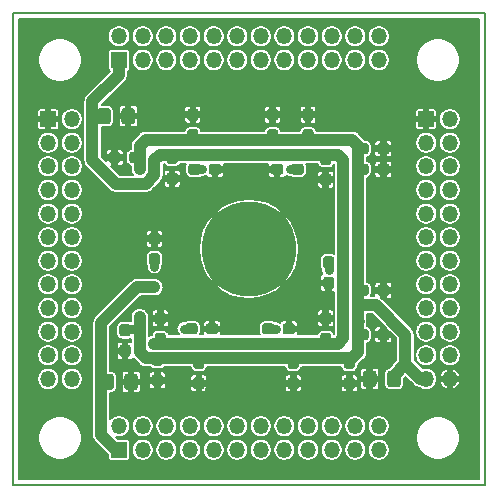
<source format=gbr>
G04 #@! TF.GenerationSoftware,KiCad,Pcbnew,(5.1.6)-1*
G04 #@! TF.CreationDate,2020-08-25T01:19:47+01:00*
G04 #@! TF.ProjectId,HeikouBoxCore,4865696b-6f75-4426-9f78-436f72652e6b,rev?*
G04 #@! TF.SameCoordinates,Original*
G04 #@! TF.FileFunction,Copper,L2,Bot*
G04 #@! TF.FilePolarity,Positive*
%FSLAX46Y46*%
G04 Gerber Fmt 4.6, Leading zero omitted, Abs format (unit mm)*
G04 Created by KiCad (PCBNEW (5.1.6)-1) date 2020-08-25 01:19:47*
%MOMM*%
%LPD*%
G01*
G04 APERTURE LIST*
G04 #@! TA.AperFunction,Profile*
%ADD10C,0.150000*%
G04 #@! TD*
G04 #@! TA.AperFunction,ViaPad*
%ADD11C,8.000000*%
G04 #@! TD*
G04 #@! TA.AperFunction,ComponentPad*
%ADD12R,1.350000X1.350000*%
G04 #@! TD*
G04 #@! TA.AperFunction,ComponentPad*
%ADD13O,1.350000X1.350000*%
G04 #@! TD*
G04 #@! TA.AperFunction,ViaPad*
%ADD14C,0.600000*%
G04 #@! TD*
G04 #@! TA.AperFunction,Conductor*
%ADD15C,1.016000*%
G04 #@! TD*
G04 #@! TA.AperFunction,Conductor*
%ADD16C,0.762000*%
G04 #@! TD*
G04 #@! TA.AperFunction,Conductor*
%ADD17C,0.127000*%
G04 #@! TD*
G04 APERTURE END LIST*
D10*
X17000000Y-57000000D02*
X17000000Y-17000000D01*
X57000000Y-57000000D02*
X17000000Y-57000000D01*
X57000000Y-17000000D02*
X57000000Y-57000000D01*
X17000000Y-17000000D02*
X57000000Y-17000000D01*
D11*
G04 #@! TO.N,/GND*
G04 #@! TO.C,U1*
X37000000Y-37000000D03*
G04 #@! TD*
D12*
G04 #@! TO.P,J1,1*
G04 #@! TO.N,/GND*
X20000000Y-26000000D03*
D13*
G04 #@! TO.P,J1,2*
G04 #@! TO.N,/A3*
X22000000Y-26000000D03*
G04 #@! TO.P,J1,3*
G04 #@! TO.N,/A2*
X20000000Y-28000000D03*
G04 #@! TO.P,J1,4*
G04 #@! TO.N,/A1*
X22000000Y-28000000D03*
G04 #@! TO.P,J1,5*
G04 #@! TO.N,/A0*
X20000000Y-30000000D03*
G04 #@! TO.P,J1,6*
G04 #@! TO.N,/NSTATUS*
X22000000Y-30000000D03*
G04 #@! TO.P,J1,7*
G04 #@! TO.N,/SIGMA0*
X20000000Y-32000000D03*
G04 #@! TO.P,J1,8*
G04 #@! TO.N,/SIGMA1*
X22000000Y-32000000D03*
G04 #@! TO.P,J1,9*
G04 #@! TO.N,/DCLK*
X20000000Y-34000000D03*
G04 #@! TO.P,J1,10*
G04 #@! TO.N,/MDB4*
X22000000Y-34000000D03*
G04 #@! TO.P,J1,11*
G04 #@! TO.N,/NCONFIG*
X20000000Y-36000000D03*
G04 #@! TO.P,J1,12*
G04 #@! TO.N,/TDI*
X22000000Y-36000000D03*
G04 #@! TO.P,J1,13*
G04 #@! TO.N,/TCK*
X20000000Y-38000000D03*
G04 #@! TO.P,J1,14*
G04 #@! TO.N,/TMS*
X22000000Y-38000000D03*
G04 #@! TO.P,J1,15*
G04 #@! TO.N,/TDO*
X20000000Y-40000000D03*
G04 #@! TO.P,J1,16*
G04 #@! TO.N,/MDB3*
X22000000Y-40000000D03*
G04 #@! TO.P,J1,17*
G04 #@! TO.N,/MDB2*
X20000000Y-42000000D03*
G04 #@! TO.P,J1,18*
G04 #@! TO.N,/MDB1*
X22000000Y-42000000D03*
G04 #@! TO.P,J1,19*
G04 #@! TO.N,/MDB0*
X20000000Y-44000000D03*
G04 #@! TO.P,J1,20*
G04 #@! TO.N,/A10*
X22000000Y-44000000D03*
G04 #@! TO.P,J1,21*
G04 #@! TO.N,/BA1*
X20000000Y-46000000D03*
G04 #@! TO.P,J1,22*
G04 #@! TO.N,/BA0*
X22000000Y-46000000D03*
G04 #@! TO.P,J1,23*
G04 #@! TO.N,/RAS*
X20000000Y-48000000D03*
G04 #@! TO.P,J1,24*
G04 #@! TO.N,/NHSYNC*
X22000000Y-48000000D03*
G04 #@! TD*
D12*
G04 #@! TO.P,J2,1*
G04 #@! TO.N,/V33*
X26000000Y-54000000D03*
D13*
G04 #@! TO.P,J2,2*
G04 #@! TO.N,/NVSYNC*
X26000000Y-52000000D03*
G04 #@! TO.P,J2,3*
G04 #@! TO.N,/BLU4*
X28000000Y-54000000D03*
G04 #@! TO.P,J2,4*
G04 #@! TO.N,/VID15*
X28000000Y-52000000D03*
G04 #@! TO.P,J2,5*
G04 #@! TO.N,/BLU3*
X30000000Y-54000000D03*
G04 #@! TO.P,J2,6*
G04 #@! TO.N,/VID14*
X30000000Y-52000000D03*
G04 #@! TO.P,J2,7*
G04 #@! TO.N,/BLU0*
X32000000Y-54000000D03*
G04 #@! TO.P,J2,8*
G04 #@! TO.N,/BLU2*
X32000000Y-52000000D03*
G04 #@! TO.P,J2,9*
G04 #@! TO.N,/BLU1*
X34000000Y-54000000D03*
G04 #@! TO.P,J2,10*
G04 #@! TO.N,/VID13*
X34000000Y-52000000D03*
G04 #@! TO.P,J2,11*
G04 #@! TO.N,/VID12*
X36000000Y-54000000D03*
G04 #@! TO.P,J2,12*
G04 #@! TO.N,/VID11*
X36000000Y-52000000D03*
G04 #@! TO.P,J2,13*
G04 #@! TO.N,/CLK14*
X38000000Y-54000000D03*
G04 #@! TO.P,J2,14*
G04 #@! TO.N,/VID10*
X38000000Y-52000000D03*
G04 #@! TO.P,J2,15*
G04 #@! TO.N,/GRN5*
X40000000Y-54000000D03*
G04 #@! TO.P,J2,16*
G04 #@! TO.N,/VID9*
X40000000Y-52000000D03*
G04 #@! TO.P,J2,17*
G04 #@! TO.N,/GRN4*
X42000000Y-54000000D03*
G04 #@! TO.P,J2,18*
G04 #@! TO.N,/GRN3*
X42000000Y-52000000D03*
G04 #@! TO.P,J2,19*
G04 #@! TO.N,/VID8*
X44000000Y-54000000D03*
G04 #@! TO.P,J2,20*
G04 #@! TO.N,/GRN2*
X44000000Y-52000000D03*
G04 #@! TO.P,J2,21*
G04 #@! TO.N,/VID7*
X46000000Y-54000000D03*
G04 #@! TO.P,J2,22*
G04 #@! TO.N,/GRN1*
X46000000Y-52000000D03*
G04 #@! TO.P,J2,23*
G04 #@! TO.N,/VID6*
X48000000Y-54000000D03*
G04 #@! TO.P,J2,24*
G04 #@! TO.N,/GRN0*
X48000000Y-52000000D03*
G04 #@! TD*
D12*
G04 #@! TO.P,J3,1*
G04 #@! TO.N,/GND*
X52000000Y-26000000D03*
D13*
G04 #@! TO.P,J3,2*
G04 #@! TO.N,/D9*
X54000000Y-26000000D03*
G04 #@! TO.P,J3,3*
G04 #@! TO.N,/A9*
X52000000Y-28000000D03*
G04 #@! TO.P,J3,4*
G04 #@! TO.N,/D10*
X54000000Y-28000000D03*
G04 #@! TO.P,J3,5*
G04 #@! TO.N,/A8*
X52000000Y-30000000D03*
G04 #@! TO.P,J3,6*
G04 #@! TO.N,/D11*
X54000000Y-30000000D03*
G04 #@! TO.P,J3,7*
G04 #@! TO.N,/A11*
X52000000Y-32000000D03*
G04 #@! TO.P,J3,8*
G04 #@! TO.N,/CLK*
X54000000Y-32000000D03*
G04 #@! TO.P,J3,9*
G04 #@! TO.N,/UDQM*
X52000000Y-34000000D03*
G04 #@! TO.P,J3,10*
G04 #@! TO.N,/CFGDONE*
X54000000Y-34000000D03*
G04 #@! TO.P,J3,11*
G04 #@! TO.N,/VID0*
X52000000Y-36000000D03*
G04 #@! TO.P,J3,12*
G04 #@! TO.N,/VID1*
X54000000Y-36000000D03*
G04 #@! TO.P,J3,13*
G04 #@! TO.N,/VID2*
X52000000Y-38000000D03*
G04 #@! TO.P,J3,14*
G04 #@! TO.N,/VID3*
X54000000Y-38000000D03*
G04 #@! TO.P,J3,15*
G04 #@! TO.N,/D8*
X52000000Y-40000000D03*
G04 #@! TO.P,J3,16*
G04 #@! TO.N,/RED0*
X54000000Y-40000000D03*
G04 #@! TO.P,J3,17*
G04 #@! TO.N,/RED1*
X52000000Y-42000000D03*
G04 #@! TO.P,J3,18*
G04 #@! TO.N,/RED2*
X54000000Y-42000000D03*
G04 #@! TO.P,J3,19*
G04 #@! TO.N,/RED3*
X52000000Y-44000000D03*
G04 #@! TO.P,J3,20*
G04 #@! TO.N,/VID4*
X54000000Y-44000000D03*
G04 #@! TO.P,J3,21*
G04 #@! TO.N,/RED4*
X52000000Y-46000000D03*
G04 #@! TO.P,J3,22*
G04 #@! TO.N,/VID5*
X54000000Y-46000000D03*
G04 #@! TO.P,J3,23*
G04 #@! TO.N,/V12*
X52000000Y-48000000D03*
G04 #@! TO.P,J3,24*
G04 #@! TO.N,/GND*
X54000000Y-48000000D03*
G04 #@! TD*
D12*
G04 #@! TO.P,J4,1*
G04 #@! TO.N,/V25*
X26000000Y-21000000D03*
D13*
G04 #@! TO.P,J4,2*
G04 #@! TO.N,/CAS*
X26000000Y-19000000D03*
G04 #@! TO.P,J4,3*
G04 #@! TO.N,/WE*
X28000000Y-21000000D03*
G04 #@! TO.P,J4,4*
G04 #@! TO.N,/LDQM*
X28000000Y-19000000D03*
G04 #@! TO.P,J4,5*
G04 #@! TO.N,/D7*
X30000000Y-21000000D03*
G04 #@! TO.P,J4,6*
G04 #@! TO.N,/D6*
X30000000Y-19000000D03*
G04 #@! TO.P,J4,7*
G04 #@! TO.N,/D5*
X32000000Y-21000000D03*
G04 #@! TO.P,J4,8*
G04 #@! TO.N,/D4*
X32000000Y-19000000D03*
G04 #@! TO.P,J4,9*
G04 #@! TO.N,/D3*
X34000000Y-21000000D03*
G04 #@! TO.P,J4,10*
G04 #@! TO.N,/D2*
X34000000Y-19000000D03*
G04 #@! TO.P,J4,11*
G04 #@! TO.N,/MDB7*
X36000000Y-21000000D03*
G04 #@! TO.P,J4,12*
G04 #@! TO.N,/MDB6*
X36000000Y-19000000D03*
G04 #@! TO.P,J4,13*
G04 #@! TO.N,/MDB5*
X38000000Y-21000000D03*
G04 #@! TO.P,J4,14*
G04 #@! TO.N,/CLK28*
X38000000Y-19000000D03*
G04 #@! TO.P,J4,15*
G04 #@! TO.N,/D1*
X40000000Y-21000000D03*
G04 #@! TO.P,J4,16*
G04 #@! TO.N,/D0*
X40000000Y-19000000D03*
G04 #@! TO.P,J4,17*
G04 #@! TO.N,/D15*
X42000000Y-21000000D03*
G04 #@! TO.P,J4,18*
G04 #@! TO.N,/A4*
X42000000Y-19000000D03*
G04 #@! TO.P,J4,19*
G04 #@! TO.N,/D14*
X44000000Y-21000000D03*
G04 #@! TO.P,J4,20*
G04 #@! TO.N,/A5*
X44000000Y-19000000D03*
G04 #@! TO.P,J4,21*
G04 #@! TO.N,/D13*
X46000000Y-21000000D03*
G04 #@! TO.P,J4,22*
G04 #@! TO.N,/A6*
X46000000Y-19000000D03*
G04 #@! TO.P,J4,23*
G04 #@! TO.N,/D12*
X48000000Y-21000000D03*
G04 #@! TO.P,J4,24*
G04 #@! TO.N,/A7*
X48000000Y-19000000D03*
G04 #@! TD*
G04 #@! TO.P,C7,2*
G04 #@! TO.N,/GND*
G04 #@! TA.AperFunction,SMDPad,CuDef*
G36*
G01*
X26150000Y-29012500D02*
X26150000Y-29487500D01*
G75*
G02*
X25912500Y-29725000I-237500J0D01*
G01*
X25337500Y-29725000D01*
G75*
G02*
X25100000Y-29487500I0J237500D01*
G01*
X25100000Y-29012500D01*
G75*
G02*
X25337500Y-28775000I237500J0D01*
G01*
X25912500Y-28775000D01*
G75*
G02*
X26150000Y-29012500I0J-237500D01*
G01*
G37*
G04 #@! TD.AperFunction*
G04 #@! TO.P,C7,1*
G04 #@! TO.N,/V12*
G04 #@! TA.AperFunction,SMDPad,CuDef*
G36*
G01*
X27900000Y-29012500D02*
X27900000Y-29487500D01*
G75*
G02*
X27662500Y-29725000I-237500J0D01*
G01*
X27087500Y-29725000D01*
G75*
G02*
X26850000Y-29487500I0J237500D01*
G01*
X26850000Y-29012500D01*
G75*
G02*
X27087500Y-28775000I237500J0D01*
G01*
X27662500Y-28775000D01*
G75*
G02*
X27900000Y-29012500I0J-237500D01*
G01*
G37*
G04 #@! TD.AperFunction*
G04 #@! TD*
G04 #@! TO.P,C3,2*
G04 #@! TO.N,/GND*
G04 #@! TA.AperFunction,SMDPad,CuDef*
G36*
G01*
X43512500Y-39350000D02*
X43987500Y-39350000D01*
G75*
G02*
X44225000Y-39587500I0J-237500D01*
G01*
X44225000Y-40162500D01*
G75*
G02*
X43987500Y-40400000I-237500J0D01*
G01*
X43512500Y-40400000D01*
G75*
G02*
X43275000Y-40162500I0J237500D01*
G01*
X43275000Y-39587500D01*
G75*
G02*
X43512500Y-39350000I237500J0D01*
G01*
G37*
G04 #@! TD.AperFunction*
G04 #@! TO.P,C3,1*
G04 #@! TO.N,/V33*
G04 #@! TA.AperFunction,SMDPad,CuDef*
G36*
G01*
X43512500Y-37600000D02*
X43987500Y-37600000D01*
G75*
G02*
X44225000Y-37837500I0J-237500D01*
G01*
X44225000Y-38412500D01*
G75*
G02*
X43987500Y-38650000I-237500J0D01*
G01*
X43512500Y-38650000D01*
G75*
G02*
X43275000Y-38412500I0J237500D01*
G01*
X43275000Y-37837500D01*
G75*
G02*
X43512500Y-37600000I237500J0D01*
G01*
G37*
G04 #@! TD.AperFunction*
G04 #@! TD*
G04 #@! TO.P,C1,2*
G04 #@! TO.N,/GND*
G04 #@! TA.AperFunction,SMDPad,CuDef*
G36*
G01*
X33600000Y-30487500D02*
X33600000Y-30012500D01*
G75*
G02*
X33837500Y-29775000I237500J0D01*
G01*
X34412500Y-29775000D01*
G75*
G02*
X34650000Y-30012500I0J-237500D01*
G01*
X34650000Y-30487500D01*
G75*
G02*
X34412500Y-30725000I-237500J0D01*
G01*
X33837500Y-30725000D01*
G75*
G02*
X33600000Y-30487500I0J237500D01*
G01*
G37*
G04 #@! TD.AperFunction*
G04 #@! TO.P,C1,1*
G04 #@! TO.N,/V33*
G04 #@! TA.AperFunction,SMDPad,CuDef*
G36*
G01*
X31850000Y-30487500D02*
X31850000Y-30012500D01*
G75*
G02*
X32087500Y-29775000I237500J0D01*
G01*
X32662500Y-29775000D01*
G75*
G02*
X32900000Y-30012500I0J-237500D01*
G01*
X32900000Y-30487500D01*
G75*
G02*
X32662500Y-30725000I-237500J0D01*
G01*
X32087500Y-30725000D01*
G75*
G02*
X31850000Y-30487500I0J237500D01*
G01*
G37*
G04 #@! TD.AperFunction*
G04 #@! TD*
G04 #@! TO.P,C2,2*
G04 #@! TO.N,/GND*
G04 #@! TA.AperFunction,SMDPad,CuDef*
G36*
G01*
X39900000Y-30012500D02*
X39900000Y-30487500D01*
G75*
G02*
X39662500Y-30725000I-237500J0D01*
G01*
X39087500Y-30725000D01*
G75*
G02*
X38850000Y-30487500I0J237500D01*
G01*
X38850000Y-30012500D01*
G75*
G02*
X39087500Y-29775000I237500J0D01*
G01*
X39662500Y-29775000D01*
G75*
G02*
X39900000Y-30012500I0J-237500D01*
G01*
G37*
G04 #@! TD.AperFunction*
G04 #@! TO.P,C2,1*
G04 #@! TO.N,/V33*
G04 #@! TA.AperFunction,SMDPad,CuDef*
G36*
G01*
X41650000Y-30012500D02*
X41650000Y-30487500D01*
G75*
G02*
X41412500Y-30725000I-237500J0D01*
G01*
X40837500Y-30725000D01*
G75*
G02*
X40600000Y-30487500I0J237500D01*
G01*
X40600000Y-30012500D01*
G75*
G02*
X40837500Y-29775000I237500J0D01*
G01*
X41412500Y-29775000D01*
G75*
G02*
X41650000Y-30012500I0J-237500D01*
G01*
G37*
G04 #@! TD.AperFunction*
G04 #@! TD*
G04 #@! TO.P,C11,2*
G04 #@! TO.N,/GND*
G04 #@! TA.AperFunction,SMDPad,CuDef*
G36*
G01*
X47850000Y-28737500D02*
X47850000Y-28262500D01*
G75*
G02*
X48087500Y-28025000I237500J0D01*
G01*
X48662500Y-28025000D01*
G75*
G02*
X48900000Y-28262500I0J-237500D01*
G01*
X48900000Y-28737500D01*
G75*
G02*
X48662500Y-28975000I-237500J0D01*
G01*
X48087500Y-28975000D01*
G75*
G02*
X47850000Y-28737500I0J237500D01*
G01*
G37*
G04 #@! TD.AperFunction*
G04 #@! TO.P,C11,1*
G04 #@! TO.N,/V12*
G04 #@! TA.AperFunction,SMDPad,CuDef*
G36*
G01*
X46100000Y-28737500D02*
X46100000Y-28262500D01*
G75*
G02*
X46337500Y-28025000I237500J0D01*
G01*
X46912500Y-28025000D01*
G75*
G02*
X47150000Y-28262500I0J-237500D01*
G01*
X47150000Y-28737500D01*
G75*
G02*
X46912500Y-28975000I-237500J0D01*
G01*
X46337500Y-28975000D01*
G75*
G02*
X46100000Y-28737500I0J237500D01*
G01*
G37*
G04 #@! TD.AperFunction*
G04 #@! TD*
G04 #@! TO.P,C4,2*
G04 #@! TO.N,/V33*
G04 #@! TA.AperFunction,SMDPad,CuDef*
G36*
G01*
X39150000Y-43512500D02*
X39150000Y-43987500D01*
G75*
G02*
X38912500Y-44225000I-237500J0D01*
G01*
X38337500Y-44225000D01*
G75*
G02*
X38100000Y-43987500I0J237500D01*
G01*
X38100000Y-43512500D01*
G75*
G02*
X38337500Y-43275000I237500J0D01*
G01*
X38912500Y-43275000D01*
G75*
G02*
X39150000Y-43512500I0J-237500D01*
G01*
G37*
G04 #@! TD.AperFunction*
G04 #@! TO.P,C4,1*
G04 #@! TO.N,/GND*
G04 #@! TA.AperFunction,SMDPad,CuDef*
G36*
G01*
X40900000Y-43512500D02*
X40900000Y-43987500D01*
G75*
G02*
X40662500Y-44225000I-237500J0D01*
G01*
X40087500Y-44225000D01*
G75*
G02*
X39850000Y-43987500I0J237500D01*
G01*
X39850000Y-43512500D01*
G75*
G02*
X40087500Y-43275000I237500J0D01*
G01*
X40662500Y-43275000D01*
G75*
G02*
X40900000Y-43512500I0J-237500D01*
G01*
G37*
G04 #@! TD.AperFunction*
G04 #@! TD*
G04 #@! TO.P,C5,2*
G04 #@! TO.N,/V33*
G04 #@! TA.AperFunction,SMDPad,CuDef*
G36*
G01*
X32650000Y-43512500D02*
X32650000Y-43987500D01*
G75*
G02*
X32412500Y-44225000I-237500J0D01*
G01*
X31837500Y-44225000D01*
G75*
G02*
X31600000Y-43987500I0J237500D01*
G01*
X31600000Y-43512500D01*
G75*
G02*
X31837500Y-43275000I237500J0D01*
G01*
X32412500Y-43275000D01*
G75*
G02*
X32650000Y-43512500I0J-237500D01*
G01*
G37*
G04 #@! TD.AperFunction*
G04 #@! TO.P,C5,1*
G04 #@! TO.N,/GND*
G04 #@! TA.AperFunction,SMDPad,CuDef*
G36*
G01*
X34400000Y-43512500D02*
X34400000Y-43987500D01*
G75*
G02*
X34162500Y-44225000I-237500J0D01*
G01*
X33587500Y-44225000D01*
G75*
G02*
X33350000Y-43987500I0J237500D01*
G01*
X33350000Y-43512500D01*
G75*
G02*
X33587500Y-43275000I237500J0D01*
G01*
X34162500Y-43275000D01*
G75*
G02*
X34400000Y-43512500I0J-237500D01*
G01*
G37*
G04 #@! TD.AperFunction*
G04 #@! TD*
G04 #@! TO.P,C6,1*
G04 #@! TO.N,/GND*
G04 #@! TA.AperFunction,SMDPad,CuDef*
G36*
G01*
X28762500Y-35600000D02*
X29237500Y-35600000D01*
G75*
G02*
X29475000Y-35837500I0J-237500D01*
G01*
X29475000Y-36412500D01*
G75*
G02*
X29237500Y-36650000I-237500J0D01*
G01*
X28762500Y-36650000D01*
G75*
G02*
X28525000Y-36412500I0J237500D01*
G01*
X28525000Y-35837500D01*
G75*
G02*
X28762500Y-35600000I237500J0D01*
G01*
G37*
G04 #@! TD.AperFunction*
G04 #@! TO.P,C6,2*
G04 #@! TO.N,/V33*
G04 #@! TA.AperFunction,SMDPad,CuDef*
G36*
G01*
X28762500Y-37350000D02*
X29237500Y-37350000D01*
G75*
G02*
X29475000Y-37587500I0J-237500D01*
G01*
X29475000Y-38162500D01*
G75*
G02*
X29237500Y-38400000I-237500J0D01*
G01*
X28762500Y-38400000D01*
G75*
G02*
X28525000Y-38162500I0J237500D01*
G01*
X28525000Y-37587500D01*
G75*
G02*
X28762500Y-37350000I237500J0D01*
G01*
G37*
G04 #@! TD.AperFunction*
G04 #@! TD*
G04 #@! TO.P,C8,2*
G04 #@! TO.N,/GND*
G04 #@! TA.AperFunction,SMDPad,CuDef*
G36*
G01*
X32487500Y-26150000D02*
X32012500Y-26150000D01*
G75*
G02*
X31775000Y-25912500I0J237500D01*
G01*
X31775000Y-25337500D01*
G75*
G02*
X32012500Y-25100000I237500J0D01*
G01*
X32487500Y-25100000D01*
G75*
G02*
X32725000Y-25337500I0J-237500D01*
G01*
X32725000Y-25912500D01*
G75*
G02*
X32487500Y-26150000I-237500J0D01*
G01*
G37*
G04 #@! TD.AperFunction*
G04 #@! TO.P,C8,1*
G04 #@! TO.N,/V12*
G04 #@! TA.AperFunction,SMDPad,CuDef*
G36*
G01*
X32487500Y-27900000D02*
X32012500Y-27900000D01*
G75*
G02*
X31775000Y-27662500I0J237500D01*
G01*
X31775000Y-27087500D01*
G75*
G02*
X32012500Y-26850000I237500J0D01*
G01*
X32487500Y-26850000D01*
G75*
G02*
X32725000Y-27087500I0J-237500D01*
G01*
X32725000Y-27662500D01*
G75*
G02*
X32487500Y-27900000I-237500J0D01*
G01*
G37*
G04 #@! TD.AperFunction*
G04 #@! TD*
G04 #@! TO.P,C9,2*
G04 #@! TO.N,/GND*
G04 #@! TA.AperFunction,SMDPad,CuDef*
G36*
G01*
X39237500Y-26150000D02*
X38762500Y-26150000D01*
G75*
G02*
X38525000Y-25912500I0J237500D01*
G01*
X38525000Y-25337500D01*
G75*
G02*
X38762500Y-25100000I237500J0D01*
G01*
X39237500Y-25100000D01*
G75*
G02*
X39475000Y-25337500I0J-237500D01*
G01*
X39475000Y-25912500D01*
G75*
G02*
X39237500Y-26150000I-237500J0D01*
G01*
G37*
G04 #@! TD.AperFunction*
G04 #@! TO.P,C9,1*
G04 #@! TO.N,/V12*
G04 #@! TA.AperFunction,SMDPad,CuDef*
G36*
G01*
X39237500Y-27900000D02*
X38762500Y-27900000D01*
G75*
G02*
X38525000Y-27662500I0J237500D01*
G01*
X38525000Y-27087500D01*
G75*
G02*
X38762500Y-26850000I237500J0D01*
G01*
X39237500Y-26850000D01*
G75*
G02*
X39475000Y-27087500I0J-237500D01*
G01*
X39475000Y-27662500D01*
G75*
G02*
X39237500Y-27900000I-237500J0D01*
G01*
G37*
G04 #@! TD.AperFunction*
G04 #@! TD*
G04 #@! TO.P,C10,2*
G04 #@! TO.N,/GND*
G04 #@! TA.AperFunction,SMDPad,CuDef*
G36*
G01*
X42237500Y-26150000D02*
X41762500Y-26150000D01*
G75*
G02*
X41525000Y-25912500I0J237500D01*
G01*
X41525000Y-25337500D01*
G75*
G02*
X41762500Y-25100000I237500J0D01*
G01*
X42237500Y-25100000D01*
G75*
G02*
X42475000Y-25337500I0J-237500D01*
G01*
X42475000Y-25912500D01*
G75*
G02*
X42237500Y-26150000I-237500J0D01*
G01*
G37*
G04 #@! TD.AperFunction*
G04 #@! TO.P,C10,1*
G04 #@! TO.N,/V12*
G04 #@! TA.AperFunction,SMDPad,CuDef*
G36*
G01*
X42237500Y-27900000D02*
X41762500Y-27900000D01*
G75*
G02*
X41525000Y-27662500I0J237500D01*
G01*
X41525000Y-27087500D01*
G75*
G02*
X41762500Y-26850000I237500J0D01*
G01*
X42237500Y-26850000D01*
G75*
G02*
X42475000Y-27087500I0J-237500D01*
G01*
X42475000Y-27662500D01*
G75*
G02*
X42237500Y-27900000I-237500J0D01*
G01*
G37*
G04 #@! TD.AperFunction*
G04 #@! TD*
G04 #@! TO.P,C12,1*
G04 #@! TO.N,/V12*
G04 #@! TA.AperFunction,SMDPad,CuDef*
G36*
G01*
X46100000Y-30487500D02*
X46100000Y-30012500D01*
G75*
G02*
X46337500Y-29775000I237500J0D01*
G01*
X46912500Y-29775000D01*
G75*
G02*
X47150000Y-30012500I0J-237500D01*
G01*
X47150000Y-30487500D01*
G75*
G02*
X46912500Y-30725000I-237500J0D01*
G01*
X46337500Y-30725000D01*
G75*
G02*
X46100000Y-30487500I0J237500D01*
G01*
G37*
G04 #@! TD.AperFunction*
G04 #@! TO.P,C12,2*
G04 #@! TO.N,/GND*
G04 #@! TA.AperFunction,SMDPad,CuDef*
G36*
G01*
X47850000Y-30487500D02*
X47850000Y-30012500D01*
G75*
G02*
X48087500Y-29775000I237500J0D01*
G01*
X48662500Y-29775000D01*
G75*
G02*
X48900000Y-30012500I0J-237500D01*
G01*
X48900000Y-30487500D01*
G75*
G02*
X48662500Y-30725000I-237500J0D01*
G01*
X48087500Y-30725000D01*
G75*
G02*
X47850000Y-30487500I0J237500D01*
G01*
G37*
G04 #@! TD.AperFunction*
G04 #@! TD*
G04 #@! TO.P,C15,2*
G04 #@! TO.N,/V12*
G04 #@! TA.AperFunction,SMDPad,CuDef*
G36*
G01*
X45737500Y-47150000D02*
X45262500Y-47150000D01*
G75*
G02*
X45025000Y-46912500I0J237500D01*
G01*
X45025000Y-46337500D01*
G75*
G02*
X45262500Y-46100000I237500J0D01*
G01*
X45737500Y-46100000D01*
G75*
G02*
X45975000Y-46337500I0J-237500D01*
G01*
X45975000Y-46912500D01*
G75*
G02*
X45737500Y-47150000I-237500J0D01*
G01*
G37*
G04 #@! TD.AperFunction*
G04 #@! TO.P,C15,1*
G04 #@! TO.N,/GND*
G04 #@! TA.AperFunction,SMDPad,CuDef*
G36*
G01*
X45737500Y-48900000D02*
X45262500Y-48900000D01*
G75*
G02*
X45025000Y-48662500I0J237500D01*
G01*
X45025000Y-48087500D01*
G75*
G02*
X45262500Y-47850000I237500J0D01*
G01*
X45737500Y-47850000D01*
G75*
G02*
X45975000Y-48087500I0J-237500D01*
G01*
X45975000Y-48662500D01*
G75*
G02*
X45737500Y-48900000I-237500J0D01*
G01*
G37*
G04 #@! TD.AperFunction*
G04 #@! TD*
G04 #@! TO.P,C16,2*
G04 #@! TO.N,/V12*
G04 #@! TA.AperFunction,SMDPad,CuDef*
G36*
G01*
X40987500Y-47150000D02*
X40512500Y-47150000D01*
G75*
G02*
X40275000Y-46912500I0J237500D01*
G01*
X40275000Y-46337500D01*
G75*
G02*
X40512500Y-46100000I237500J0D01*
G01*
X40987500Y-46100000D01*
G75*
G02*
X41225000Y-46337500I0J-237500D01*
G01*
X41225000Y-46912500D01*
G75*
G02*
X40987500Y-47150000I-237500J0D01*
G01*
G37*
G04 #@! TD.AperFunction*
G04 #@! TO.P,C16,1*
G04 #@! TO.N,/GND*
G04 #@! TA.AperFunction,SMDPad,CuDef*
G36*
G01*
X40987500Y-48900000D02*
X40512500Y-48900000D01*
G75*
G02*
X40275000Y-48662500I0J237500D01*
G01*
X40275000Y-48087500D01*
G75*
G02*
X40512500Y-47850000I237500J0D01*
G01*
X40987500Y-47850000D01*
G75*
G02*
X41225000Y-48087500I0J-237500D01*
G01*
X41225000Y-48662500D01*
G75*
G02*
X40987500Y-48900000I-237500J0D01*
G01*
G37*
G04 #@! TD.AperFunction*
G04 #@! TD*
G04 #@! TO.P,C17,2*
G04 #@! TO.N,/V12*
G04 #@! TA.AperFunction,SMDPad,CuDef*
G36*
G01*
X32987500Y-47150000D02*
X32512500Y-47150000D01*
G75*
G02*
X32275000Y-46912500I0J237500D01*
G01*
X32275000Y-46337500D01*
G75*
G02*
X32512500Y-46100000I237500J0D01*
G01*
X32987500Y-46100000D01*
G75*
G02*
X33225000Y-46337500I0J-237500D01*
G01*
X33225000Y-46912500D01*
G75*
G02*
X32987500Y-47150000I-237500J0D01*
G01*
G37*
G04 #@! TD.AperFunction*
G04 #@! TO.P,C17,1*
G04 #@! TO.N,/GND*
G04 #@! TA.AperFunction,SMDPad,CuDef*
G36*
G01*
X32987500Y-48900000D02*
X32512500Y-48900000D01*
G75*
G02*
X32275000Y-48662500I0J237500D01*
G01*
X32275000Y-48087500D01*
G75*
G02*
X32512500Y-47850000I237500J0D01*
G01*
X32987500Y-47850000D01*
G75*
G02*
X33225000Y-48087500I0J-237500D01*
G01*
X33225000Y-48662500D01*
G75*
G02*
X32987500Y-48900000I-237500J0D01*
G01*
G37*
G04 #@! TD.AperFunction*
G04 #@! TD*
G04 #@! TO.P,C18,2*
G04 #@! TO.N,/V12*
G04 #@! TA.AperFunction,SMDPad,CuDef*
G36*
G01*
X29487500Y-46900000D02*
X29012500Y-46900000D01*
G75*
G02*
X28775000Y-46662500I0J237500D01*
G01*
X28775000Y-46087500D01*
G75*
G02*
X29012500Y-45850000I237500J0D01*
G01*
X29487500Y-45850000D01*
G75*
G02*
X29725000Y-46087500I0J-237500D01*
G01*
X29725000Y-46662500D01*
G75*
G02*
X29487500Y-46900000I-237500J0D01*
G01*
G37*
G04 #@! TD.AperFunction*
G04 #@! TO.P,C18,1*
G04 #@! TO.N,/GND*
G04 #@! TA.AperFunction,SMDPad,CuDef*
G36*
G01*
X29487500Y-48650000D02*
X29012500Y-48650000D01*
G75*
G02*
X28775000Y-48412500I0J237500D01*
G01*
X28775000Y-47837500D01*
G75*
G02*
X29012500Y-47600000I237500J0D01*
G01*
X29487500Y-47600000D01*
G75*
G02*
X29725000Y-47837500I0J-237500D01*
G01*
X29725000Y-48412500D01*
G75*
G02*
X29487500Y-48650000I-237500J0D01*
G01*
G37*
G04 #@! TD.AperFunction*
G04 #@! TD*
G04 #@! TO.P,C19,2*
G04 #@! TO.N,/V12*
G04 #@! TA.AperFunction,SMDPad,CuDef*
G36*
G01*
X26737500Y-44400000D02*
X26262500Y-44400000D01*
G75*
G02*
X26025000Y-44162500I0J237500D01*
G01*
X26025000Y-43587500D01*
G75*
G02*
X26262500Y-43350000I237500J0D01*
G01*
X26737500Y-43350000D01*
G75*
G02*
X26975000Y-43587500I0J-237500D01*
G01*
X26975000Y-44162500D01*
G75*
G02*
X26737500Y-44400000I-237500J0D01*
G01*
G37*
G04 #@! TD.AperFunction*
G04 #@! TO.P,C19,1*
G04 #@! TO.N,/GND*
G04 #@! TA.AperFunction,SMDPad,CuDef*
G36*
G01*
X26737500Y-46150000D02*
X26262500Y-46150000D01*
G75*
G02*
X26025000Y-45912500I0J237500D01*
G01*
X26025000Y-45337500D01*
G75*
G02*
X26262500Y-45100000I237500J0D01*
G01*
X26737500Y-45100000D01*
G75*
G02*
X26975000Y-45337500I0J-237500D01*
G01*
X26975000Y-45912500D01*
G75*
G02*
X26737500Y-46150000I-237500J0D01*
G01*
G37*
G04 #@! TD.AperFunction*
G04 #@! TD*
G04 #@! TO.P,C20,1*
G04 #@! TO.N,/V25*
G04 #@! TA.AperFunction,SMDPad,CuDef*
G36*
G01*
X30262500Y-28760000D02*
X30737500Y-28760000D01*
G75*
G02*
X30975000Y-28997500I0J-237500D01*
G01*
X30975000Y-29572500D01*
G75*
G02*
X30737500Y-29810000I-237500J0D01*
G01*
X30262500Y-29810000D01*
G75*
G02*
X30025000Y-29572500I0J237500D01*
G01*
X30025000Y-28997500D01*
G75*
G02*
X30262500Y-28760000I237500J0D01*
G01*
G37*
G04 #@! TD.AperFunction*
G04 #@! TO.P,C20,2*
G04 #@! TO.N,/GND*
G04 #@! TA.AperFunction,SMDPad,CuDef*
G36*
G01*
X30262500Y-30510000D02*
X30737500Y-30510000D01*
G75*
G02*
X30975000Y-30747500I0J-237500D01*
G01*
X30975000Y-31322500D01*
G75*
G02*
X30737500Y-31560000I-237500J0D01*
G01*
X30262500Y-31560000D01*
G75*
G02*
X30025000Y-31322500I0J237500D01*
G01*
X30025000Y-30747500D01*
G75*
G02*
X30262500Y-30510000I237500J0D01*
G01*
G37*
G04 #@! TD.AperFunction*
G04 #@! TD*
G04 #@! TO.P,C21,2*
G04 #@! TO.N,/GND*
G04 #@! TA.AperFunction,SMDPad,CuDef*
G36*
G01*
X43262500Y-30600000D02*
X43737500Y-30600000D01*
G75*
G02*
X43975000Y-30837500I0J-237500D01*
G01*
X43975000Y-31412500D01*
G75*
G02*
X43737500Y-31650000I-237500J0D01*
G01*
X43262500Y-31650000D01*
G75*
G02*
X43025000Y-31412500I0J237500D01*
G01*
X43025000Y-30837500D01*
G75*
G02*
X43262500Y-30600000I237500J0D01*
G01*
G37*
G04 #@! TD.AperFunction*
G04 #@! TO.P,C21,1*
G04 #@! TO.N,/V25*
G04 #@! TA.AperFunction,SMDPad,CuDef*
G36*
G01*
X43262500Y-28850000D02*
X43737500Y-28850000D01*
G75*
G02*
X43975000Y-29087500I0J-237500D01*
G01*
X43975000Y-29662500D01*
G75*
G02*
X43737500Y-29900000I-237500J0D01*
G01*
X43262500Y-29900000D01*
G75*
G02*
X43025000Y-29662500I0J237500D01*
G01*
X43025000Y-29087500D01*
G75*
G02*
X43262500Y-28850000I237500J0D01*
G01*
G37*
G04 #@! TD.AperFunction*
G04 #@! TD*
G04 #@! TO.P,C22,2*
G04 #@! TO.N,/V25*
G04 #@! TA.AperFunction,SMDPad,CuDef*
G36*
G01*
X43262500Y-44100000D02*
X43737500Y-44100000D01*
G75*
G02*
X43975000Y-44337500I0J-237500D01*
G01*
X43975000Y-44912500D01*
G75*
G02*
X43737500Y-45150000I-237500J0D01*
G01*
X43262500Y-45150000D01*
G75*
G02*
X43025000Y-44912500I0J237500D01*
G01*
X43025000Y-44337500D01*
G75*
G02*
X43262500Y-44100000I237500J0D01*
G01*
G37*
G04 #@! TD.AperFunction*
G04 #@! TO.P,C22,1*
G04 #@! TO.N,/GND*
G04 #@! TA.AperFunction,SMDPad,CuDef*
G36*
G01*
X43262500Y-42350000D02*
X43737500Y-42350000D01*
G75*
G02*
X43975000Y-42587500I0J-237500D01*
G01*
X43975000Y-43162500D01*
G75*
G02*
X43737500Y-43400000I-237500J0D01*
G01*
X43262500Y-43400000D01*
G75*
G02*
X43025000Y-43162500I0J237500D01*
G01*
X43025000Y-42587500D01*
G75*
G02*
X43262500Y-42350000I237500J0D01*
G01*
G37*
G04 #@! TD.AperFunction*
G04 #@! TD*
G04 #@! TO.P,C23,2*
G04 #@! TO.N,/V25*
G04 #@! TA.AperFunction,SMDPad,CuDef*
G36*
G01*
X29262500Y-44100000D02*
X29737500Y-44100000D01*
G75*
G02*
X29975000Y-44337500I0J-237500D01*
G01*
X29975000Y-44912500D01*
G75*
G02*
X29737500Y-45150000I-237500J0D01*
G01*
X29262500Y-45150000D01*
G75*
G02*
X29025000Y-44912500I0J237500D01*
G01*
X29025000Y-44337500D01*
G75*
G02*
X29262500Y-44100000I237500J0D01*
G01*
G37*
G04 #@! TD.AperFunction*
G04 #@! TO.P,C23,1*
G04 #@! TO.N,/GND*
G04 #@! TA.AperFunction,SMDPad,CuDef*
G36*
G01*
X29262500Y-42350000D02*
X29737500Y-42350000D01*
G75*
G02*
X29975000Y-42587500I0J-237500D01*
G01*
X29975000Y-43162500D01*
G75*
G02*
X29737500Y-43400000I-237500J0D01*
G01*
X29262500Y-43400000D01*
G75*
G02*
X29025000Y-43162500I0J237500D01*
G01*
X29025000Y-42587500D01*
G75*
G02*
X29262500Y-42350000I237500J0D01*
G01*
G37*
G04 #@! TD.AperFunction*
G04 #@! TD*
G04 #@! TO.P,C14,2*
G04 #@! TO.N,/V12*
G04 #@! TA.AperFunction,SMDPad,CuDef*
G36*
G01*
X47150000Y-44012500D02*
X47150000Y-44487500D01*
G75*
G02*
X46912500Y-44725000I-237500J0D01*
G01*
X46337500Y-44725000D01*
G75*
G02*
X46100000Y-44487500I0J237500D01*
G01*
X46100000Y-44012500D01*
G75*
G02*
X46337500Y-43775000I237500J0D01*
G01*
X46912500Y-43775000D01*
G75*
G02*
X47150000Y-44012500I0J-237500D01*
G01*
G37*
G04 #@! TD.AperFunction*
G04 #@! TO.P,C14,1*
G04 #@! TO.N,/GND*
G04 #@! TA.AperFunction,SMDPad,CuDef*
G36*
G01*
X48900000Y-44012500D02*
X48900000Y-44487500D01*
G75*
G02*
X48662500Y-44725000I-237500J0D01*
G01*
X48087500Y-44725000D01*
G75*
G02*
X47850000Y-44487500I0J237500D01*
G01*
X47850000Y-44012500D01*
G75*
G02*
X48087500Y-43775000I237500J0D01*
G01*
X48662500Y-43775000D01*
G75*
G02*
X48900000Y-44012500I0J-237500D01*
G01*
G37*
G04 #@! TD.AperFunction*
G04 #@! TD*
G04 #@! TO.P,C13,2*
G04 #@! TO.N,/GND*
G04 #@! TA.AperFunction,SMDPad,CuDef*
G36*
G01*
X47850000Y-40737500D02*
X47850000Y-40262500D01*
G75*
G02*
X48087500Y-40025000I237500J0D01*
G01*
X48662500Y-40025000D01*
G75*
G02*
X48900000Y-40262500I0J-237500D01*
G01*
X48900000Y-40737500D01*
G75*
G02*
X48662500Y-40975000I-237500J0D01*
G01*
X48087500Y-40975000D01*
G75*
G02*
X47850000Y-40737500I0J237500D01*
G01*
G37*
G04 #@! TD.AperFunction*
G04 #@! TO.P,C13,1*
G04 #@! TO.N,/V12*
G04 #@! TA.AperFunction,SMDPad,CuDef*
G36*
G01*
X46100000Y-40737500D02*
X46100000Y-40262500D01*
G75*
G02*
X46337500Y-40025000I237500J0D01*
G01*
X46912500Y-40025000D01*
G75*
G02*
X47150000Y-40262500I0J-237500D01*
G01*
X47150000Y-40737500D01*
G75*
G02*
X46912500Y-40975000I-237500J0D01*
G01*
X46337500Y-40975000D01*
G75*
G02*
X46100000Y-40737500I0J237500D01*
G01*
G37*
G04 #@! TD.AperFunction*
G04 #@! TD*
G04 #@! TO.P,C24,1*
G04 #@! TO.N,/V33*
G04 #@! TA.AperFunction,SMDPad,CuDef*
G36*
G01*
X24400000Y-48700001D02*
X24400000Y-47799999D01*
G75*
G02*
X24649999Y-47550000I249999J0D01*
G01*
X25300001Y-47550000D01*
G75*
G02*
X25550000Y-47799999I0J-249999D01*
G01*
X25550000Y-48700001D01*
G75*
G02*
X25300001Y-48950000I-249999J0D01*
G01*
X24649999Y-48950000D01*
G75*
G02*
X24400000Y-48700001I0J249999D01*
G01*
G37*
G04 #@! TD.AperFunction*
G04 #@! TO.P,C24,2*
G04 #@! TO.N,/GND*
G04 #@! TA.AperFunction,SMDPad,CuDef*
G36*
G01*
X26450000Y-48700001D02*
X26450000Y-47799999D01*
G75*
G02*
X26699999Y-47550000I249999J0D01*
G01*
X27350001Y-47550000D01*
G75*
G02*
X27600000Y-47799999I0J-249999D01*
G01*
X27600000Y-48700001D01*
G75*
G02*
X27350001Y-48950000I-249999J0D01*
G01*
X26699999Y-48950000D01*
G75*
G02*
X26450000Y-48700001I0J249999D01*
G01*
G37*
G04 #@! TD.AperFunction*
G04 #@! TD*
G04 #@! TO.P,C25,1*
G04 #@! TO.N,/V25*
G04 #@! TA.AperFunction,SMDPad,CuDef*
G36*
G01*
X24150000Y-26200001D02*
X24150000Y-25299999D01*
G75*
G02*
X24399999Y-25050000I249999J0D01*
G01*
X25050001Y-25050000D01*
G75*
G02*
X25300000Y-25299999I0J-249999D01*
G01*
X25300000Y-26200001D01*
G75*
G02*
X25050001Y-26450000I-249999J0D01*
G01*
X24399999Y-26450000D01*
G75*
G02*
X24150000Y-26200001I0J249999D01*
G01*
G37*
G04 #@! TD.AperFunction*
G04 #@! TO.P,C25,2*
G04 #@! TO.N,/GND*
G04 #@! TA.AperFunction,SMDPad,CuDef*
G36*
G01*
X26200000Y-26200001D02*
X26200000Y-25299999D01*
G75*
G02*
X26449999Y-25050000I249999J0D01*
G01*
X27100001Y-25050000D01*
G75*
G02*
X27350000Y-25299999I0J-249999D01*
G01*
X27350000Y-26200001D01*
G75*
G02*
X27100001Y-26450000I-249999J0D01*
G01*
X26449999Y-26450000D01*
G75*
G02*
X26200000Y-26200001I0J249999D01*
G01*
G37*
G04 #@! TD.AperFunction*
G04 #@! TD*
G04 #@! TO.P,C26,1*
G04 #@! TO.N,/V12*
G04 #@! TA.AperFunction,SMDPad,CuDef*
G36*
G01*
X49850000Y-47549999D02*
X49850000Y-48450001D01*
G75*
G02*
X49600001Y-48700000I-249999J0D01*
G01*
X48949999Y-48700000D01*
G75*
G02*
X48700000Y-48450001I0J249999D01*
G01*
X48700000Y-47549999D01*
G75*
G02*
X48949999Y-47300000I249999J0D01*
G01*
X49600001Y-47300000D01*
G75*
G02*
X49850000Y-47549999I0J-249999D01*
G01*
G37*
G04 #@! TD.AperFunction*
G04 #@! TO.P,C26,2*
G04 #@! TO.N,/GND*
G04 #@! TA.AperFunction,SMDPad,CuDef*
G36*
G01*
X47800000Y-47549999D02*
X47800000Y-48450001D01*
G75*
G02*
X47550001Y-48700000I-249999J0D01*
G01*
X46899999Y-48700000D01*
G75*
G02*
X46650000Y-48450001I0J249999D01*
G01*
X46650000Y-47549999D01*
G75*
G02*
X46899999Y-47300000I249999J0D01*
G01*
X47550001Y-47300000D01*
G75*
G02*
X47800000Y-47549999I0J-249999D01*
G01*
G37*
G04 #@! TD.AperFunction*
G04 #@! TD*
D14*
G04 #@! TO.N,/V12*
X32000000Y-46250000D03*
X46250000Y-43250000D03*
X40000000Y-46250000D03*
X31500000Y-27750000D03*
X33250000Y-27750000D03*
X38250000Y-27750000D03*
X42500000Y-27750000D03*
X45750000Y-27750000D03*
X46250000Y-31250000D03*
X27750000Y-28250000D03*
X27750000Y-30250000D03*
X46250000Y-40000000D03*
X46250000Y-45750000D03*
X44750000Y-46250000D03*
X27750000Y-42750000D03*
X27750000Y-44500000D03*
X28750000Y-46250000D03*
X28000000Y-46000000D03*
G04 #@! TO.N,/GND*
X33500000Y-49000000D03*
X49000000Y-45250000D03*
X49000000Y-41500000D03*
X41500000Y-37000000D03*
X40250000Y-40250000D03*
X37000000Y-41500000D03*
X32500000Y-37000000D03*
X33750000Y-40250000D03*
X40250000Y-33750000D03*
X33750000Y-33750000D03*
X37000000Y-32500000D03*
X30500000Y-32000000D03*
X38500000Y-30250000D03*
X43500000Y-32000000D03*
X43750000Y-40750000D03*
X41250000Y-43750000D03*
X35000000Y-30250000D03*
X34750000Y-43750000D03*
X27500000Y-38250000D03*
X27500000Y-37250000D03*
X27750000Y-41500000D03*
X38000000Y-49000000D03*
X48250000Y-27500000D03*
X49250000Y-35500000D03*
X49000000Y-35000000D03*
X49250000Y-34500000D03*
X49000000Y-34000000D03*
X35000000Y-25000000D03*
X30250000Y-42750000D03*
X46500000Y-49250000D03*
X47250000Y-46750000D03*
X43500000Y-42000000D03*
X41500000Y-24500000D03*
X29000000Y-35250000D03*
X25000000Y-28250000D03*
X26500000Y-27000000D03*
X30500000Y-25000000D03*
X38750000Y-24500000D03*
X30000000Y-49000000D03*
X40750000Y-49250000D03*
X26750000Y-24500000D03*
X27000000Y-49500000D03*
X27000000Y-47000000D03*
G04 #@! TO.N,/V25*
X29000000Y-29500000D03*
X45000000Y-44500000D03*
X29000000Y-45000000D03*
X44500000Y-29000000D03*
G04 #@! TO.N,/V33*
X40500000Y-30250000D03*
X33000000Y-30250000D03*
X43750000Y-38750000D03*
X39250000Y-43750000D03*
X31500000Y-43750000D03*
X29000000Y-38500000D03*
X29000000Y-40250000D03*
G04 #@! TD*
D15*
G04 #@! TO.N,/V12*
X42500000Y-27750000D02*
X45750000Y-27750000D01*
X28250000Y-27750000D02*
X31500000Y-27750000D01*
X27750000Y-28250000D02*
X28250000Y-27750000D01*
X46250000Y-41750000D02*
X46250000Y-43250000D01*
X45750000Y-46250000D02*
X44750000Y-46250000D01*
X46250000Y-45750000D02*
X45750000Y-46250000D01*
D16*
X46375000Y-43125000D02*
X46250000Y-43250000D01*
D15*
X44750000Y-46250000D02*
X28750000Y-46250000D01*
X28750000Y-46250000D02*
X28250000Y-46250000D01*
X27750000Y-45750000D02*
X28250000Y-46250000D01*
X27750000Y-44500000D02*
X27750000Y-45750000D01*
X50250000Y-44250000D02*
X50250000Y-46750000D01*
X46250000Y-41750000D02*
X47750000Y-41750000D01*
X47750000Y-41750000D02*
X50250000Y-44250000D01*
X50250000Y-46750000D02*
X49250000Y-47750000D01*
X46250000Y-43250000D02*
X46250000Y-45750000D01*
X46250000Y-40000000D02*
X46250000Y-41750000D01*
X46250000Y-31250000D02*
X46250000Y-40000000D01*
X46250000Y-28250000D02*
X46250000Y-31250000D01*
X45750000Y-27750000D02*
X46250000Y-28250000D01*
X38250000Y-27750000D02*
X42500000Y-27750000D01*
X33250000Y-27750000D02*
X38250000Y-27750000D01*
X31500000Y-27750000D02*
X33250000Y-27750000D01*
X27750000Y-30250000D02*
X27750000Y-28250000D01*
X27750000Y-44500000D02*
X27750000Y-43750000D01*
X27750000Y-43750000D02*
X27750000Y-42750000D01*
D16*
X26750000Y-43750000D02*
X27750000Y-43750000D01*
X26500000Y-43875000D02*
X26750000Y-43750000D01*
D15*
X51500000Y-48000000D02*
X50250000Y-46750000D01*
X52000000Y-48000000D02*
X51500000Y-48000000D01*
D16*
G04 #@! TO.N,/GND*
X32750000Y-48375000D02*
X32875000Y-48375000D01*
G04 #@! TO.N,/V25*
X29500000Y-44625000D02*
X29500000Y-45000000D01*
D15*
X29000000Y-45000000D02*
X29500000Y-45000000D01*
X29500000Y-29000000D02*
X29000000Y-29500000D01*
X44500000Y-29000000D02*
X29500000Y-29000000D01*
X45000000Y-29500000D02*
X44500000Y-29000000D01*
X45000000Y-44500000D02*
X45000000Y-29500000D01*
X29500000Y-45000000D02*
X44500000Y-45000000D01*
X44500000Y-45000000D02*
X45000000Y-44500000D01*
D16*
X24625000Y-25500000D02*
X24000000Y-25500000D01*
D15*
X26000000Y-22250000D02*
X26000000Y-21000000D01*
X29000000Y-30750000D02*
X28250000Y-31500000D01*
X29000000Y-29500000D02*
X29000000Y-30750000D01*
X25750000Y-31500000D02*
X23750000Y-29500000D01*
X23750000Y-24500000D02*
X26000000Y-22250000D01*
X28250000Y-31500000D02*
X25750000Y-31500000D01*
X23750000Y-29500000D02*
X23750000Y-24500000D01*
D16*
G04 #@! TO.N,/V33*
X32500000Y-30250000D02*
X33000000Y-30250000D01*
X41125000Y-30250000D02*
X40500000Y-30250000D01*
X43750000Y-38125000D02*
X43750000Y-38750000D01*
X32125000Y-43750000D02*
X31500000Y-43750000D01*
X29000000Y-37875000D02*
X29000000Y-38500000D01*
X39250000Y-43750000D02*
X38625000Y-43750000D01*
D15*
X24500000Y-52750000D02*
X25750000Y-54000000D01*
X25750000Y-54000000D02*
X26000000Y-54000000D01*
X24500000Y-43250000D02*
X24500000Y-52750000D01*
X29000000Y-40250000D02*
X27500000Y-40250000D01*
X27500000Y-40250000D02*
X24500000Y-43250000D01*
G04 #@! TD*
D17*
G04 #@! TO.N,/GND*
G36*
X56436500Y-56436500D02*
G01*
X17563500Y-56436500D01*
X17563500Y-52816954D01*
X19141500Y-52816954D01*
X19141500Y-53183046D01*
X19212922Y-53542104D01*
X19353019Y-53880330D01*
X19556409Y-54184724D01*
X19815276Y-54443591D01*
X20119670Y-54646981D01*
X20457896Y-54787078D01*
X20816954Y-54858500D01*
X21183046Y-54858500D01*
X21542104Y-54787078D01*
X21880330Y-54646981D01*
X22184724Y-54443591D01*
X22443591Y-54184724D01*
X22646981Y-53880330D01*
X22787078Y-53542104D01*
X22858500Y-53183046D01*
X22858500Y-52816954D01*
X22787078Y-52457896D01*
X22646981Y-52119670D01*
X22443591Y-51815276D01*
X22184724Y-51556409D01*
X21880330Y-51353019D01*
X21542104Y-51212922D01*
X21183046Y-51141500D01*
X20816954Y-51141500D01*
X20457896Y-51212922D01*
X20119670Y-51353019D01*
X19815276Y-51556409D01*
X19556409Y-51815276D01*
X19353019Y-52119670D01*
X19212922Y-52457896D01*
X19141500Y-52816954D01*
X17563500Y-52816954D01*
X17563500Y-47908058D01*
X19066500Y-47908058D01*
X19066500Y-48091942D01*
X19102374Y-48272292D01*
X19172743Y-48442178D01*
X19274903Y-48595072D01*
X19404928Y-48725097D01*
X19557822Y-48827257D01*
X19727708Y-48897626D01*
X19908058Y-48933500D01*
X20091942Y-48933500D01*
X20272292Y-48897626D01*
X20442178Y-48827257D01*
X20595072Y-48725097D01*
X20725097Y-48595072D01*
X20827257Y-48442178D01*
X20897626Y-48272292D01*
X20933500Y-48091942D01*
X20933500Y-47908058D01*
X21066500Y-47908058D01*
X21066500Y-48091942D01*
X21102374Y-48272292D01*
X21172743Y-48442178D01*
X21274903Y-48595072D01*
X21404928Y-48725097D01*
X21557822Y-48827257D01*
X21727708Y-48897626D01*
X21908058Y-48933500D01*
X22091942Y-48933500D01*
X22272292Y-48897626D01*
X22442178Y-48827257D01*
X22595072Y-48725097D01*
X22725097Y-48595072D01*
X22827257Y-48442178D01*
X22897626Y-48272292D01*
X22933500Y-48091942D01*
X22933500Y-47908058D01*
X22897626Y-47727708D01*
X22827257Y-47557822D01*
X22725097Y-47404928D01*
X22595072Y-47274903D01*
X22442178Y-47172743D01*
X22272292Y-47102374D01*
X22091942Y-47066500D01*
X21908058Y-47066500D01*
X21727708Y-47102374D01*
X21557822Y-47172743D01*
X21404928Y-47274903D01*
X21274903Y-47404928D01*
X21172743Y-47557822D01*
X21102374Y-47727708D01*
X21066500Y-47908058D01*
X20933500Y-47908058D01*
X20897626Y-47727708D01*
X20827257Y-47557822D01*
X20725097Y-47404928D01*
X20595072Y-47274903D01*
X20442178Y-47172743D01*
X20272292Y-47102374D01*
X20091942Y-47066500D01*
X19908058Y-47066500D01*
X19727708Y-47102374D01*
X19557822Y-47172743D01*
X19404928Y-47274903D01*
X19274903Y-47404928D01*
X19172743Y-47557822D01*
X19102374Y-47727708D01*
X19066500Y-47908058D01*
X17563500Y-47908058D01*
X17563500Y-45908058D01*
X19066500Y-45908058D01*
X19066500Y-46091942D01*
X19102374Y-46272292D01*
X19172743Y-46442178D01*
X19274903Y-46595072D01*
X19404928Y-46725097D01*
X19557822Y-46827257D01*
X19727708Y-46897626D01*
X19908058Y-46933500D01*
X20091942Y-46933500D01*
X20272292Y-46897626D01*
X20442178Y-46827257D01*
X20595072Y-46725097D01*
X20725097Y-46595072D01*
X20827257Y-46442178D01*
X20897626Y-46272292D01*
X20933500Y-46091942D01*
X20933500Y-45908058D01*
X21066500Y-45908058D01*
X21066500Y-46091942D01*
X21102374Y-46272292D01*
X21172743Y-46442178D01*
X21274903Y-46595072D01*
X21404928Y-46725097D01*
X21557822Y-46827257D01*
X21727708Y-46897626D01*
X21908058Y-46933500D01*
X22091942Y-46933500D01*
X22272292Y-46897626D01*
X22442178Y-46827257D01*
X22595072Y-46725097D01*
X22725097Y-46595072D01*
X22827257Y-46442178D01*
X22897626Y-46272292D01*
X22933500Y-46091942D01*
X22933500Y-45908058D01*
X22897626Y-45727708D01*
X22827257Y-45557822D01*
X22725097Y-45404928D01*
X22595072Y-45274903D01*
X22442178Y-45172743D01*
X22272292Y-45102374D01*
X22091942Y-45066500D01*
X21908058Y-45066500D01*
X21727708Y-45102374D01*
X21557822Y-45172743D01*
X21404928Y-45274903D01*
X21274903Y-45404928D01*
X21172743Y-45557822D01*
X21102374Y-45727708D01*
X21066500Y-45908058D01*
X20933500Y-45908058D01*
X20897626Y-45727708D01*
X20827257Y-45557822D01*
X20725097Y-45404928D01*
X20595072Y-45274903D01*
X20442178Y-45172743D01*
X20272292Y-45102374D01*
X20091942Y-45066500D01*
X19908058Y-45066500D01*
X19727708Y-45102374D01*
X19557822Y-45172743D01*
X19404928Y-45274903D01*
X19274903Y-45404928D01*
X19172743Y-45557822D01*
X19102374Y-45727708D01*
X19066500Y-45908058D01*
X17563500Y-45908058D01*
X17563500Y-43908058D01*
X19066500Y-43908058D01*
X19066500Y-44091942D01*
X19102374Y-44272292D01*
X19172743Y-44442178D01*
X19274903Y-44595072D01*
X19404928Y-44725097D01*
X19557822Y-44827257D01*
X19727708Y-44897626D01*
X19908058Y-44933500D01*
X20091942Y-44933500D01*
X20272292Y-44897626D01*
X20442178Y-44827257D01*
X20595072Y-44725097D01*
X20725097Y-44595072D01*
X20827257Y-44442178D01*
X20897626Y-44272292D01*
X20933500Y-44091942D01*
X20933500Y-43908058D01*
X21066500Y-43908058D01*
X21066500Y-44091942D01*
X21102374Y-44272292D01*
X21172743Y-44442178D01*
X21274903Y-44595072D01*
X21404928Y-44725097D01*
X21557822Y-44827257D01*
X21727708Y-44897626D01*
X21908058Y-44933500D01*
X22091942Y-44933500D01*
X22272292Y-44897626D01*
X22442178Y-44827257D01*
X22595072Y-44725097D01*
X22725097Y-44595072D01*
X22827257Y-44442178D01*
X22897626Y-44272292D01*
X22933500Y-44091942D01*
X22933500Y-43908058D01*
X22897626Y-43727708D01*
X22827257Y-43557822D01*
X22725097Y-43404928D01*
X22595072Y-43274903D01*
X22557802Y-43250000D01*
X23729793Y-43250000D01*
X23733500Y-43287641D01*
X23733501Y-52712349D01*
X23729793Y-52750000D01*
X23744591Y-52900260D01*
X23788421Y-53044745D01*
X23802049Y-53070241D01*
X23859596Y-53177905D01*
X23897228Y-53223759D01*
X23931381Y-53265375D01*
X23931385Y-53265379D01*
X23955382Y-53294619D01*
X23984622Y-53318616D01*
X25065250Y-54399245D01*
X25065250Y-54675000D01*
X25070241Y-54725675D01*
X25085022Y-54774402D01*
X25109026Y-54819309D01*
X25141329Y-54858671D01*
X25180691Y-54890974D01*
X25225598Y-54914978D01*
X25274325Y-54929759D01*
X25325000Y-54934750D01*
X26675000Y-54934750D01*
X26725675Y-54929759D01*
X26774402Y-54914978D01*
X26819309Y-54890974D01*
X26858671Y-54858671D01*
X26890974Y-54819309D01*
X26914978Y-54774402D01*
X26929759Y-54725675D01*
X26934750Y-54675000D01*
X26934750Y-53908058D01*
X27066500Y-53908058D01*
X27066500Y-54091942D01*
X27102374Y-54272292D01*
X27172743Y-54442178D01*
X27274903Y-54595072D01*
X27404928Y-54725097D01*
X27557822Y-54827257D01*
X27727708Y-54897626D01*
X27908058Y-54933500D01*
X28091942Y-54933500D01*
X28272292Y-54897626D01*
X28442178Y-54827257D01*
X28595072Y-54725097D01*
X28725097Y-54595072D01*
X28827257Y-54442178D01*
X28897626Y-54272292D01*
X28933500Y-54091942D01*
X28933500Y-53908058D01*
X29066500Y-53908058D01*
X29066500Y-54091942D01*
X29102374Y-54272292D01*
X29172743Y-54442178D01*
X29274903Y-54595072D01*
X29404928Y-54725097D01*
X29557822Y-54827257D01*
X29727708Y-54897626D01*
X29908058Y-54933500D01*
X30091942Y-54933500D01*
X30272292Y-54897626D01*
X30442178Y-54827257D01*
X30595072Y-54725097D01*
X30725097Y-54595072D01*
X30827257Y-54442178D01*
X30897626Y-54272292D01*
X30933500Y-54091942D01*
X30933500Y-53908058D01*
X31066500Y-53908058D01*
X31066500Y-54091942D01*
X31102374Y-54272292D01*
X31172743Y-54442178D01*
X31274903Y-54595072D01*
X31404928Y-54725097D01*
X31557822Y-54827257D01*
X31727708Y-54897626D01*
X31908058Y-54933500D01*
X32091942Y-54933500D01*
X32272292Y-54897626D01*
X32442178Y-54827257D01*
X32595072Y-54725097D01*
X32725097Y-54595072D01*
X32827257Y-54442178D01*
X32897626Y-54272292D01*
X32933500Y-54091942D01*
X32933500Y-53908058D01*
X33066500Y-53908058D01*
X33066500Y-54091942D01*
X33102374Y-54272292D01*
X33172743Y-54442178D01*
X33274903Y-54595072D01*
X33404928Y-54725097D01*
X33557822Y-54827257D01*
X33727708Y-54897626D01*
X33908058Y-54933500D01*
X34091942Y-54933500D01*
X34272292Y-54897626D01*
X34442178Y-54827257D01*
X34595072Y-54725097D01*
X34725097Y-54595072D01*
X34827257Y-54442178D01*
X34897626Y-54272292D01*
X34933500Y-54091942D01*
X34933500Y-53908058D01*
X35066500Y-53908058D01*
X35066500Y-54091942D01*
X35102374Y-54272292D01*
X35172743Y-54442178D01*
X35274903Y-54595072D01*
X35404928Y-54725097D01*
X35557822Y-54827257D01*
X35727708Y-54897626D01*
X35908058Y-54933500D01*
X36091942Y-54933500D01*
X36272292Y-54897626D01*
X36442178Y-54827257D01*
X36595072Y-54725097D01*
X36725097Y-54595072D01*
X36827257Y-54442178D01*
X36897626Y-54272292D01*
X36933500Y-54091942D01*
X36933500Y-53908058D01*
X37066500Y-53908058D01*
X37066500Y-54091942D01*
X37102374Y-54272292D01*
X37172743Y-54442178D01*
X37274903Y-54595072D01*
X37404928Y-54725097D01*
X37557822Y-54827257D01*
X37727708Y-54897626D01*
X37908058Y-54933500D01*
X38091942Y-54933500D01*
X38272292Y-54897626D01*
X38442178Y-54827257D01*
X38595072Y-54725097D01*
X38725097Y-54595072D01*
X38827257Y-54442178D01*
X38897626Y-54272292D01*
X38933500Y-54091942D01*
X38933500Y-53908058D01*
X39066500Y-53908058D01*
X39066500Y-54091942D01*
X39102374Y-54272292D01*
X39172743Y-54442178D01*
X39274903Y-54595072D01*
X39404928Y-54725097D01*
X39557822Y-54827257D01*
X39727708Y-54897626D01*
X39908058Y-54933500D01*
X40091942Y-54933500D01*
X40272292Y-54897626D01*
X40442178Y-54827257D01*
X40595072Y-54725097D01*
X40725097Y-54595072D01*
X40827257Y-54442178D01*
X40897626Y-54272292D01*
X40933500Y-54091942D01*
X40933500Y-53908058D01*
X41066500Y-53908058D01*
X41066500Y-54091942D01*
X41102374Y-54272292D01*
X41172743Y-54442178D01*
X41274903Y-54595072D01*
X41404928Y-54725097D01*
X41557822Y-54827257D01*
X41727708Y-54897626D01*
X41908058Y-54933500D01*
X42091942Y-54933500D01*
X42272292Y-54897626D01*
X42442178Y-54827257D01*
X42595072Y-54725097D01*
X42725097Y-54595072D01*
X42827257Y-54442178D01*
X42897626Y-54272292D01*
X42933500Y-54091942D01*
X42933500Y-53908058D01*
X43066500Y-53908058D01*
X43066500Y-54091942D01*
X43102374Y-54272292D01*
X43172743Y-54442178D01*
X43274903Y-54595072D01*
X43404928Y-54725097D01*
X43557822Y-54827257D01*
X43727708Y-54897626D01*
X43908058Y-54933500D01*
X44091942Y-54933500D01*
X44272292Y-54897626D01*
X44442178Y-54827257D01*
X44595072Y-54725097D01*
X44725097Y-54595072D01*
X44827257Y-54442178D01*
X44897626Y-54272292D01*
X44933500Y-54091942D01*
X44933500Y-53908058D01*
X45066500Y-53908058D01*
X45066500Y-54091942D01*
X45102374Y-54272292D01*
X45172743Y-54442178D01*
X45274903Y-54595072D01*
X45404928Y-54725097D01*
X45557822Y-54827257D01*
X45727708Y-54897626D01*
X45908058Y-54933500D01*
X46091942Y-54933500D01*
X46272292Y-54897626D01*
X46442178Y-54827257D01*
X46595072Y-54725097D01*
X46725097Y-54595072D01*
X46827257Y-54442178D01*
X46897626Y-54272292D01*
X46933500Y-54091942D01*
X46933500Y-53908058D01*
X47066500Y-53908058D01*
X47066500Y-54091942D01*
X47102374Y-54272292D01*
X47172743Y-54442178D01*
X47274903Y-54595072D01*
X47404928Y-54725097D01*
X47557822Y-54827257D01*
X47727708Y-54897626D01*
X47908058Y-54933500D01*
X48091942Y-54933500D01*
X48272292Y-54897626D01*
X48442178Y-54827257D01*
X48595072Y-54725097D01*
X48725097Y-54595072D01*
X48827257Y-54442178D01*
X48897626Y-54272292D01*
X48933500Y-54091942D01*
X48933500Y-53908058D01*
X48897626Y-53727708D01*
X48827257Y-53557822D01*
X48725097Y-53404928D01*
X48595072Y-53274903D01*
X48442178Y-53172743D01*
X48272292Y-53102374D01*
X48091942Y-53066500D01*
X47908058Y-53066500D01*
X47727708Y-53102374D01*
X47557822Y-53172743D01*
X47404928Y-53274903D01*
X47274903Y-53404928D01*
X47172743Y-53557822D01*
X47102374Y-53727708D01*
X47066500Y-53908058D01*
X46933500Y-53908058D01*
X46897626Y-53727708D01*
X46827257Y-53557822D01*
X46725097Y-53404928D01*
X46595072Y-53274903D01*
X46442178Y-53172743D01*
X46272292Y-53102374D01*
X46091942Y-53066500D01*
X45908058Y-53066500D01*
X45727708Y-53102374D01*
X45557822Y-53172743D01*
X45404928Y-53274903D01*
X45274903Y-53404928D01*
X45172743Y-53557822D01*
X45102374Y-53727708D01*
X45066500Y-53908058D01*
X44933500Y-53908058D01*
X44897626Y-53727708D01*
X44827257Y-53557822D01*
X44725097Y-53404928D01*
X44595072Y-53274903D01*
X44442178Y-53172743D01*
X44272292Y-53102374D01*
X44091942Y-53066500D01*
X43908058Y-53066500D01*
X43727708Y-53102374D01*
X43557822Y-53172743D01*
X43404928Y-53274903D01*
X43274903Y-53404928D01*
X43172743Y-53557822D01*
X43102374Y-53727708D01*
X43066500Y-53908058D01*
X42933500Y-53908058D01*
X42897626Y-53727708D01*
X42827257Y-53557822D01*
X42725097Y-53404928D01*
X42595072Y-53274903D01*
X42442178Y-53172743D01*
X42272292Y-53102374D01*
X42091942Y-53066500D01*
X41908058Y-53066500D01*
X41727708Y-53102374D01*
X41557822Y-53172743D01*
X41404928Y-53274903D01*
X41274903Y-53404928D01*
X41172743Y-53557822D01*
X41102374Y-53727708D01*
X41066500Y-53908058D01*
X40933500Y-53908058D01*
X40897626Y-53727708D01*
X40827257Y-53557822D01*
X40725097Y-53404928D01*
X40595072Y-53274903D01*
X40442178Y-53172743D01*
X40272292Y-53102374D01*
X40091942Y-53066500D01*
X39908058Y-53066500D01*
X39727708Y-53102374D01*
X39557822Y-53172743D01*
X39404928Y-53274903D01*
X39274903Y-53404928D01*
X39172743Y-53557822D01*
X39102374Y-53727708D01*
X39066500Y-53908058D01*
X38933500Y-53908058D01*
X38897626Y-53727708D01*
X38827257Y-53557822D01*
X38725097Y-53404928D01*
X38595072Y-53274903D01*
X38442178Y-53172743D01*
X38272292Y-53102374D01*
X38091942Y-53066500D01*
X37908058Y-53066500D01*
X37727708Y-53102374D01*
X37557822Y-53172743D01*
X37404928Y-53274903D01*
X37274903Y-53404928D01*
X37172743Y-53557822D01*
X37102374Y-53727708D01*
X37066500Y-53908058D01*
X36933500Y-53908058D01*
X36897626Y-53727708D01*
X36827257Y-53557822D01*
X36725097Y-53404928D01*
X36595072Y-53274903D01*
X36442178Y-53172743D01*
X36272292Y-53102374D01*
X36091942Y-53066500D01*
X35908058Y-53066500D01*
X35727708Y-53102374D01*
X35557822Y-53172743D01*
X35404928Y-53274903D01*
X35274903Y-53404928D01*
X35172743Y-53557822D01*
X35102374Y-53727708D01*
X35066500Y-53908058D01*
X34933500Y-53908058D01*
X34897626Y-53727708D01*
X34827257Y-53557822D01*
X34725097Y-53404928D01*
X34595072Y-53274903D01*
X34442178Y-53172743D01*
X34272292Y-53102374D01*
X34091942Y-53066500D01*
X33908058Y-53066500D01*
X33727708Y-53102374D01*
X33557822Y-53172743D01*
X33404928Y-53274903D01*
X33274903Y-53404928D01*
X33172743Y-53557822D01*
X33102374Y-53727708D01*
X33066500Y-53908058D01*
X32933500Y-53908058D01*
X32897626Y-53727708D01*
X32827257Y-53557822D01*
X32725097Y-53404928D01*
X32595072Y-53274903D01*
X32442178Y-53172743D01*
X32272292Y-53102374D01*
X32091942Y-53066500D01*
X31908058Y-53066500D01*
X31727708Y-53102374D01*
X31557822Y-53172743D01*
X31404928Y-53274903D01*
X31274903Y-53404928D01*
X31172743Y-53557822D01*
X31102374Y-53727708D01*
X31066500Y-53908058D01*
X30933500Y-53908058D01*
X30897626Y-53727708D01*
X30827257Y-53557822D01*
X30725097Y-53404928D01*
X30595072Y-53274903D01*
X30442178Y-53172743D01*
X30272292Y-53102374D01*
X30091942Y-53066500D01*
X29908058Y-53066500D01*
X29727708Y-53102374D01*
X29557822Y-53172743D01*
X29404928Y-53274903D01*
X29274903Y-53404928D01*
X29172743Y-53557822D01*
X29102374Y-53727708D01*
X29066500Y-53908058D01*
X28933500Y-53908058D01*
X28897626Y-53727708D01*
X28827257Y-53557822D01*
X28725097Y-53404928D01*
X28595072Y-53274903D01*
X28442178Y-53172743D01*
X28272292Y-53102374D01*
X28091942Y-53066500D01*
X27908058Y-53066500D01*
X27727708Y-53102374D01*
X27557822Y-53172743D01*
X27404928Y-53274903D01*
X27274903Y-53404928D01*
X27172743Y-53557822D01*
X27102374Y-53727708D01*
X27066500Y-53908058D01*
X26934750Y-53908058D01*
X26934750Y-53325000D01*
X26929759Y-53274325D01*
X26914978Y-53225598D01*
X26890974Y-53180691D01*
X26858671Y-53141329D01*
X26819309Y-53109026D01*
X26774402Y-53085022D01*
X26725675Y-53070241D01*
X26675000Y-53065250D01*
X25899245Y-53065250D01*
X25732592Y-52898598D01*
X25908058Y-52933500D01*
X26091942Y-52933500D01*
X26272292Y-52897626D01*
X26442178Y-52827257D01*
X26595072Y-52725097D01*
X26725097Y-52595072D01*
X26827257Y-52442178D01*
X26897626Y-52272292D01*
X26933500Y-52091942D01*
X26933500Y-51908058D01*
X27066500Y-51908058D01*
X27066500Y-52091942D01*
X27102374Y-52272292D01*
X27172743Y-52442178D01*
X27274903Y-52595072D01*
X27404928Y-52725097D01*
X27557822Y-52827257D01*
X27727708Y-52897626D01*
X27908058Y-52933500D01*
X28091942Y-52933500D01*
X28272292Y-52897626D01*
X28442178Y-52827257D01*
X28595072Y-52725097D01*
X28725097Y-52595072D01*
X28827257Y-52442178D01*
X28897626Y-52272292D01*
X28933500Y-52091942D01*
X28933500Y-51908058D01*
X29066500Y-51908058D01*
X29066500Y-52091942D01*
X29102374Y-52272292D01*
X29172743Y-52442178D01*
X29274903Y-52595072D01*
X29404928Y-52725097D01*
X29557822Y-52827257D01*
X29727708Y-52897626D01*
X29908058Y-52933500D01*
X30091942Y-52933500D01*
X30272292Y-52897626D01*
X30442178Y-52827257D01*
X30595072Y-52725097D01*
X30725097Y-52595072D01*
X30827257Y-52442178D01*
X30897626Y-52272292D01*
X30933500Y-52091942D01*
X30933500Y-51908058D01*
X31066500Y-51908058D01*
X31066500Y-52091942D01*
X31102374Y-52272292D01*
X31172743Y-52442178D01*
X31274903Y-52595072D01*
X31404928Y-52725097D01*
X31557822Y-52827257D01*
X31727708Y-52897626D01*
X31908058Y-52933500D01*
X32091942Y-52933500D01*
X32272292Y-52897626D01*
X32442178Y-52827257D01*
X32595072Y-52725097D01*
X32725097Y-52595072D01*
X32827257Y-52442178D01*
X32897626Y-52272292D01*
X32933500Y-52091942D01*
X32933500Y-51908058D01*
X33066500Y-51908058D01*
X33066500Y-52091942D01*
X33102374Y-52272292D01*
X33172743Y-52442178D01*
X33274903Y-52595072D01*
X33404928Y-52725097D01*
X33557822Y-52827257D01*
X33727708Y-52897626D01*
X33908058Y-52933500D01*
X34091942Y-52933500D01*
X34272292Y-52897626D01*
X34442178Y-52827257D01*
X34595072Y-52725097D01*
X34725097Y-52595072D01*
X34827257Y-52442178D01*
X34897626Y-52272292D01*
X34933500Y-52091942D01*
X34933500Y-51908058D01*
X35066500Y-51908058D01*
X35066500Y-52091942D01*
X35102374Y-52272292D01*
X35172743Y-52442178D01*
X35274903Y-52595072D01*
X35404928Y-52725097D01*
X35557822Y-52827257D01*
X35727708Y-52897626D01*
X35908058Y-52933500D01*
X36091942Y-52933500D01*
X36272292Y-52897626D01*
X36442178Y-52827257D01*
X36595072Y-52725097D01*
X36725097Y-52595072D01*
X36827257Y-52442178D01*
X36897626Y-52272292D01*
X36933500Y-52091942D01*
X36933500Y-51908058D01*
X37066500Y-51908058D01*
X37066500Y-52091942D01*
X37102374Y-52272292D01*
X37172743Y-52442178D01*
X37274903Y-52595072D01*
X37404928Y-52725097D01*
X37557822Y-52827257D01*
X37727708Y-52897626D01*
X37908058Y-52933500D01*
X38091942Y-52933500D01*
X38272292Y-52897626D01*
X38442178Y-52827257D01*
X38595072Y-52725097D01*
X38725097Y-52595072D01*
X38827257Y-52442178D01*
X38897626Y-52272292D01*
X38933500Y-52091942D01*
X38933500Y-51908058D01*
X39066500Y-51908058D01*
X39066500Y-52091942D01*
X39102374Y-52272292D01*
X39172743Y-52442178D01*
X39274903Y-52595072D01*
X39404928Y-52725097D01*
X39557822Y-52827257D01*
X39727708Y-52897626D01*
X39908058Y-52933500D01*
X40091942Y-52933500D01*
X40272292Y-52897626D01*
X40442178Y-52827257D01*
X40595072Y-52725097D01*
X40725097Y-52595072D01*
X40827257Y-52442178D01*
X40897626Y-52272292D01*
X40933500Y-52091942D01*
X40933500Y-51908058D01*
X41066500Y-51908058D01*
X41066500Y-52091942D01*
X41102374Y-52272292D01*
X41172743Y-52442178D01*
X41274903Y-52595072D01*
X41404928Y-52725097D01*
X41557822Y-52827257D01*
X41727708Y-52897626D01*
X41908058Y-52933500D01*
X42091942Y-52933500D01*
X42272292Y-52897626D01*
X42442178Y-52827257D01*
X42595072Y-52725097D01*
X42725097Y-52595072D01*
X42827257Y-52442178D01*
X42897626Y-52272292D01*
X42933500Y-52091942D01*
X42933500Y-51908058D01*
X43066500Y-51908058D01*
X43066500Y-52091942D01*
X43102374Y-52272292D01*
X43172743Y-52442178D01*
X43274903Y-52595072D01*
X43404928Y-52725097D01*
X43557822Y-52827257D01*
X43727708Y-52897626D01*
X43908058Y-52933500D01*
X44091942Y-52933500D01*
X44272292Y-52897626D01*
X44442178Y-52827257D01*
X44595072Y-52725097D01*
X44725097Y-52595072D01*
X44827257Y-52442178D01*
X44897626Y-52272292D01*
X44933500Y-52091942D01*
X44933500Y-51908058D01*
X45066500Y-51908058D01*
X45066500Y-52091942D01*
X45102374Y-52272292D01*
X45172743Y-52442178D01*
X45274903Y-52595072D01*
X45404928Y-52725097D01*
X45557822Y-52827257D01*
X45727708Y-52897626D01*
X45908058Y-52933500D01*
X46091942Y-52933500D01*
X46272292Y-52897626D01*
X46442178Y-52827257D01*
X46595072Y-52725097D01*
X46725097Y-52595072D01*
X46827257Y-52442178D01*
X46897626Y-52272292D01*
X46933500Y-52091942D01*
X46933500Y-51908058D01*
X47066500Y-51908058D01*
X47066500Y-52091942D01*
X47102374Y-52272292D01*
X47172743Y-52442178D01*
X47274903Y-52595072D01*
X47404928Y-52725097D01*
X47557822Y-52827257D01*
X47727708Y-52897626D01*
X47908058Y-52933500D01*
X48091942Y-52933500D01*
X48272292Y-52897626D01*
X48442178Y-52827257D01*
X48457597Y-52816954D01*
X51141500Y-52816954D01*
X51141500Y-53183046D01*
X51212922Y-53542104D01*
X51353019Y-53880330D01*
X51556409Y-54184724D01*
X51815276Y-54443591D01*
X52119670Y-54646981D01*
X52457896Y-54787078D01*
X52816954Y-54858500D01*
X53183046Y-54858500D01*
X53542104Y-54787078D01*
X53880330Y-54646981D01*
X54184724Y-54443591D01*
X54443591Y-54184724D01*
X54646981Y-53880330D01*
X54787078Y-53542104D01*
X54858500Y-53183046D01*
X54858500Y-52816954D01*
X54787078Y-52457896D01*
X54646981Y-52119670D01*
X54443591Y-51815276D01*
X54184724Y-51556409D01*
X53880330Y-51353019D01*
X53542104Y-51212922D01*
X53183046Y-51141500D01*
X52816954Y-51141500D01*
X52457896Y-51212922D01*
X52119670Y-51353019D01*
X51815276Y-51556409D01*
X51556409Y-51815276D01*
X51353019Y-52119670D01*
X51212922Y-52457896D01*
X51141500Y-52816954D01*
X48457597Y-52816954D01*
X48595072Y-52725097D01*
X48725097Y-52595072D01*
X48827257Y-52442178D01*
X48897626Y-52272292D01*
X48933500Y-52091942D01*
X48933500Y-51908058D01*
X48897626Y-51727708D01*
X48827257Y-51557822D01*
X48725097Y-51404928D01*
X48595072Y-51274903D01*
X48442178Y-51172743D01*
X48272292Y-51102374D01*
X48091942Y-51066500D01*
X47908058Y-51066500D01*
X47727708Y-51102374D01*
X47557822Y-51172743D01*
X47404928Y-51274903D01*
X47274903Y-51404928D01*
X47172743Y-51557822D01*
X47102374Y-51727708D01*
X47066500Y-51908058D01*
X46933500Y-51908058D01*
X46897626Y-51727708D01*
X46827257Y-51557822D01*
X46725097Y-51404928D01*
X46595072Y-51274903D01*
X46442178Y-51172743D01*
X46272292Y-51102374D01*
X46091942Y-51066500D01*
X45908058Y-51066500D01*
X45727708Y-51102374D01*
X45557822Y-51172743D01*
X45404928Y-51274903D01*
X45274903Y-51404928D01*
X45172743Y-51557822D01*
X45102374Y-51727708D01*
X45066500Y-51908058D01*
X44933500Y-51908058D01*
X44897626Y-51727708D01*
X44827257Y-51557822D01*
X44725097Y-51404928D01*
X44595072Y-51274903D01*
X44442178Y-51172743D01*
X44272292Y-51102374D01*
X44091942Y-51066500D01*
X43908058Y-51066500D01*
X43727708Y-51102374D01*
X43557822Y-51172743D01*
X43404928Y-51274903D01*
X43274903Y-51404928D01*
X43172743Y-51557822D01*
X43102374Y-51727708D01*
X43066500Y-51908058D01*
X42933500Y-51908058D01*
X42897626Y-51727708D01*
X42827257Y-51557822D01*
X42725097Y-51404928D01*
X42595072Y-51274903D01*
X42442178Y-51172743D01*
X42272292Y-51102374D01*
X42091942Y-51066500D01*
X41908058Y-51066500D01*
X41727708Y-51102374D01*
X41557822Y-51172743D01*
X41404928Y-51274903D01*
X41274903Y-51404928D01*
X41172743Y-51557822D01*
X41102374Y-51727708D01*
X41066500Y-51908058D01*
X40933500Y-51908058D01*
X40897626Y-51727708D01*
X40827257Y-51557822D01*
X40725097Y-51404928D01*
X40595072Y-51274903D01*
X40442178Y-51172743D01*
X40272292Y-51102374D01*
X40091942Y-51066500D01*
X39908058Y-51066500D01*
X39727708Y-51102374D01*
X39557822Y-51172743D01*
X39404928Y-51274903D01*
X39274903Y-51404928D01*
X39172743Y-51557822D01*
X39102374Y-51727708D01*
X39066500Y-51908058D01*
X38933500Y-51908058D01*
X38897626Y-51727708D01*
X38827257Y-51557822D01*
X38725097Y-51404928D01*
X38595072Y-51274903D01*
X38442178Y-51172743D01*
X38272292Y-51102374D01*
X38091942Y-51066500D01*
X37908058Y-51066500D01*
X37727708Y-51102374D01*
X37557822Y-51172743D01*
X37404928Y-51274903D01*
X37274903Y-51404928D01*
X37172743Y-51557822D01*
X37102374Y-51727708D01*
X37066500Y-51908058D01*
X36933500Y-51908058D01*
X36897626Y-51727708D01*
X36827257Y-51557822D01*
X36725097Y-51404928D01*
X36595072Y-51274903D01*
X36442178Y-51172743D01*
X36272292Y-51102374D01*
X36091942Y-51066500D01*
X35908058Y-51066500D01*
X35727708Y-51102374D01*
X35557822Y-51172743D01*
X35404928Y-51274903D01*
X35274903Y-51404928D01*
X35172743Y-51557822D01*
X35102374Y-51727708D01*
X35066500Y-51908058D01*
X34933500Y-51908058D01*
X34897626Y-51727708D01*
X34827257Y-51557822D01*
X34725097Y-51404928D01*
X34595072Y-51274903D01*
X34442178Y-51172743D01*
X34272292Y-51102374D01*
X34091942Y-51066500D01*
X33908058Y-51066500D01*
X33727708Y-51102374D01*
X33557822Y-51172743D01*
X33404928Y-51274903D01*
X33274903Y-51404928D01*
X33172743Y-51557822D01*
X33102374Y-51727708D01*
X33066500Y-51908058D01*
X32933500Y-51908058D01*
X32897626Y-51727708D01*
X32827257Y-51557822D01*
X32725097Y-51404928D01*
X32595072Y-51274903D01*
X32442178Y-51172743D01*
X32272292Y-51102374D01*
X32091942Y-51066500D01*
X31908058Y-51066500D01*
X31727708Y-51102374D01*
X31557822Y-51172743D01*
X31404928Y-51274903D01*
X31274903Y-51404928D01*
X31172743Y-51557822D01*
X31102374Y-51727708D01*
X31066500Y-51908058D01*
X30933500Y-51908058D01*
X30897626Y-51727708D01*
X30827257Y-51557822D01*
X30725097Y-51404928D01*
X30595072Y-51274903D01*
X30442178Y-51172743D01*
X30272292Y-51102374D01*
X30091942Y-51066500D01*
X29908058Y-51066500D01*
X29727708Y-51102374D01*
X29557822Y-51172743D01*
X29404928Y-51274903D01*
X29274903Y-51404928D01*
X29172743Y-51557822D01*
X29102374Y-51727708D01*
X29066500Y-51908058D01*
X28933500Y-51908058D01*
X28897626Y-51727708D01*
X28827257Y-51557822D01*
X28725097Y-51404928D01*
X28595072Y-51274903D01*
X28442178Y-51172743D01*
X28272292Y-51102374D01*
X28091942Y-51066500D01*
X27908058Y-51066500D01*
X27727708Y-51102374D01*
X27557822Y-51172743D01*
X27404928Y-51274903D01*
X27274903Y-51404928D01*
X27172743Y-51557822D01*
X27102374Y-51727708D01*
X27066500Y-51908058D01*
X26933500Y-51908058D01*
X26897626Y-51727708D01*
X26827257Y-51557822D01*
X26725097Y-51404928D01*
X26595072Y-51274903D01*
X26442178Y-51172743D01*
X26272292Y-51102374D01*
X26091942Y-51066500D01*
X25908058Y-51066500D01*
X25727708Y-51102374D01*
X25557822Y-51172743D01*
X25404928Y-51274903D01*
X25274903Y-51404928D01*
X25266500Y-51417504D01*
X25266500Y-49209750D01*
X25300001Y-49209750D01*
X25399448Y-49199955D01*
X25495073Y-49170948D01*
X25583202Y-49123842D01*
X25660448Y-49060448D01*
X25723842Y-48983202D01*
X25741588Y-48950000D01*
X26210346Y-48950000D01*
X26214951Y-48996754D01*
X26228589Y-49041712D01*
X26250735Y-49083145D01*
X26280539Y-49119461D01*
X26316855Y-49149265D01*
X26358288Y-49171411D01*
X26403246Y-49185049D01*
X26450000Y-49189654D01*
X26774875Y-49188500D01*
X26834500Y-49128875D01*
X26834500Y-48440500D01*
X27215500Y-48440500D01*
X27215500Y-49128875D01*
X27275125Y-49188500D01*
X27600000Y-49189654D01*
X27646754Y-49185049D01*
X27691712Y-49171411D01*
X27733145Y-49149265D01*
X27769461Y-49119461D01*
X27799265Y-49083145D01*
X27821411Y-49041712D01*
X27835049Y-48996754D01*
X27839654Y-48950000D01*
X27839526Y-48900000D01*
X32035346Y-48900000D01*
X32039951Y-48946754D01*
X32053589Y-48991712D01*
X32075735Y-49033145D01*
X32105539Y-49069461D01*
X32141855Y-49099265D01*
X32183288Y-49121411D01*
X32228246Y-49135049D01*
X32275000Y-49139654D01*
X32499875Y-49138500D01*
X32559500Y-49078875D01*
X32559500Y-48565500D01*
X32940500Y-48565500D01*
X32940500Y-49078875D01*
X33000125Y-49138500D01*
X33225000Y-49139654D01*
X33271754Y-49135049D01*
X33316712Y-49121411D01*
X33358145Y-49099265D01*
X33394461Y-49069461D01*
X33424265Y-49033145D01*
X33446411Y-48991712D01*
X33460049Y-48946754D01*
X33464654Y-48900000D01*
X40035346Y-48900000D01*
X40039951Y-48946754D01*
X40053589Y-48991712D01*
X40075735Y-49033145D01*
X40105539Y-49069461D01*
X40141855Y-49099265D01*
X40183288Y-49121411D01*
X40228246Y-49135049D01*
X40275000Y-49139654D01*
X40499875Y-49138500D01*
X40559500Y-49078875D01*
X40559500Y-48565500D01*
X40940500Y-48565500D01*
X40940500Y-49078875D01*
X41000125Y-49138500D01*
X41225000Y-49139654D01*
X41271754Y-49135049D01*
X41316712Y-49121411D01*
X41358145Y-49099265D01*
X41394461Y-49069461D01*
X41424265Y-49033145D01*
X41446411Y-48991712D01*
X41460049Y-48946754D01*
X41464654Y-48900000D01*
X44785346Y-48900000D01*
X44789951Y-48946754D01*
X44803589Y-48991712D01*
X44825735Y-49033145D01*
X44855539Y-49069461D01*
X44891855Y-49099265D01*
X44933288Y-49121411D01*
X44978246Y-49135049D01*
X45025000Y-49139654D01*
X45249875Y-49138500D01*
X45309500Y-49078875D01*
X45309500Y-48565500D01*
X45690500Y-48565500D01*
X45690500Y-49078875D01*
X45750125Y-49138500D01*
X45975000Y-49139654D01*
X46021754Y-49135049D01*
X46066712Y-49121411D01*
X46108145Y-49099265D01*
X46144461Y-49069461D01*
X46174265Y-49033145D01*
X46196411Y-48991712D01*
X46210049Y-48946754D01*
X46214654Y-48900000D01*
X46213815Y-48700000D01*
X46410346Y-48700000D01*
X46414951Y-48746754D01*
X46428589Y-48791712D01*
X46450735Y-48833145D01*
X46480539Y-48869461D01*
X46516855Y-48899265D01*
X46558288Y-48921411D01*
X46603246Y-48935049D01*
X46650000Y-48939654D01*
X46974875Y-48938500D01*
X47034500Y-48878875D01*
X47034500Y-48190500D01*
X47415500Y-48190500D01*
X47415500Y-48878875D01*
X47475125Y-48938500D01*
X47800000Y-48939654D01*
X47846754Y-48935049D01*
X47891712Y-48921411D01*
X47933145Y-48899265D01*
X47969461Y-48869461D01*
X47999265Y-48833145D01*
X48021411Y-48791712D01*
X48035049Y-48746754D01*
X48039654Y-48700000D01*
X48038500Y-48250125D01*
X47978875Y-48190500D01*
X47415500Y-48190500D01*
X47034500Y-48190500D01*
X46471125Y-48190500D01*
X46411500Y-48250125D01*
X46410346Y-48700000D01*
X46213815Y-48700000D01*
X46213500Y-48625125D01*
X46153875Y-48565500D01*
X45690500Y-48565500D01*
X45309500Y-48565500D01*
X44846125Y-48565500D01*
X44786500Y-48625125D01*
X44785346Y-48900000D01*
X41464654Y-48900000D01*
X41463500Y-48625125D01*
X41403875Y-48565500D01*
X40940500Y-48565500D01*
X40559500Y-48565500D01*
X40096125Y-48565500D01*
X40036500Y-48625125D01*
X40035346Y-48900000D01*
X33464654Y-48900000D01*
X33463500Y-48625125D01*
X33403875Y-48565500D01*
X32940500Y-48565500D01*
X32559500Y-48565500D01*
X32096125Y-48565500D01*
X32036500Y-48625125D01*
X32035346Y-48900000D01*
X27839526Y-48900000D01*
X27838885Y-48650000D01*
X28535346Y-48650000D01*
X28539951Y-48696754D01*
X28553589Y-48741712D01*
X28575735Y-48783145D01*
X28605539Y-48819461D01*
X28641855Y-48849265D01*
X28683288Y-48871411D01*
X28728246Y-48885049D01*
X28775000Y-48889654D01*
X28999875Y-48888500D01*
X29059500Y-48828875D01*
X29059500Y-48315500D01*
X29440500Y-48315500D01*
X29440500Y-48828875D01*
X29500125Y-48888500D01*
X29725000Y-48889654D01*
X29771754Y-48885049D01*
X29816712Y-48871411D01*
X29858145Y-48849265D01*
X29894461Y-48819461D01*
X29924265Y-48783145D01*
X29946411Y-48741712D01*
X29960049Y-48696754D01*
X29964654Y-48650000D01*
X29963500Y-48375125D01*
X29903875Y-48315500D01*
X29440500Y-48315500D01*
X29059500Y-48315500D01*
X28596125Y-48315500D01*
X28536500Y-48375125D01*
X28535346Y-48650000D01*
X27838885Y-48650000D01*
X27838500Y-48500125D01*
X27778875Y-48440500D01*
X27215500Y-48440500D01*
X26834500Y-48440500D01*
X26271125Y-48440500D01*
X26211500Y-48500125D01*
X26210346Y-48950000D01*
X25741588Y-48950000D01*
X25770948Y-48895073D01*
X25799955Y-48799448D01*
X25809750Y-48700001D01*
X25809750Y-47799999D01*
X25799955Y-47700552D01*
X25770948Y-47604927D01*
X25741589Y-47550000D01*
X26210346Y-47550000D01*
X26211500Y-47999875D01*
X26271125Y-48059500D01*
X26834500Y-48059500D01*
X26834500Y-47371125D01*
X27215500Y-47371125D01*
X27215500Y-48059500D01*
X27778875Y-48059500D01*
X27838500Y-47999875D01*
X27839525Y-47600000D01*
X28535346Y-47600000D01*
X28536500Y-47874875D01*
X28596125Y-47934500D01*
X29059500Y-47934500D01*
X29059500Y-47421125D01*
X29440500Y-47421125D01*
X29440500Y-47934500D01*
X29903875Y-47934500D01*
X29963500Y-47874875D01*
X29963604Y-47850000D01*
X32035346Y-47850000D01*
X32036500Y-48124875D01*
X32096125Y-48184500D01*
X32559500Y-48184500D01*
X32559500Y-47671125D01*
X32940500Y-47671125D01*
X32940500Y-48184500D01*
X33403875Y-48184500D01*
X33463500Y-48124875D01*
X33464654Y-47850000D01*
X40035346Y-47850000D01*
X40036500Y-48124875D01*
X40096125Y-48184500D01*
X40559500Y-48184500D01*
X40559500Y-47671125D01*
X40940500Y-47671125D01*
X40940500Y-48184500D01*
X41403875Y-48184500D01*
X41463500Y-48124875D01*
X41464654Y-47850000D01*
X44785346Y-47850000D01*
X44786500Y-48124875D01*
X44846125Y-48184500D01*
X45309500Y-48184500D01*
X45309500Y-47671125D01*
X45690500Y-47671125D01*
X45690500Y-48184500D01*
X46153875Y-48184500D01*
X46213500Y-48124875D01*
X46214654Y-47850000D01*
X46210049Y-47803246D01*
X46196411Y-47758288D01*
X46174265Y-47716855D01*
X46144461Y-47680539D01*
X46108145Y-47650735D01*
X46066712Y-47628589D01*
X46021754Y-47614951D01*
X45975000Y-47610346D01*
X45750125Y-47611500D01*
X45690500Y-47671125D01*
X45309500Y-47671125D01*
X45249875Y-47611500D01*
X45025000Y-47610346D01*
X44978246Y-47614951D01*
X44933288Y-47628589D01*
X44891855Y-47650735D01*
X44855539Y-47680539D01*
X44825735Y-47716855D01*
X44803589Y-47758288D01*
X44789951Y-47803246D01*
X44785346Y-47850000D01*
X41464654Y-47850000D01*
X41460049Y-47803246D01*
X41446411Y-47758288D01*
X41424265Y-47716855D01*
X41394461Y-47680539D01*
X41358145Y-47650735D01*
X41316712Y-47628589D01*
X41271754Y-47614951D01*
X41225000Y-47610346D01*
X41000125Y-47611500D01*
X40940500Y-47671125D01*
X40559500Y-47671125D01*
X40499875Y-47611500D01*
X40275000Y-47610346D01*
X40228246Y-47614951D01*
X40183288Y-47628589D01*
X40141855Y-47650735D01*
X40105539Y-47680539D01*
X40075735Y-47716855D01*
X40053589Y-47758288D01*
X40039951Y-47803246D01*
X40035346Y-47850000D01*
X33464654Y-47850000D01*
X33460049Y-47803246D01*
X33446411Y-47758288D01*
X33424265Y-47716855D01*
X33394461Y-47680539D01*
X33358145Y-47650735D01*
X33316712Y-47628589D01*
X33271754Y-47614951D01*
X33225000Y-47610346D01*
X33000125Y-47611500D01*
X32940500Y-47671125D01*
X32559500Y-47671125D01*
X32499875Y-47611500D01*
X32275000Y-47610346D01*
X32228246Y-47614951D01*
X32183288Y-47628589D01*
X32141855Y-47650735D01*
X32105539Y-47680539D01*
X32075735Y-47716855D01*
X32053589Y-47758288D01*
X32039951Y-47803246D01*
X32035346Y-47850000D01*
X29963604Y-47850000D01*
X29964654Y-47600000D01*
X29960049Y-47553246D01*
X29946411Y-47508288D01*
X29924265Y-47466855D01*
X29894461Y-47430539D01*
X29858145Y-47400735D01*
X29816712Y-47378589D01*
X29771754Y-47364951D01*
X29725000Y-47360346D01*
X29500125Y-47361500D01*
X29440500Y-47421125D01*
X29059500Y-47421125D01*
X28999875Y-47361500D01*
X28775000Y-47360346D01*
X28728246Y-47364951D01*
X28683288Y-47378589D01*
X28641855Y-47400735D01*
X28605539Y-47430539D01*
X28575735Y-47466855D01*
X28553589Y-47508288D01*
X28539951Y-47553246D01*
X28535346Y-47600000D01*
X27839525Y-47600000D01*
X27839654Y-47550000D01*
X27835049Y-47503246D01*
X27821411Y-47458288D01*
X27799265Y-47416855D01*
X27769461Y-47380539D01*
X27733145Y-47350735D01*
X27691712Y-47328589D01*
X27646754Y-47314951D01*
X27600000Y-47310346D01*
X27275125Y-47311500D01*
X27215500Y-47371125D01*
X26834500Y-47371125D01*
X26774875Y-47311500D01*
X26450000Y-47310346D01*
X26403246Y-47314951D01*
X26358288Y-47328589D01*
X26316855Y-47350735D01*
X26280539Y-47380539D01*
X26250735Y-47416855D01*
X26228589Y-47458288D01*
X26214951Y-47503246D01*
X26210346Y-47550000D01*
X25741589Y-47550000D01*
X25723842Y-47516798D01*
X25660448Y-47439552D01*
X25583202Y-47376158D01*
X25495073Y-47329052D01*
X25399448Y-47300045D01*
X25300001Y-47290250D01*
X25266500Y-47290250D01*
X25266500Y-46150000D01*
X25785346Y-46150000D01*
X25789951Y-46196754D01*
X25803589Y-46241712D01*
X25825735Y-46283145D01*
X25855539Y-46319461D01*
X25891855Y-46349265D01*
X25933288Y-46371411D01*
X25978246Y-46385049D01*
X26025000Y-46389654D01*
X26249875Y-46388500D01*
X26309500Y-46328875D01*
X26309500Y-45815500D01*
X25846125Y-45815500D01*
X25786500Y-45875125D01*
X25785346Y-46150000D01*
X25266500Y-46150000D01*
X25266500Y-45100000D01*
X25785346Y-45100000D01*
X25786500Y-45374875D01*
X25846125Y-45434500D01*
X26309500Y-45434500D01*
X26309500Y-44921125D01*
X26249875Y-44861500D01*
X26025000Y-44860346D01*
X25978246Y-44864951D01*
X25933288Y-44878589D01*
X25891855Y-44900735D01*
X25855539Y-44930539D01*
X25825735Y-44966855D01*
X25803589Y-45008288D01*
X25789951Y-45053246D01*
X25785346Y-45100000D01*
X25266500Y-45100000D01*
X25266500Y-43567494D01*
X27817495Y-41016500D01*
X29037649Y-41016500D01*
X29150260Y-41005409D01*
X29294746Y-40961579D01*
X29427905Y-40890405D01*
X29544619Y-40794619D01*
X29640405Y-40677905D01*
X29711579Y-40544746D01*
X29755409Y-40400260D01*
X29770208Y-40250000D01*
X29755539Y-40101059D01*
X34168348Y-40101059D01*
X34653241Y-40554134D01*
X35391711Y-40943672D01*
X36191986Y-41181657D01*
X37023313Y-41258943D01*
X37853744Y-41172561D01*
X38651365Y-40925829D01*
X39346759Y-40554134D01*
X39511717Y-40400000D01*
X43035346Y-40400000D01*
X43039951Y-40446754D01*
X43053589Y-40491712D01*
X43075735Y-40533145D01*
X43105539Y-40569461D01*
X43141855Y-40599265D01*
X43183288Y-40621411D01*
X43228246Y-40635049D01*
X43275000Y-40639654D01*
X43499875Y-40638500D01*
X43559500Y-40578875D01*
X43559500Y-40065500D01*
X43096125Y-40065500D01*
X43036500Y-40125125D01*
X43035346Y-40400000D01*
X39511717Y-40400000D01*
X39831652Y-40101059D01*
X37000000Y-37269408D01*
X34168348Y-40101059D01*
X29755539Y-40101059D01*
X29755409Y-40099740D01*
X29711579Y-39955254D01*
X29640405Y-39822095D01*
X29544619Y-39705381D01*
X29427905Y-39609595D01*
X29294746Y-39538421D01*
X29150260Y-39494591D01*
X29037649Y-39483500D01*
X27537641Y-39483500D01*
X27500000Y-39479793D01*
X27462359Y-39483500D01*
X27462351Y-39483500D01*
X27349740Y-39494591D01*
X27205254Y-39538421D01*
X27072095Y-39609595D01*
X27053477Y-39624875D01*
X26984624Y-39681381D01*
X26984621Y-39681384D01*
X26955381Y-39705381D01*
X26931384Y-39734621D01*
X23984626Y-42681380D01*
X23955381Y-42705381D01*
X23859595Y-42822096D01*
X23819224Y-42897626D01*
X23788421Y-42955255D01*
X23754675Y-43066500D01*
X23744591Y-43099741D01*
X23733500Y-43212352D01*
X23733500Y-43212359D01*
X23729793Y-43250000D01*
X22557802Y-43250000D01*
X22442178Y-43172743D01*
X22272292Y-43102374D01*
X22091942Y-43066500D01*
X21908058Y-43066500D01*
X21727708Y-43102374D01*
X21557822Y-43172743D01*
X21404928Y-43274903D01*
X21274903Y-43404928D01*
X21172743Y-43557822D01*
X21102374Y-43727708D01*
X21066500Y-43908058D01*
X20933500Y-43908058D01*
X20897626Y-43727708D01*
X20827257Y-43557822D01*
X20725097Y-43404928D01*
X20595072Y-43274903D01*
X20442178Y-43172743D01*
X20272292Y-43102374D01*
X20091942Y-43066500D01*
X19908058Y-43066500D01*
X19727708Y-43102374D01*
X19557822Y-43172743D01*
X19404928Y-43274903D01*
X19274903Y-43404928D01*
X19172743Y-43557822D01*
X19102374Y-43727708D01*
X19066500Y-43908058D01*
X17563500Y-43908058D01*
X17563500Y-41908058D01*
X19066500Y-41908058D01*
X19066500Y-42091942D01*
X19102374Y-42272292D01*
X19172743Y-42442178D01*
X19274903Y-42595072D01*
X19404928Y-42725097D01*
X19557822Y-42827257D01*
X19727708Y-42897626D01*
X19908058Y-42933500D01*
X20091942Y-42933500D01*
X20272292Y-42897626D01*
X20442178Y-42827257D01*
X20595072Y-42725097D01*
X20725097Y-42595072D01*
X20827257Y-42442178D01*
X20897626Y-42272292D01*
X20933500Y-42091942D01*
X20933500Y-41908058D01*
X21066500Y-41908058D01*
X21066500Y-42091942D01*
X21102374Y-42272292D01*
X21172743Y-42442178D01*
X21274903Y-42595072D01*
X21404928Y-42725097D01*
X21557822Y-42827257D01*
X21727708Y-42897626D01*
X21908058Y-42933500D01*
X22091942Y-42933500D01*
X22272292Y-42897626D01*
X22442178Y-42827257D01*
X22595072Y-42725097D01*
X22725097Y-42595072D01*
X22827257Y-42442178D01*
X22897626Y-42272292D01*
X22933500Y-42091942D01*
X22933500Y-41908058D01*
X22897626Y-41727708D01*
X22827257Y-41557822D01*
X22725097Y-41404928D01*
X22595072Y-41274903D01*
X22442178Y-41172743D01*
X22272292Y-41102374D01*
X22091942Y-41066500D01*
X21908058Y-41066500D01*
X21727708Y-41102374D01*
X21557822Y-41172743D01*
X21404928Y-41274903D01*
X21274903Y-41404928D01*
X21172743Y-41557822D01*
X21102374Y-41727708D01*
X21066500Y-41908058D01*
X20933500Y-41908058D01*
X20897626Y-41727708D01*
X20827257Y-41557822D01*
X20725097Y-41404928D01*
X20595072Y-41274903D01*
X20442178Y-41172743D01*
X20272292Y-41102374D01*
X20091942Y-41066500D01*
X19908058Y-41066500D01*
X19727708Y-41102374D01*
X19557822Y-41172743D01*
X19404928Y-41274903D01*
X19274903Y-41404928D01*
X19172743Y-41557822D01*
X19102374Y-41727708D01*
X19066500Y-41908058D01*
X17563500Y-41908058D01*
X17563500Y-39908058D01*
X19066500Y-39908058D01*
X19066500Y-40091942D01*
X19102374Y-40272292D01*
X19172743Y-40442178D01*
X19274903Y-40595072D01*
X19404928Y-40725097D01*
X19557822Y-40827257D01*
X19727708Y-40897626D01*
X19908058Y-40933500D01*
X20091942Y-40933500D01*
X20272292Y-40897626D01*
X20442178Y-40827257D01*
X20595072Y-40725097D01*
X20725097Y-40595072D01*
X20827257Y-40442178D01*
X20897626Y-40272292D01*
X20933500Y-40091942D01*
X20933500Y-39908058D01*
X21066500Y-39908058D01*
X21066500Y-40091942D01*
X21102374Y-40272292D01*
X21172743Y-40442178D01*
X21274903Y-40595072D01*
X21404928Y-40725097D01*
X21557822Y-40827257D01*
X21727708Y-40897626D01*
X21908058Y-40933500D01*
X22091942Y-40933500D01*
X22272292Y-40897626D01*
X22442178Y-40827257D01*
X22595072Y-40725097D01*
X22725097Y-40595072D01*
X22827257Y-40442178D01*
X22897626Y-40272292D01*
X22933500Y-40091942D01*
X22933500Y-39908058D01*
X22897626Y-39727708D01*
X22827257Y-39557822D01*
X22725097Y-39404928D01*
X22595072Y-39274903D01*
X22442178Y-39172743D01*
X22272292Y-39102374D01*
X22091942Y-39066500D01*
X21908058Y-39066500D01*
X21727708Y-39102374D01*
X21557822Y-39172743D01*
X21404928Y-39274903D01*
X21274903Y-39404928D01*
X21172743Y-39557822D01*
X21102374Y-39727708D01*
X21066500Y-39908058D01*
X20933500Y-39908058D01*
X20897626Y-39727708D01*
X20827257Y-39557822D01*
X20725097Y-39404928D01*
X20595072Y-39274903D01*
X20442178Y-39172743D01*
X20272292Y-39102374D01*
X20091942Y-39066500D01*
X19908058Y-39066500D01*
X19727708Y-39102374D01*
X19557822Y-39172743D01*
X19404928Y-39274903D01*
X19274903Y-39404928D01*
X19172743Y-39557822D01*
X19102374Y-39727708D01*
X19066500Y-39908058D01*
X17563500Y-39908058D01*
X17563500Y-37908058D01*
X19066500Y-37908058D01*
X19066500Y-38091942D01*
X19102374Y-38272292D01*
X19172743Y-38442178D01*
X19274903Y-38595072D01*
X19404928Y-38725097D01*
X19557822Y-38827257D01*
X19727708Y-38897626D01*
X19908058Y-38933500D01*
X20091942Y-38933500D01*
X20272292Y-38897626D01*
X20442178Y-38827257D01*
X20595072Y-38725097D01*
X20725097Y-38595072D01*
X20827257Y-38442178D01*
X20897626Y-38272292D01*
X20933500Y-38091942D01*
X20933500Y-37908058D01*
X21066500Y-37908058D01*
X21066500Y-38091942D01*
X21102374Y-38272292D01*
X21172743Y-38442178D01*
X21274903Y-38595072D01*
X21404928Y-38725097D01*
X21557822Y-38827257D01*
X21727708Y-38897626D01*
X21908058Y-38933500D01*
X22091942Y-38933500D01*
X22272292Y-38897626D01*
X22442178Y-38827257D01*
X22595072Y-38725097D01*
X22725097Y-38595072D01*
X22827257Y-38442178D01*
X22897626Y-38272292D01*
X22933500Y-38091942D01*
X22933500Y-37908058D01*
X22897626Y-37727708D01*
X22839551Y-37587500D01*
X28265250Y-37587500D01*
X28265250Y-38162500D01*
X28274805Y-38259509D01*
X28303101Y-38352789D01*
X28349052Y-38438757D01*
X28360500Y-38452707D01*
X28360500Y-38531415D01*
X28369753Y-38625364D01*
X28406321Y-38745910D01*
X28465704Y-38857006D01*
X28545618Y-38954383D01*
X28642995Y-39034297D01*
X28754091Y-39093679D01*
X28874637Y-39130247D01*
X29000000Y-39142594D01*
X29125364Y-39130247D01*
X29245910Y-39093679D01*
X29357006Y-39034297D01*
X29454383Y-38954383D01*
X29534297Y-38857006D01*
X29593679Y-38745910D01*
X29630247Y-38625364D01*
X29639500Y-38531415D01*
X29639500Y-38452707D01*
X29650948Y-38438757D01*
X29696899Y-38352789D01*
X29725195Y-38259509D01*
X29734750Y-38162500D01*
X29734750Y-37587500D01*
X29725195Y-37490491D01*
X29696899Y-37397211D01*
X29650948Y-37311243D01*
X29589109Y-37235891D01*
X29513757Y-37174052D01*
X29427789Y-37128101D01*
X29334509Y-37099805D01*
X29237500Y-37090250D01*
X28762500Y-37090250D01*
X28665491Y-37099805D01*
X28572211Y-37128101D01*
X28486243Y-37174052D01*
X28410891Y-37235891D01*
X28349052Y-37311243D01*
X28303101Y-37397211D01*
X28274805Y-37490491D01*
X28265250Y-37587500D01*
X22839551Y-37587500D01*
X22827257Y-37557822D01*
X22725097Y-37404928D01*
X22595072Y-37274903D01*
X22442178Y-37172743D01*
X22272292Y-37102374D01*
X22091942Y-37066500D01*
X21908058Y-37066500D01*
X21727708Y-37102374D01*
X21557822Y-37172743D01*
X21404928Y-37274903D01*
X21274903Y-37404928D01*
X21172743Y-37557822D01*
X21102374Y-37727708D01*
X21066500Y-37908058D01*
X20933500Y-37908058D01*
X20897626Y-37727708D01*
X20827257Y-37557822D01*
X20725097Y-37404928D01*
X20595072Y-37274903D01*
X20442178Y-37172743D01*
X20272292Y-37102374D01*
X20091942Y-37066500D01*
X19908058Y-37066500D01*
X19727708Y-37102374D01*
X19557822Y-37172743D01*
X19404928Y-37274903D01*
X19274903Y-37404928D01*
X19172743Y-37557822D01*
X19102374Y-37727708D01*
X19066500Y-37908058D01*
X17563500Y-37908058D01*
X17563500Y-37023313D01*
X32741057Y-37023313D01*
X32827439Y-37853744D01*
X33074171Y-38651365D01*
X33445866Y-39346759D01*
X33898941Y-39831652D01*
X36730592Y-37000000D01*
X37269408Y-37000000D01*
X40101059Y-39831652D01*
X40554134Y-39346759D01*
X40943672Y-38608289D01*
X41181657Y-37808014D01*
X41258943Y-36976687D01*
X41172561Y-36146256D01*
X40925829Y-35348635D01*
X40554134Y-34653241D01*
X40101059Y-34168348D01*
X37269408Y-37000000D01*
X36730592Y-37000000D01*
X33898941Y-34168348D01*
X33445866Y-34653241D01*
X33056328Y-35391711D01*
X32818343Y-36191986D01*
X32741057Y-37023313D01*
X17563500Y-37023313D01*
X17563500Y-35908058D01*
X19066500Y-35908058D01*
X19066500Y-36091942D01*
X19102374Y-36272292D01*
X19172743Y-36442178D01*
X19274903Y-36595072D01*
X19404928Y-36725097D01*
X19557822Y-36827257D01*
X19727708Y-36897626D01*
X19908058Y-36933500D01*
X20091942Y-36933500D01*
X20272292Y-36897626D01*
X20442178Y-36827257D01*
X20595072Y-36725097D01*
X20725097Y-36595072D01*
X20827257Y-36442178D01*
X20897626Y-36272292D01*
X20933500Y-36091942D01*
X20933500Y-35908058D01*
X21066500Y-35908058D01*
X21066500Y-36091942D01*
X21102374Y-36272292D01*
X21172743Y-36442178D01*
X21274903Y-36595072D01*
X21404928Y-36725097D01*
X21557822Y-36827257D01*
X21727708Y-36897626D01*
X21908058Y-36933500D01*
X22091942Y-36933500D01*
X22272292Y-36897626D01*
X22442178Y-36827257D01*
X22595072Y-36725097D01*
X22670169Y-36650000D01*
X28285346Y-36650000D01*
X28289951Y-36696754D01*
X28303589Y-36741712D01*
X28325735Y-36783145D01*
X28355539Y-36819461D01*
X28391855Y-36849265D01*
X28433288Y-36871411D01*
X28478246Y-36885049D01*
X28525000Y-36889654D01*
X28749875Y-36888500D01*
X28809500Y-36828875D01*
X28809500Y-36315500D01*
X29190500Y-36315500D01*
X29190500Y-36828875D01*
X29250125Y-36888500D01*
X29475000Y-36889654D01*
X29521754Y-36885049D01*
X29566712Y-36871411D01*
X29608145Y-36849265D01*
X29644461Y-36819461D01*
X29674265Y-36783145D01*
X29696411Y-36741712D01*
X29710049Y-36696754D01*
X29714654Y-36650000D01*
X29713500Y-36375125D01*
X29653875Y-36315500D01*
X29190500Y-36315500D01*
X28809500Y-36315500D01*
X28346125Y-36315500D01*
X28286500Y-36375125D01*
X28285346Y-36650000D01*
X22670169Y-36650000D01*
X22725097Y-36595072D01*
X22827257Y-36442178D01*
X22897626Y-36272292D01*
X22933500Y-36091942D01*
X22933500Y-35908058D01*
X22897626Y-35727708D01*
X22844728Y-35600000D01*
X28285346Y-35600000D01*
X28286500Y-35874875D01*
X28346125Y-35934500D01*
X28809500Y-35934500D01*
X28809500Y-35421125D01*
X29190500Y-35421125D01*
X29190500Y-35934500D01*
X29653875Y-35934500D01*
X29713500Y-35874875D01*
X29714654Y-35600000D01*
X29710049Y-35553246D01*
X29696411Y-35508288D01*
X29674265Y-35466855D01*
X29644461Y-35430539D01*
X29608145Y-35400735D01*
X29566712Y-35378589D01*
X29521754Y-35364951D01*
X29475000Y-35360346D01*
X29250125Y-35361500D01*
X29190500Y-35421125D01*
X28809500Y-35421125D01*
X28749875Y-35361500D01*
X28525000Y-35360346D01*
X28478246Y-35364951D01*
X28433288Y-35378589D01*
X28391855Y-35400735D01*
X28355539Y-35430539D01*
X28325735Y-35466855D01*
X28303589Y-35508288D01*
X28289951Y-35553246D01*
X28285346Y-35600000D01*
X22844728Y-35600000D01*
X22827257Y-35557822D01*
X22725097Y-35404928D01*
X22595072Y-35274903D01*
X22442178Y-35172743D01*
X22272292Y-35102374D01*
X22091942Y-35066500D01*
X21908058Y-35066500D01*
X21727708Y-35102374D01*
X21557822Y-35172743D01*
X21404928Y-35274903D01*
X21274903Y-35404928D01*
X21172743Y-35557822D01*
X21102374Y-35727708D01*
X21066500Y-35908058D01*
X20933500Y-35908058D01*
X20897626Y-35727708D01*
X20827257Y-35557822D01*
X20725097Y-35404928D01*
X20595072Y-35274903D01*
X20442178Y-35172743D01*
X20272292Y-35102374D01*
X20091942Y-35066500D01*
X19908058Y-35066500D01*
X19727708Y-35102374D01*
X19557822Y-35172743D01*
X19404928Y-35274903D01*
X19274903Y-35404928D01*
X19172743Y-35557822D01*
X19102374Y-35727708D01*
X19066500Y-35908058D01*
X17563500Y-35908058D01*
X17563500Y-33908058D01*
X19066500Y-33908058D01*
X19066500Y-34091942D01*
X19102374Y-34272292D01*
X19172743Y-34442178D01*
X19274903Y-34595072D01*
X19404928Y-34725097D01*
X19557822Y-34827257D01*
X19727708Y-34897626D01*
X19908058Y-34933500D01*
X20091942Y-34933500D01*
X20272292Y-34897626D01*
X20442178Y-34827257D01*
X20595072Y-34725097D01*
X20725097Y-34595072D01*
X20827257Y-34442178D01*
X20897626Y-34272292D01*
X20933500Y-34091942D01*
X20933500Y-33908058D01*
X21066500Y-33908058D01*
X21066500Y-34091942D01*
X21102374Y-34272292D01*
X21172743Y-34442178D01*
X21274903Y-34595072D01*
X21404928Y-34725097D01*
X21557822Y-34827257D01*
X21727708Y-34897626D01*
X21908058Y-34933500D01*
X22091942Y-34933500D01*
X22272292Y-34897626D01*
X22442178Y-34827257D01*
X22595072Y-34725097D01*
X22725097Y-34595072D01*
X22827257Y-34442178D01*
X22897626Y-34272292D01*
X22933500Y-34091942D01*
X22933500Y-33908058D01*
X22931687Y-33898941D01*
X34168348Y-33898941D01*
X37000000Y-36730592D01*
X39831652Y-33898941D01*
X39346759Y-33445866D01*
X38608289Y-33056328D01*
X37808014Y-32818343D01*
X36976687Y-32741057D01*
X36146256Y-32827439D01*
X35348635Y-33074171D01*
X34653241Y-33445866D01*
X34168348Y-33898941D01*
X22931687Y-33898941D01*
X22897626Y-33727708D01*
X22827257Y-33557822D01*
X22725097Y-33404928D01*
X22595072Y-33274903D01*
X22442178Y-33172743D01*
X22272292Y-33102374D01*
X22091942Y-33066500D01*
X21908058Y-33066500D01*
X21727708Y-33102374D01*
X21557822Y-33172743D01*
X21404928Y-33274903D01*
X21274903Y-33404928D01*
X21172743Y-33557822D01*
X21102374Y-33727708D01*
X21066500Y-33908058D01*
X20933500Y-33908058D01*
X20897626Y-33727708D01*
X20827257Y-33557822D01*
X20725097Y-33404928D01*
X20595072Y-33274903D01*
X20442178Y-33172743D01*
X20272292Y-33102374D01*
X20091942Y-33066500D01*
X19908058Y-33066500D01*
X19727708Y-33102374D01*
X19557822Y-33172743D01*
X19404928Y-33274903D01*
X19274903Y-33404928D01*
X19172743Y-33557822D01*
X19102374Y-33727708D01*
X19066500Y-33908058D01*
X17563500Y-33908058D01*
X17563500Y-31908058D01*
X19066500Y-31908058D01*
X19066500Y-32091942D01*
X19102374Y-32272292D01*
X19172743Y-32442178D01*
X19274903Y-32595072D01*
X19404928Y-32725097D01*
X19557822Y-32827257D01*
X19727708Y-32897626D01*
X19908058Y-32933500D01*
X20091942Y-32933500D01*
X20272292Y-32897626D01*
X20442178Y-32827257D01*
X20595072Y-32725097D01*
X20725097Y-32595072D01*
X20827257Y-32442178D01*
X20897626Y-32272292D01*
X20933500Y-32091942D01*
X20933500Y-31908058D01*
X21066500Y-31908058D01*
X21066500Y-32091942D01*
X21102374Y-32272292D01*
X21172743Y-32442178D01*
X21274903Y-32595072D01*
X21404928Y-32725097D01*
X21557822Y-32827257D01*
X21727708Y-32897626D01*
X21908058Y-32933500D01*
X22091942Y-32933500D01*
X22272292Y-32897626D01*
X22442178Y-32827257D01*
X22595072Y-32725097D01*
X22725097Y-32595072D01*
X22827257Y-32442178D01*
X22897626Y-32272292D01*
X22933500Y-32091942D01*
X22933500Y-31908058D01*
X22897626Y-31727708D01*
X22827257Y-31557822D01*
X22725097Y-31404928D01*
X22595072Y-31274903D01*
X22442178Y-31172743D01*
X22272292Y-31102374D01*
X22091942Y-31066500D01*
X21908058Y-31066500D01*
X21727708Y-31102374D01*
X21557822Y-31172743D01*
X21404928Y-31274903D01*
X21274903Y-31404928D01*
X21172743Y-31557822D01*
X21102374Y-31727708D01*
X21066500Y-31908058D01*
X20933500Y-31908058D01*
X20897626Y-31727708D01*
X20827257Y-31557822D01*
X20725097Y-31404928D01*
X20595072Y-31274903D01*
X20442178Y-31172743D01*
X20272292Y-31102374D01*
X20091942Y-31066500D01*
X19908058Y-31066500D01*
X19727708Y-31102374D01*
X19557822Y-31172743D01*
X19404928Y-31274903D01*
X19274903Y-31404928D01*
X19172743Y-31557822D01*
X19102374Y-31727708D01*
X19066500Y-31908058D01*
X17563500Y-31908058D01*
X17563500Y-29908058D01*
X19066500Y-29908058D01*
X19066500Y-30091942D01*
X19102374Y-30272292D01*
X19172743Y-30442178D01*
X19274903Y-30595072D01*
X19404928Y-30725097D01*
X19557822Y-30827257D01*
X19727708Y-30897626D01*
X19908058Y-30933500D01*
X20091942Y-30933500D01*
X20272292Y-30897626D01*
X20442178Y-30827257D01*
X20595072Y-30725097D01*
X20725097Y-30595072D01*
X20827257Y-30442178D01*
X20897626Y-30272292D01*
X20933500Y-30091942D01*
X20933500Y-29908058D01*
X21066500Y-29908058D01*
X21066500Y-30091942D01*
X21102374Y-30272292D01*
X21172743Y-30442178D01*
X21274903Y-30595072D01*
X21404928Y-30725097D01*
X21557822Y-30827257D01*
X21727708Y-30897626D01*
X21908058Y-30933500D01*
X22091942Y-30933500D01*
X22272292Y-30897626D01*
X22442178Y-30827257D01*
X22595072Y-30725097D01*
X22725097Y-30595072D01*
X22827257Y-30442178D01*
X22897626Y-30272292D01*
X22933500Y-30091942D01*
X22933500Y-29908058D01*
X22897626Y-29727708D01*
X22827257Y-29557822D01*
X22725097Y-29404928D01*
X22595072Y-29274903D01*
X22442178Y-29172743D01*
X22272292Y-29102374D01*
X22091942Y-29066500D01*
X21908058Y-29066500D01*
X21727708Y-29102374D01*
X21557822Y-29172743D01*
X21404928Y-29274903D01*
X21274903Y-29404928D01*
X21172743Y-29557822D01*
X21102374Y-29727708D01*
X21066500Y-29908058D01*
X20933500Y-29908058D01*
X20897626Y-29727708D01*
X20827257Y-29557822D01*
X20725097Y-29404928D01*
X20595072Y-29274903D01*
X20442178Y-29172743D01*
X20272292Y-29102374D01*
X20091942Y-29066500D01*
X19908058Y-29066500D01*
X19727708Y-29102374D01*
X19557822Y-29172743D01*
X19404928Y-29274903D01*
X19274903Y-29404928D01*
X19172743Y-29557822D01*
X19102374Y-29727708D01*
X19066500Y-29908058D01*
X17563500Y-29908058D01*
X17563500Y-27908058D01*
X19066500Y-27908058D01*
X19066500Y-28091942D01*
X19102374Y-28272292D01*
X19172743Y-28442178D01*
X19274903Y-28595072D01*
X19404928Y-28725097D01*
X19557822Y-28827257D01*
X19727708Y-28897626D01*
X19908058Y-28933500D01*
X20091942Y-28933500D01*
X20272292Y-28897626D01*
X20442178Y-28827257D01*
X20595072Y-28725097D01*
X20725097Y-28595072D01*
X20827257Y-28442178D01*
X20897626Y-28272292D01*
X20933500Y-28091942D01*
X20933500Y-27908058D01*
X21066500Y-27908058D01*
X21066500Y-28091942D01*
X21102374Y-28272292D01*
X21172743Y-28442178D01*
X21274903Y-28595072D01*
X21404928Y-28725097D01*
X21557822Y-28827257D01*
X21727708Y-28897626D01*
X21908058Y-28933500D01*
X22091942Y-28933500D01*
X22272292Y-28897626D01*
X22442178Y-28827257D01*
X22595072Y-28725097D01*
X22725097Y-28595072D01*
X22827257Y-28442178D01*
X22897626Y-28272292D01*
X22933500Y-28091942D01*
X22933500Y-27908058D01*
X22897626Y-27727708D01*
X22827257Y-27557822D01*
X22725097Y-27404928D01*
X22595072Y-27274903D01*
X22442178Y-27172743D01*
X22272292Y-27102374D01*
X22091942Y-27066500D01*
X21908058Y-27066500D01*
X21727708Y-27102374D01*
X21557822Y-27172743D01*
X21404928Y-27274903D01*
X21274903Y-27404928D01*
X21172743Y-27557822D01*
X21102374Y-27727708D01*
X21066500Y-27908058D01*
X20933500Y-27908058D01*
X20897626Y-27727708D01*
X20827257Y-27557822D01*
X20725097Y-27404928D01*
X20595072Y-27274903D01*
X20442178Y-27172743D01*
X20272292Y-27102374D01*
X20091942Y-27066500D01*
X19908058Y-27066500D01*
X19727708Y-27102374D01*
X19557822Y-27172743D01*
X19404928Y-27274903D01*
X19274903Y-27404928D01*
X19172743Y-27557822D01*
X19102374Y-27727708D01*
X19066500Y-27908058D01*
X17563500Y-27908058D01*
X17563500Y-26675000D01*
X19085346Y-26675000D01*
X19089951Y-26721754D01*
X19103589Y-26766712D01*
X19125735Y-26808145D01*
X19155539Y-26844461D01*
X19191855Y-26874265D01*
X19233288Y-26896411D01*
X19278246Y-26910049D01*
X19325000Y-26914654D01*
X19749875Y-26913500D01*
X19809500Y-26853875D01*
X19809500Y-26190500D01*
X20190500Y-26190500D01*
X20190500Y-26853875D01*
X20250125Y-26913500D01*
X20675000Y-26914654D01*
X20721754Y-26910049D01*
X20766712Y-26896411D01*
X20808145Y-26874265D01*
X20844461Y-26844461D01*
X20874265Y-26808145D01*
X20896411Y-26766712D01*
X20910049Y-26721754D01*
X20914654Y-26675000D01*
X20913500Y-26250125D01*
X20853875Y-26190500D01*
X20190500Y-26190500D01*
X19809500Y-26190500D01*
X19146125Y-26190500D01*
X19086500Y-26250125D01*
X19085346Y-26675000D01*
X17563500Y-26675000D01*
X17563500Y-25908058D01*
X21066500Y-25908058D01*
X21066500Y-26091942D01*
X21102374Y-26272292D01*
X21172743Y-26442178D01*
X21274903Y-26595072D01*
X21404928Y-26725097D01*
X21557822Y-26827257D01*
X21727708Y-26897626D01*
X21908058Y-26933500D01*
X22091942Y-26933500D01*
X22272292Y-26897626D01*
X22442178Y-26827257D01*
X22595072Y-26725097D01*
X22725097Y-26595072D01*
X22827257Y-26442178D01*
X22897626Y-26272292D01*
X22933500Y-26091942D01*
X22933500Y-25908058D01*
X22897626Y-25727708D01*
X22827257Y-25557822D01*
X22725097Y-25404928D01*
X22595072Y-25274903D01*
X22442178Y-25172743D01*
X22272292Y-25102374D01*
X22091942Y-25066500D01*
X21908058Y-25066500D01*
X21727708Y-25102374D01*
X21557822Y-25172743D01*
X21404928Y-25274903D01*
X21274903Y-25404928D01*
X21172743Y-25557822D01*
X21102374Y-25727708D01*
X21066500Y-25908058D01*
X17563500Y-25908058D01*
X17563500Y-25325000D01*
X19085346Y-25325000D01*
X19086500Y-25749875D01*
X19146125Y-25809500D01*
X19809500Y-25809500D01*
X19809500Y-25146125D01*
X20190500Y-25146125D01*
X20190500Y-25809500D01*
X20853875Y-25809500D01*
X20913500Y-25749875D01*
X20914654Y-25325000D01*
X20910049Y-25278246D01*
X20896411Y-25233288D01*
X20874265Y-25191855D01*
X20844461Y-25155539D01*
X20808145Y-25125735D01*
X20766712Y-25103589D01*
X20721754Y-25089951D01*
X20675000Y-25085346D01*
X20250125Y-25086500D01*
X20190500Y-25146125D01*
X19809500Y-25146125D01*
X19749875Y-25086500D01*
X19325000Y-25085346D01*
X19278246Y-25089951D01*
X19233288Y-25103589D01*
X19191855Y-25125735D01*
X19155539Y-25155539D01*
X19125735Y-25191855D01*
X19103589Y-25233288D01*
X19089951Y-25278246D01*
X19085346Y-25325000D01*
X17563500Y-25325000D01*
X17563500Y-24500000D01*
X22979793Y-24500000D01*
X22983501Y-24537651D01*
X22983500Y-29462359D01*
X22979793Y-29500000D01*
X22983500Y-29537641D01*
X22983500Y-29537648D01*
X22993177Y-29635903D01*
X22994591Y-29650260D01*
X23017264Y-29725000D01*
X23038421Y-29794745D01*
X23109595Y-29927904D01*
X23205381Y-30044619D01*
X23234625Y-30068619D01*
X25181384Y-32015379D01*
X25205381Y-32044619D01*
X25234621Y-32068616D01*
X25234624Y-32068619D01*
X25263043Y-32091942D01*
X25322095Y-32140405D01*
X25455254Y-32211579D01*
X25599739Y-32255409D01*
X25614096Y-32256823D01*
X25712351Y-32266500D01*
X25712358Y-32266500D01*
X25749999Y-32270207D01*
X25787640Y-32266500D01*
X28212359Y-32266500D01*
X28250000Y-32270207D01*
X28287641Y-32266500D01*
X28287649Y-32266500D01*
X28400260Y-32255409D01*
X28544746Y-32211579D01*
X28677905Y-32140405D01*
X28794619Y-32044619D01*
X28818620Y-32015374D01*
X29273994Y-31560000D01*
X29785346Y-31560000D01*
X29789951Y-31606754D01*
X29803589Y-31651712D01*
X29825735Y-31693145D01*
X29855539Y-31729461D01*
X29891855Y-31759265D01*
X29933288Y-31781411D01*
X29978246Y-31795049D01*
X30025000Y-31799654D01*
X30249875Y-31798500D01*
X30309500Y-31738875D01*
X30309500Y-31225500D01*
X30690500Y-31225500D01*
X30690500Y-31738875D01*
X30750125Y-31798500D01*
X30975000Y-31799654D01*
X31021754Y-31795049D01*
X31066712Y-31781411D01*
X31108145Y-31759265D01*
X31144461Y-31729461D01*
X31174265Y-31693145D01*
X31196411Y-31651712D01*
X31196930Y-31650000D01*
X42785346Y-31650000D01*
X42789951Y-31696754D01*
X42803589Y-31741712D01*
X42825735Y-31783145D01*
X42855539Y-31819461D01*
X42891855Y-31849265D01*
X42933288Y-31871411D01*
X42978246Y-31885049D01*
X43025000Y-31889654D01*
X43249875Y-31888500D01*
X43309500Y-31828875D01*
X43309500Y-31315500D01*
X43690500Y-31315500D01*
X43690500Y-31828875D01*
X43750125Y-31888500D01*
X43975000Y-31889654D01*
X44021754Y-31885049D01*
X44066712Y-31871411D01*
X44108145Y-31849265D01*
X44144461Y-31819461D01*
X44174265Y-31783145D01*
X44196411Y-31741712D01*
X44210049Y-31696754D01*
X44214654Y-31650000D01*
X44213500Y-31375125D01*
X44153875Y-31315500D01*
X43690500Y-31315500D01*
X43309500Y-31315500D01*
X42846125Y-31315500D01*
X42786500Y-31375125D01*
X42785346Y-31650000D01*
X31196930Y-31650000D01*
X31210049Y-31606754D01*
X31214654Y-31560000D01*
X31213500Y-31285125D01*
X31153875Y-31225500D01*
X30690500Y-31225500D01*
X30309500Y-31225500D01*
X29846125Y-31225500D01*
X29786500Y-31285125D01*
X29785346Y-31560000D01*
X29273994Y-31560000D01*
X29515379Y-31318616D01*
X29544619Y-31294619D01*
X29568616Y-31265379D01*
X29568619Y-31265376D01*
X29640404Y-31177906D01*
X29680777Y-31102374D01*
X29711579Y-31044746D01*
X29729817Y-30984624D01*
X29755409Y-30900261D01*
X29759557Y-30858145D01*
X29766500Y-30787649D01*
X29766500Y-30787642D01*
X29770207Y-30750001D01*
X29766500Y-30712360D01*
X29766500Y-30510000D01*
X29785346Y-30510000D01*
X29786500Y-30784875D01*
X29846125Y-30844500D01*
X30309500Y-30844500D01*
X30309500Y-30331125D01*
X30690500Y-30331125D01*
X30690500Y-30844500D01*
X31153875Y-30844500D01*
X31213500Y-30784875D01*
X31214654Y-30510000D01*
X31210049Y-30463246D01*
X31196411Y-30418288D01*
X31174265Y-30376855D01*
X31144461Y-30340539D01*
X31108145Y-30310735D01*
X31066712Y-30288589D01*
X31021754Y-30274951D01*
X30975000Y-30270346D01*
X30750125Y-30271500D01*
X30690500Y-30331125D01*
X30309500Y-30331125D01*
X30249875Y-30271500D01*
X30025000Y-30270346D01*
X29978246Y-30274951D01*
X29933288Y-30288589D01*
X29891855Y-30310735D01*
X29855539Y-30340539D01*
X29825735Y-30376855D01*
X29803589Y-30418288D01*
X29789951Y-30463246D01*
X29785346Y-30510000D01*
X29766500Y-30510000D01*
X29766500Y-29817494D01*
X29809407Y-29774587D01*
X29849052Y-29848757D01*
X29910891Y-29924109D01*
X29986243Y-29985948D01*
X30072211Y-30031899D01*
X30165491Y-30060195D01*
X30262500Y-30069750D01*
X30737500Y-30069750D01*
X30834509Y-30060195D01*
X30927789Y-30031899D01*
X31013757Y-29985948D01*
X31089109Y-29924109D01*
X31150948Y-29848757D01*
X31194915Y-29766500D01*
X31657879Y-29766500D01*
X31628101Y-29822211D01*
X31599805Y-29915491D01*
X31590250Y-30012500D01*
X31590250Y-30487500D01*
X31599805Y-30584509D01*
X31628101Y-30677789D01*
X31674052Y-30763757D01*
X31735891Y-30839109D01*
X31811243Y-30900948D01*
X31897211Y-30946899D01*
X31990491Y-30975195D01*
X32087500Y-30984750D01*
X32662500Y-30984750D01*
X32759509Y-30975195D01*
X32852789Y-30946899D01*
X32938757Y-30900948D01*
X32952707Y-30889500D01*
X33031415Y-30889500D01*
X33125364Y-30880247D01*
X33245910Y-30843679D01*
X33357006Y-30784297D01*
X33366414Y-30776576D01*
X33378589Y-30816712D01*
X33400735Y-30858145D01*
X33430539Y-30894461D01*
X33466855Y-30924265D01*
X33508288Y-30946411D01*
X33553246Y-30960049D01*
X33600000Y-30964654D01*
X33874875Y-30963500D01*
X33934500Y-30903875D01*
X33934500Y-30440500D01*
X34315500Y-30440500D01*
X34315500Y-30903875D01*
X34375125Y-30963500D01*
X34650000Y-30964654D01*
X34696754Y-30960049D01*
X34741712Y-30946411D01*
X34783145Y-30924265D01*
X34819461Y-30894461D01*
X34849265Y-30858145D01*
X34871411Y-30816712D01*
X34885049Y-30771754D01*
X34889654Y-30725000D01*
X38610346Y-30725000D01*
X38614951Y-30771754D01*
X38628589Y-30816712D01*
X38650735Y-30858145D01*
X38680539Y-30894461D01*
X38716855Y-30924265D01*
X38758288Y-30946411D01*
X38803246Y-30960049D01*
X38850000Y-30964654D01*
X39124875Y-30963500D01*
X39184500Y-30903875D01*
X39184500Y-30440500D01*
X38671125Y-30440500D01*
X38611500Y-30500125D01*
X38610346Y-30725000D01*
X34889654Y-30725000D01*
X34888500Y-30500125D01*
X34828875Y-30440500D01*
X34315500Y-30440500D01*
X33934500Y-30440500D01*
X33914500Y-30440500D01*
X33914500Y-30059500D01*
X33934500Y-30059500D01*
X33934500Y-30039500D01*
X34315500Y-30039500D01*
X34315500Y-30059500D01*
X34828875Y-30059500D01*
X34888500Y-29999875D01*
X34889654Y-29775000D01*
X34888817Y-29766500D01*
X38611183Y-29766500D01*
X38610346Y-29775000D01*
X38611500Y-29999875D01*
X38671125Y-30059500D01*
X39184500Y-30059500D01*
X39184500Y-30039500D01*
X39565500Y-30039500D01*
X39565500Y-30059500D01*
X39585500Y-30059500D01*
X39585500Y-30440500D01*
X39565500Y-30440500D01*
X39565500Y-30903875D01*
X39625125Y-30963500D01*
X39900000Y-30964654D01*
X39946754Y-30960049D01*
X39991712Y-30946411D01*
X40033145Y-30924265D01*
X40069461Y-30894461D01*
X40099265Y-30858145D01*
X40121411Y-30816712D01*
X40133586Y-30776576D01*
X40142994Y-30784297D01*
X40254090Y-30843679D01*
X40374636Y-30880247D01*
X40468585Y-30889500D01*
X40547293Y-30889500D01*
X40561243Y-30900948D01*
X40647211Y-30946899D01*
X40740491Y-30975195D01*
X40837500Y-30984750D01*
X41412500Y-30984750D01*
X41509509Y-30975195D01*
X41602789Y-30946899D01*
X41688757Y-30900948D01*
X41764109Y-30839109D01*
X41825948Y-30763757D01*
X41871899Y-30677789D01*
X41895495Y-30600000D01*
X42785346Y-30600000D01*
X42786500Y-30874875D01*
X42846125Y-30934500D01*
X43309500Y-30934500D01*
X43309500Y-30421125D01*
X43690500Y-30421125D01*
X43690500Y-30934500D01*
X44153875Y-30934500D01*
X44213500Y-30874875D01*
X44214654Y-30600000D01*
X44210049Y-30553246D01*
X44196411Y-30508288D01*
X44174265Y-30466855D01*
X44144461Y-30430539D01*
X44108145Y-30400735D01*
X44066712Y-30378589D01*
X44021754Y-30364951D01*
X43975000Y-30360346D01*
X43750125Y-30361500D01*
X43690500Y-30421125D01*
X43309500Y-30421125D01*
X43249875Y-30361500D01*
X43025000Y-30360346D01*
X42978246Y-30364951D01*
X42933288Y-30378589D01*
X42891855Y-30400735D01*
X42855539Y-30430539D01*
X42825735Y-30466855D01*
X42803589Y-30508288D01*
X42789951Y-30553246D01*
X42785346Y-30600000D01*
X41895495Y-30600000D01*
X41900195Y-30584509D01*
X41909750Y-30487500D01*
X41909750Y-30012500D01*
X41900195Y-29915491D01*
X41871899Y-29822211D01*
X41842121Y-29766500D01*
X42776926Y-29766500D01*
X42803101Y-29852789D01*
X42849052Y-29938757D01*
X42910891Y-30014109D01*
X42986243Y-30075948D01*
X43072211Y-30121899D01*
X43165491Y-30150195D01*
X43262500Y-30159750D01*
X43737500Y-30159750D01*
X43834509Y-30150195D01*
X43927789Y-30121899D01*
X44013757Y-30075948D01*
X44089109Y-30014109D01*
X44150948Y-29938757D01*
X44196899Y-29852789D01*
X44213632Y-29797626D01*
X44233501Y-29817495D01*
X44233500Y-37407879D01*
X44177789Y-37378101D01*
X44084509Y-37349805D01*
X43987500Y-37340250D01*
X43512500Y-37340250D01*
X43415491Y-37349805D01*
X43322211Y-37378101D01*
X43236243Y-37424052D01*
X43160891Y-37485891D01*
X43099052Y-37561243D01*
X43053101Y-37647211D01*
X43024805Y-37740491D01*
X43015250Y-37837500D01*
X43015250Y-38412500D01*
X43024805Y-38509509D01*
X43053101Y-38602789D01*
X43099052Y-38688757D01*
X43110500Y-38702707D01*
X43110500Y-38781415D01*
X43119753Y-38875364D01*
X43156321Y-38995910D01*
X43215704Y-39107006D01*
X43223424Y-39116414D01*
X43183288Y-39128589D01*
X43141855Y-39150735D01*
X43105539Y-39180539D01*
X43075735Y-39216855D01*
X43053589Y-39258288D01*
X43039951Y-39303246D01*
X43035346Y-39350000D01*
X43036500Y-39624875D01*
X43096125Y-39684500D01*
X43559500Y-39684500D01*
X43559500Y-39664500D01*
X43940500Y-39664500D01*
X43940500Y-39684500D01*
X43960500Y-39684500D01*
X43960500Y-40065500D01*
X43940500Y-40065500D01*
X43940500Y-40578875D01*
X44000125Y-40638500D01*
X44225000Y-40639654D01*
X44233500Y-40638817D01*
X44233500Y-44182506D01*
X44213632Y-44202374D01*
X44196899Y-44147211D01*
X44150948Y-44061243D01*
X44089109Y-43985891D01*
X44013757Y-43924052D01*
X43927789Y-43878101D01*
X43834509Y-43849805D01*
X43737500Y-43840250D01*
X43262500Y-43840250D01*
X43165491Y-43849805D01*
X43072211Y-43878101D01*
X42986243Y-43924052D01*
X42910891Y-43985891D01*
X42849052Y-44061243D01*
X42803101Y-44147211D01*
X42776926Y-44233500D01*
X41138817Y-44233500D01*
X41139654Y-44225000D01*
X41138500Y-44000125D01*
X41078875Y-43940500D01*
X40565500Y-43940500D01*
X40565500Y-43960500D01*
X40184500Y-43960500D01*
X40184500Y-43940500D01*
X40164500Y-43940500D01*
X40164500Y-43559500D01*
X40184500Y-43559500D01*
X40184500Y-43096125D01*
X40565500Y-43096125D01*
X40565500Y-43559500D01*
X41078875Y-43559500D01*
X41138500Y-43499875D01*
X41139012Y-43400000D01*
X42785346Y-43400000D01*
X42789951Y-43446754D01*
X42803589Y-43491712D01*
X42825735Y-43533145D01*
X42855539Y-43569461D01*
X42891855Y-43599265D01*
X42933288Y-43621411D01*
X42978246Y-43635049D01*
X43025000Y-43639654D01*
X43249875Y-43638500D01*
X43309500Y-43578875D01*
X43309500Y-43065500D01*
X43690500Y-43065500D01*
X43690500Y-43578875D01*
X43750125Y-43638500D01*
X43975000Y-43639654D01*
X44021754Y-43635049D01*
X44066712Y-43621411D01*
X44108145Y-43599265D01*
X44144461Y-43569461D01*
X44174265Y-43533145D01*
X44196411Y-43491712D01*
X44210049Y-43446754D01*
X44214654Y-43400000D01*
X44213500Y-43125125D01*
X44153875Y-43065500D01*
X43690500Y-43065500D01*
X43309500Y-43065500D01*
X42846125Y-43065500D01*
X42786500Y-43125125D01*
X42785346Y-43400000D01*
X41139012Y-43400000D01*
X41139654Y-43275000D01*
X41135049Y-43228246D01*
X41121411Y-43183288D01*
X41099265Y-43141855D01*
X41069461Y-43105539D01*
X41033145Y-43075735D01*
X40991712Y-43053589D01*
X40946754Y-43039951D01*
X40900000Y-43035346D01*
X40625125Y-43036500D01*
X40565500Y-43096125D01*
X40184500Y-43096125D01*
X40124875Y-43036500D01*
X39850000Y-43035346D01*
X39803246Y-43039951D01*
X39758288Y-43053589D01*
X39716855Y-43075735D01*
X39680539Y-43105539D01*
X39650735Y-43141855D01*
X39628589Y-43183288D01*
X39616414Y-43223424D01*
X39607006Y-43215703D01*
X39495910Y-43156321D01*
X39375364Y-43119753D01*
X39281415Y-43110500D01*
X39202707Y-43110500D01*
X39188757Y-43099052D01*
X39102789Y-43053101D01*
X39009509Y-43024805D01*
X38912500Y-43015250D01*
X38337500Y-43015250D01*
X38240491Y-43024805D01*
X38147211Y-43053101D01*
X38061243Y-43099052D01*
X37985891Y-43160891D01*
X37924052Y-43236243D01*
X37878101Y-43322211D01*
X37849805Y-43415491D01*
X37840250Y-43512500D01*
X37840250Y-43987500D01*
X37849805Y-44084509D01*
X37878101Y-44177789D01*
X37907879Y-44233500D01*
X34638817Y-44233500D01*
X34639654Y-44225000D01*
X34638500Y-44000125D01*
X34578875Y-43940500D01*
X34065500Y-43940500D01*
X34065500Y-43960500D01*
X33684500Y-43960500D01*
X33684500Y-43940500D01*
X33171125Y-43940500D01*
X33111500Y-44000125D01*
X33110346Y-44225000D01*
X33111183Y-44233500D01*
X32842121Y-44233500D01*
X32871899Y-44177789D01*
X32900195Y-44084509D01*
X32909750Y-43987500D01*
X32909750Y-43512500D01*
X32900195Y-43415491D01*
X32871899Y-43322211D01*
X32846665Y-43275000D01*
X33110346Y-43275000D01*
X33111500Y-43499875D01*
X33171125Y-43559500D01*
X33684500Y-43559500D01*
X33684500Y-43096125D01*
X34065500Y-43096125D01*
X34065500Y-43559500D01*
X34578875Y-43559500D01*
X34638500Y-43499875D01*
X34639654Y-43275000D01*
X34635049Y-43228246D01*
X34621411Y-43183288D01*
X34599265Y-43141855D01*
X34569461Y-43105539D01*
X34533145Y-43075735D01*
X34491712Y-43053589D01*
X34446754Y-43039951D01*
X34400000Y-43035346D01*
X34125125Y-43036500D01*
X34065500Y-43096125D01*
X33684500Y-43096125D01*
X33624875Y-43036500D01*
X33350000Y-43035346D01*
X33303246Y-43039951D01*
X33258288Y-43053589D01*
X33216855Y-43075735D01*
X33180539Y-43105539D01*
X33150735Y-43141855D01*
X33128589Y-43183288D01*
X33114951Y-43228246D01*
X33110346Y-43275000D01*
X32846665Y-43275000D01*
X32825948Y-43236243D01*
X32764109Y-43160891D01*
X32688757Y-43099052D01*
X32602789Y-43053101D01*
X32509509Y-43024805D01*
X32412500Y-43015250D01*
X31837500Y-43015250D01*
X31740491Y-43024805D01*
X31647211Y-43053101D01*
X31561243Y-43099052D01*
X31547293Y-43110500D01*
X31468585Y-43110500D01*
X31374636Y-43119753D01*
X31254090Y-43156321D01*
X31142994Y-43215703D01*
X31045617Y-43295617D01*
X30965703Y-43392994D01*
X30906321Y-43504090D01*
X30869753Y-43624636D01*
X30857406Y-43750000D01*
X30869753Y-43875364D01*
X30906321Y-43995910D01*
X30965703Y-44107006D01*
X31045617Y-44204383D01*
X31081097Y-44233500D01*
X30223074Y-44233500D01*
X30196899Y-44147211D01*
X30150948Y-44061243D01*
X30089109Y-43985891D01*
X30013757Y-43924052D01*
X29927789Y-43878101D01*
X29834509Y-43849805D01*
X29737500Y-43840250D01*
X29262500Y-43840250D01*
X29165491Y-43849805D01*
X29072211Y-43878101D01*
X28986243Y-43924052D01*
X28910891Y-43985891D01*
X28849052Y-44061243D01*
X28803101Y-44147211D01*
X28774805Y-44240491D01*
X28772081Y-44268149D01*
X28705254Y-44288421D01*
X28572095Y-44359595D01*
X28516500Y-44405221D01*
X28516500Y-43400000D01*
X28785346Y-43400000D01*
X28789951Y-43446754D01*
X28803589Y-43491712D01*
X28825735Y-43533145D01*
X28855539Y-43569461D01*
X28891855Y-43599265D01*
X28933288Y-43621411D01*
X28978246Y-43635049D01*
X29025000Y-43639654D01*
X29249875Y-43638500D01*
X29309500Y-43578875D01*
X29309500Y-43065500D01*
X29690500Y-43065500D01*
X29690500Y-43578875D01*
X29750125Y-43638500D01*
X29975000Y-43639654D01*
X30021754Y-43635049D01*
X30066712Y-43621411D01*
X30108145Y-43599265D01*
X30144461Y-43569461D01*
X30174265Y-43533145D01*
X30196411Y-43491712D01*
X30210049Y-43446754D01*
X30214654Y-43400000D01*
X30213500Y-43125125D01*
X30153875Y-43065500D01*
X29690500Y-43065500D01*
X29309500Y-43065500D01*
X28846125Y-43065500D01*
X28786500Y-43125125D01*
X28785346Y-43400000D01*
X28516500Y-43400000D01*
X28516500Y-42712351D01*
X28505409Y-42599740D01*
X28461579Y-42455254D01*
X28405321Y-42350000D01*
X28785346Y-42350000D01*
X28786500Y-42624875D01*
X28846125Y-42684500D01*
X29309500Y-42684500D01*
X29309500Y-42171125D01*
X29690500Y-42171125D01*
X29690500Y-42684500D01*
X30153875Y-42684500D01*
X30213500Y-42624875D01*
X30214654Y-42350000D01*
X42785346Y-42350000D01*
X42786500Y-42624875D01*
X42846125Y-42684500D01*
X43309500Y-42684500D01*
X43309500Y-42171125D01*
X43690500Y-42171125D01*
X43690500Y-42684500D01*
X44153875Y-42684500D01*
X44213500Y-42624875D01*
X44214654Y-42350000D01*
X44210049Y-42303246D01*
X44196411Y-42258288D01*
X44174265Y-42216855D01*
X44144461Y-42180539D01*
X44108145Y-42150735D01*
X44066712Y-42128589D01*
X44021754Y-42114951D01*
X43975000Y-42110346D01*
X43750125Y-42111500D01*
X43690500Y-42171125D01*
X43309500Y-42171125D01*
X43249875Y-42111500D01*
X43025000Y-42110346D01*
X42978246Y-42114951D01*
X42933288Y-42128589D01*
X42891855Y-42150735D01*
X42855539Y-42180539D01*
X42825735Y-42216855D01*
X42803589Y-42258288D01*
X42789951Y-42303246D01*
X42785346Y-42350000D01*
X30214654Y-42350000D01*
X30210049Y-42303246D01*
X30196411Y-42258288D01*
X30174265Y-42216855D01*
X30144461Y-42180539D01*
X30108145Y-42150735D01*
X30066712Y-42128589D01*
X30021754Y-42114951D01*
X29975000Y-42110346D01*
X29750125Y-42111500D01*
X29690500Y-42171125D01*
X29309500Y-42171125D01*
X29249875Y-42111500D01*
X29025000Y-42110346D01*
X28978246Y-42114951D01*
X28933288Y-42128589D01*
X28891855Y-42150735D01*
X28855539Y-42180539D01*
X28825735Y-42216855D01*
X28803589Y-42258288D01*
X28789951Y-42303246D01*
X28785346Y-42350000D01*
X28405321Y-42350000D01*
X28390405Y-42322095D01*
X28294619Y-42205381D01*
X28177905Y-42109595D01*
X28044746Y-42038421D01*
X27900260Y-41994591D01*
X27750000Y-41979792D01*
X27599741Y-41994591D01*
X27455255Y-42038421D01*
X27322096Y-42109595D01*
X27205382Y-42205381D01*
X27109596Y-42322095D01*
X27038422Y-42455254D01*
X26994592Y-42599740D01*
X26983501Y-42712351D01*
X26983501Y-43110500D01*
X26869766Y-43110500D01*
X26834509Y-43099805D01*
X26737500Y-43090250D01*
X26262500Y-43090250D01*
X26165491Y-43099805D01*
X26072211Y-43128101D01*
X25986243Y-43174052D01*
X25910891Y-43235891D01*
X25849052Y-43311243D01*
X25803101Y-43397211D01*
X25774805Y-43490491D01*
X25765250Y-43587500D01*
X25765250Y-44162500D01*
X25774805Y-44259509D01*
X25803101Y-44352789D01*
X25849052Y-44438757D01*
X25910891Y-44514109D01*
X25986243Y-44575948D01*
X26072211Y-44621899D01*
X26165491Y-44650195D01*
X26262500Y-44659750D01*
X26737500Y-44659750D01*
X26834509Y-44650195D01*
X26927789Y-44621899D01*
X26983500Y-44592121D01*
X26983500Y-44861183D01*
X26975000Y-44860346D01*
X26750125Y-44861500D01*
X26690500Y-44921125D01*
X26690500Y-45434500D01*
X26710500Y-45434500D01*
X26710500Y-45815500D01*
X26690500Y-45815500D01*
X26690500Y-46328875D01*
X26750125Y-46388500D01*
X26975000Y-46389654D01*
X27021754Y-46385049D01*
X27066712Y-46371411D01*
X27108145Y-46349265D01*
X27144461Y-46319461D01*
X27174265Y-46283145D01*
X27182824Y-46267132D01*
X27205382Y-46294619D01*
X27234622Y-46318616D01*
X27681380Y-46765374D01*
X27705381Y-46794619D01*
X27822095Y-46890405D01*
X27955254Y-46961579D01*
X28099739Y-47005409D01*
X28112844Y-47006700D01*
X28212351Y-47016500D01*
X28212359Y-47016500D01*
X28250000Y-47020207D01*
X28287641Y-47016500D01*
X28663804Y-47016500D01*
X28736243Y-47075948D01*
X28822211Y-47121899D01*
X28915491Y-47150195D01*
X29012500Y-47159750D01*
X29487500Y-47159750D01*
X29584509Y-47150195D01*
X29677789Y-47121899D01*
X29763757Y-47075948D01*
X29836196Y-47016500D01*
X32026926Y-47016500D01*
X32053101Y-47102789D01*
X32099052Y-47188757D01*
X32160891Y-47264109D01*
X32236243Y-47325948D01*
X32322211Y-47371899D01*
X32415491Y-47400195D01*
X32512500Y-47409750D01*
X32987500Y-47409750D01*
X33084509Y-47400195D01*
X33177789Y-47371899D01*
X33263757Y-47325948D01*
X33339109Y-47264109D01*
X33400948Y-47188757D01*
X33446899Y-47102789D01*
X33473074Y-47016500D01*
X40026926Y-47016500D01*
X40053101Y-47102789D01*
X40099052Y-47188757D01*
X40160891Y-47264109D01*
X40236243Y-47325948D01*
X40322211Y-47371899D01*
X40415491Y-47400195D01*
X40512500Y-47409750D01*
X40987500Y-47409750D01*
X41084509Y-47400195D01*
X41177789Y-47371899D01*
X41263757Y-47325948D01*
X41339109Y-47264109D01*
X41400948Y-47188757D01*
X41446899Y-47102789D01*
X41473074Y-47016500D01*
X44776926Y-47016500D01*
X44803101Y-47102789D01*
X44849052Y-47188757D01*
X44910891Y-47264109D01*
X44986243Y-47325948D01*
X45072211Y-47371899D01*
X45165491Y-47400195D01*
X45262500Y-47409750D01*
X45737500Y-47409750D01*
X45834509Y-47400195D01*
X45927789Y-47371899D01*
X46013757Y-47325948D01*
X46045375Y-47300000D01*
X46410346Y-47300000D01*
X46411500Y-47749875D01*
X46471125Y-47809500D01*
X47034500Y-47809500D01*
X47034500Y-47121125D01*
X47415500Y-47121125D01*
X47415500Y-47809500D01*
X47978875Y-47809500D01*
X48038500Y-47749875D01*
X48039654Y-47300000D01*
X48035049Y-47253246D01*
X48021411Y-47208288D01*
X47999265Y-47166855D01*
X47969461Y-47130539D01*
X47933145Y-47100735D01*
X47891712Y-47078589D01*
X47846754Y-47064951D01*
X47800000Y-47060346D01*
X47475125Y-47061500D01*
X47415500Y-47121125D01*
X47034500Y-47121125D01*
X46974875Y-47061500D01*
X46650000Y-47060346D01*
X46603246Y-47064951D01*
X46558288Y-47078589D01*
X46516855Y-47100735D01*
X46480539Y-47130539D01*
X46450735Y-47166855D01*
X46428589Y-47208288D01*
X46414951Y-47253246D01*
X46410346Y-47300000D01*
X46045375Y-47300000D01*
X46089109Y-47264109D01*
X46150948Y-47188757D01*
X46196899Y-47102789D01*
X46225195Y-47009509D01*
X46234750Y-46912500D01*
X46234750Y-46843753D01*
X46294619Y-46794619D01*
X46318620Y-46765374D01*
X46765374Y-46318620D01*
X46794619Y-46294619D01*
X46890405Y-46177905D01*
X46961579Y-46044746D01*
X47001572Y-45912908D01*
X47005409Y-45900261D01*
X47007591Y-45878101D01*
X47016500Y-45787649D01*
X47016500Y-45787641D01*
X47020207Y-45750000D01*
X47016500Y-45712359D01*
X47016500Y-44973074D01*
X47102789Y-44946899D01*
X47188757Y-44900948D01*
X47264109Y-44839109D01*
X47325948Y-44763757D01*
X47346664Y-44725000D01*
X47610346Y-44725000D01*
X47614951Y-44771754D01*
X47628589Y-44816712D01*
X47650735Y-44858145D01*
X47680539Y-44894461D01*
X47716855Y-44924265D01*
X47758288Y-44946411D01*
X47803246Y-44960049D01*
X47850000Y-44964654D01*
X48124875Y-44963500D01*
X48184500Y-44903875D01*
X48184500Y-44440500D01*
X48565500Y-44440500D01*
X48565500Y-44903875D01*
X48625125Y-44963500D01*
X48900000Y-44964654D01*
X48946754Y-44960049D01*
X48991712Y-44946411D01*
X49033145Y-44924265D01*
X49069461Y-44894461D01*
X49099265Y-44858145D01*
X49121411Y-44816712D01*
X49135049Y-44771754D01*
X49139654Y-44725000D01*
X49138500Y-44500125D01*
X49078875Y-44440500D01*
X48565500Y-44440500D01*
X48184500Y-44440500D01*
X47671125Y-44440500D01*
X47611500Y-44500125D01*
X47610346Y-44725000D01*
X47346664Y-44725000D01*
X47371899Y-44677789D01*
X47400195Y-44584509D01*
X47409750Y-44487500D01*
X47409750Y-44012500D01*
X47400195Y-43915491D01*
X47371899Y-43822211D01*
X47346665Y-43775000D01*
X47610346Y-43775000D01*
X47611500Y-43999875D01*
X47671125Y-44059500D01*
X48184500Y-44059500D01*
X48184500Y-43596125D01*
X48124875Y-43536500D01*
X47850000Y-43535346D01*
X47803246Y-43539951D01*
X47758288Y-43553589D01*
X47716855Y-43575735D01*
X47680539Y-43605539D01*
X47650735Y-43641855D01*
X47628589Y-43683288D01*
X47614951Y-43728246D01*
X47610346Y-43775000D01*
X47346665Y-43775000D01*
X47325948Y-43736243D01*
X47264109Y-43660891D01*
X47188757Y-43599052D01*
X47102789Y-43553101D01*
X47016500Y-43526926D01*
X47016500Y-43136107D01*
X47017594Y-43125000D01*
X47016500Y-43113893D01*
X47016500Y-42516500D01*
X47432506Y-42516500D01*
X48565500Y-43649495D01*
X48565500Y-44059500D01*
X48975505Y-44059500D01*
X49483500Y-44567495D01*
X49483501Y-46432504D01*
X48867644Y-47048361D01*
X48850552Y-47050045D01*
X48754927Y-47079052D01*
X48666798Y-47126158D01*
X48589552Y-47189552D01*
X48526158Y-47266798D01*
X48479052Y-47354927D01*
X48450045Y-47450552D01*
X48440250Y-47549999D01*
X48440250Y-48450001D01*
X48450045Y-48549448D01*
X48479052Y-48645073D01*
X48526158Y-48733202D01*
X48589552Y-48810448D01*
X48666798Y-48873842D01*
X48754927Y-48920948D01*
X48850552Y-48949955D01*
X48949999Y-48959750D01*
X49600001Y-48959750D01*
X49699448Y-48949955D01*
X49795073Y-48920948D01*
X49883202Y-48873842D01*
X49960448Y-48810448D01*
X50023842Y-48733202D01*
X50070948Y-48645073D01*
X50099955Y-48549448D01*
X50109750Y-48450001D01*
X50109750Y-47974244D01*
X50250000Y-47833994D01*
X50931384Y-48515379D01*
X50955381Y-48544619D01*
X50984621Y-48568616D01*
X50984624Y-48568619D01*
X51016221Y-48594550D01*
X51072095Y-48640405D01*
X51177518Y-48696754D01*
X51205254Y-48711579D01*
X51349739Y-48755409D01*
X51362844Y-48756700D01*
X51462351Y-48766500D01*
X51462359Y-48766500D01*
X51467676Y-48767024D01*
X51557822Y-48827257D01*
X51727708Y-48897626D01*
X51908058Y-48933500D01*
X52091942Y-48933500D01*
X52272292Y-48897626D01*
X52442178Y-48827257D01*
X52595072Y-48725097D01*
X52725097Y-48595072D01*
X52827257Y-48442178D01*
X52874585Y-48327916D01*
X53147384Y-48327916D01*
X53165228Y-48371025D01*
X53253651Y-48526752D01*
X53370756Y-48662236D01*
X53512043Y-48772271D01*
X53672082Y-48852628D01*
X53809500Y-48833803D01*
X53809500Y-48190500D01*
X54190500Y-48190500D01*
X54190500Y-48833803D01*
X54327918Y-48852628D01*
X54487957Y-48772271D01*
X54629244Y-48662236D01*
X54746349Y-48526752D01*
X54834772Y-48371025D01*
X54852616Y-48327916D01*
X54832353Y-48190500D01*
X54190500Y-48190500D01*
X53809500Y-48190500D01*
X53167647Y-48190500D01*
X53147384Y-48327916D01*
X52874585Y-48327916D01*
X52897626Y-48272292D01*
X52933500Y-48091942D01*
X52933500Y-47908058D01*
X52897626Y-47727708D01*
X52874586Y-47672084D01*
X53147384Y-47672084D01*
X53167647Y-47809500D01*
X53809500Y-47809500D01*
X53809500Y-47166197D01*
X54190500Y-47166197D01*
X54190500Y-47809500D01*
X54832353Y-47809500D01*
X54852616Y-47672084D01*
X54834772Y-47628975D01*
X54746349Y-47473248D01*
X54629244Y-47337764D01*
X54487957Y-47227729D01*
X54327918Y-47147372D01*
X54190500Y-47166197D01*
X53809500Y-47166197D01*
X53672082Y-47147372D01*
X53512043Y-47227729D01*
X53370756Y-47337764D01*
X53253651Y-47473248D01*
X53165228Y-47628975D01*
X53147384Y-47672084D01*
X52874586Y-47672084D01*
X52827257Y-47557822D01*
X52725097Y-47404928D01*
X52595072Y-47274903D01*
X52442178Y-47172743D01*
X52272292Y-47102374D01*
X52091942Y-47066500D01*
X51908058Y-47066500D01*
X51727708Y-47102374D01*
X51698477Y-47114482D01*
X51016500Y-46432506D01*
X51016500Y-45908058D01*
X51066500Y-45908058D01*
X51066500Y-46091942D01*
X51102374Y-46272292D01*
X51172743Y-46442178D01*
X51274903Y-46595072D01*
X51404928Y-46725097D01*
X51557822Y-46827257D01*
X51727708Y-46897626D01*
X51908058Y-46933500D01*
X52091942Y-46933500D01*
X52272292Y-46897626D01*
X52442178Y-46827257D01*
X52595072Y-46725097D01*
X52725097Y-46595072D01*
X52827257Y-46442178D01*
X52897626Y-46272292D01*
X52933500Y-46091942D01*
X52933500Y-45908058D01*
X53066500Y-45908058D01*
X53066500Y-46091942D01*
X53102374Y-46272292D01*
X53172743Y-46442178D01*
X53274903Y-46595072D01*
X53404928Y-46725097D01*
X53557822Y-46827257D01*
X53727708Y-46897626D01*
X53908058Y-46933500D01*
X54091942Y-46933500D01*
X54272292Y-46897626D01*
X54442178Y-46827257D01*
X54595072Y-46725097D01*
X54725097Y-46595072D01*
X54827257Y-46442178D01*
X54897626Y-46272292D01*
X54933500Y-46091942D01*
X54933500Y-45908058D01*
X54897626Y-45727708D01*
X54827257Y-45557822D01*
X54725097Y-45404928D01*
X54595072Y-45274903D01*
X54442178Y-45172743D01*
X54272292Y-45102374D01*
X54091942Y-45066500D01*
X53908058Y-45066500D01*
X53727708Y-45102374D01*
X53557822Y-45172743D01*
X53404928Y-45274903D01*
X53274903Y-45404928D01*
X53172743Y-45557822D01*
X53102374Y-45727708D01*
X53066500Y-45908058D01*
X52933500Y-45908058D01*
X52897626Y-45727708D01*
X52827257Y-45557822D01*
X52725097Y-45404928D01*
X52595072Y-45274903D01*
X52442178Y-45172743D01*
X52272292Y-45102374D01*
X52091942Y-45066500D01*
X51908058Y-45066500D01*
X51727708Y-45102374D01*
X51557822Y-45172743D01*
X51404928Y-45274903D01*
X51274903Y-45404928D01*
X51172743Y-45557822D01*
X51102374Y-45727708D01*
X51066500Y-45908058D01*
X51016500Y-45908058D01*
X51016500Y-44287641D01*
X51020207Y-44250000D01*
X51016500Y-44212359D01*
X51016500Y-44212351D01*
X51005409Y-44099740D01*
X51003044Y-44091942D01*
X50961579Y-43955254D01*
X50944901Y-43924052D01*
X50936353Y-43908058D01*
X51066500Y-43908058D01*
X51066500Y-44091942D01*
X51102374Y-44272292D01*
X51172743Y-44442178D01*
X51274903Y-44595072D01*
X51404928Y-44725097D01*
X51557822Y-44827257D01*
X51727708Y-44897626D01*
X51908058Y-44933500D01*
X52091942Y-44933500D01*
X52272292Y-44897626D01*
X52442178Y-44827257D01*
X52595072Y-44725097D01*
X52725097Y-44595072D01*
X52827257Y-44442178D01*
X52897626Y-44272292D01*
X52933500Y-44091942D01*
X52933500Y-43908058D01*
X53066500Y-43908058D01*
X53066500Y-44091942D01*
X53102374Y-44272292D01*
X53172743Y-44442178D01*
X53274903Y-44595072D01*
X53404928Y-44725097D01*
X53557822Y-44827257D01*
X53727708Y-44897626D01*
X53908058Y-44933500D01*
X54091942Y-44933500D01*
X54272292Y-44897626D01*
X54442178Y-44827257D01*
X54595072Y-44725097D01*
X54725097Y-44595072D01*
X54827257Y-44442178D01*
X54897626Y-44272292D01*
X54933500Y-44091942D01*
X54933500Y-43908058D01*
X54897626Y-43727708D01*
X54827257Y-43557822D01*
X54725097Y-43404928D01*
X54595072Y-43274903D01*
X54442178Y-43172743D01*
X54272292Y-43102374D01*
X54091942Y-43066500D01*
X53908058Y-43066500D01*
X53727708Y-43102374D01*
X53557822Y-43172743D01*
X53404928Y-43274903D01*
X53274903Y-43404928D01*
X53172743Y-43557822D01*
X53102374Y-43727708D01*
X53066500Y-43908058D01*
X52933500Y-43908058D01*
X52897626Y-43727708D01*
X52827257Y-43557822D01*
X52725097Y-43404928D01*
X52595072Y-43274903D01*
X52442178Y-43172743D01*
X52272292Y-43102374D01*
X52091942Y-43066500D01*
X51908058Y-43066500D01*
X51727708Y-43102374D01*
X51557822Y-43172743D01*
X51404928Y-43274903D01*
X51274903Y-43404928D01*
X51172743Y-43557822D01*
X51102374Y-43727708D01*
X51066500Y-43908058D01*
X50936353Y-43908058D01*
X50890405Y-43822095D01*
X50844550Y-43766221D01*
X50818619Y-43734624D01*
X50818616Y-43734621D01*
X50794619Y-43705381D01*
X50765380Y-43681385D01*
X48992053Y-41908058D01*
X51066500Y-41908058D01*
X51066500Y-42091942D01*
X51102374Y-42272292D01*
X51172743Y-42442178D01*
X51274903Y-42595072D01*
X51404928Y-42725097D01*
X51557822Y-42827257D01*
X51727708Y-42897626D01*
X51908058Y-42933500D01*
X52091942Y-42933500D01*
X52272292Y-42897626D01*
X52442178Y-42827257D01*
X52595072Y-42725097D01*
X52725097Y-42595072D01*
X52827257Y-42442178D01*
X52897626Y-42272292D01*
X52933500Y-42091942D01*
X52933500Y-41908058D01*
X53066500Y-41908058D01*
X53066500Y-42091942D01*
X53102374Y-42272292D01*
X53172743Y-42442178D01*
X53274903Y-42595072D01*
X53404928Y-42725097D01*
X53557822Y-42827257D01*
X53727708Y-42897626D01*
X53908058Y-42933500D01*
X54091942Y-42933500D01*
X54272292Y-42897626D01*
X54442178Y-42827257D01*
X54595072Y-42725097D01*
X54725097Y-42595072D01*
X54827257Y-42442178D01*
X54897626Y-42272292D01*
X54933500Y-42091942D01*
X54933500Y-41908058D01*
X54897626Y-41727708D01*
X54827257Y-41557822D01*
X54725097Y-41404928D01*
X54595072Y-41274903D01*
X54442178Y-41172743D01*
X54272292Y-41102374D01*
X54091942Y-41066500D01*
X53908058Y-41066500D01*
X53727708Y-41102374D01*
X53557822Y-41172743D01*
X53404928Y-41274903D01*
X53274903Y-41404928D01*
X53172743Y-41557822D01*
X53102374Y-41727708D01*
X53066500Y-41908058D01*
X52933500Y-41908058D01*
X52897626Y-41727708D01*
X52827257Y-41557822D01*
X52725097Y-41404928D01*
X52595072Y-41274903D01*
X52442178Y-41172743D01*
X52272292Y-41102374D01*
X52091942Y-41066500D01*
X51908058Y-41066500D01*
X51727708Y-41102374D01*
X51557822Y-41172743D01*
X51404928Y-41274903D01*
X51274903Y-41404928D01*
X51172743Y-41557822D01*
X51102374Y-41727708D01*
X51066500Y-41908058D01*
X48992053Y-41908058D01*
X48318620Y-41234626D01*
X48294619Y-41205381D01*
X48184500Y-41115007D01*
X48184500Y-40690500D01*
X48565500Y-40690500D01*
X48565500Y-41153875D01*
X48625125Y-41213500D01*
X48900000Y-41214654D01*
X48946754Y-41210049D01*
X48991712Y-41196411D01*
X49033145Y-41174265D01*
X49069461Y-41144461D01*
X49099265Y-41108145D01*
X49121411Y-41066712D01*
X49135049Y-41021754D01*
X49139654Y-40975000D01*
X49138500Y-40750125D01*
X49078875Y-40690500D01*
X48565500Y-40690500D01*
X48184500Y-40690500D01*
X47671125Y-40690500D01*
X47611500Y-40750125D01*
X47610346Y-40975000D01*
X47611183Y-40983500D01*
X47342121Y-40983500D01*
X47371899Y-40927789D01*
X47400195Y-40834509D01*
X47409750Y-40737500D01*
X47409750Y-40262500D01*
X47400195Y-40165491D01*
X47371899Y-40072211D01*
X47346665Y-40025000D01*
X47610346Y-40025000D01*
X47611500Y-40249875D01*
X47671125Y-40309500D01*
X48184500Y-40309500D01*
X48184500Y-39846125D01*
X48565500Y-39846125D01*
X48565500Y-40309500D01*
X49078875Y-40309500D01*
X49138500Y-40249875D01*
X49139654Y-40025000D01*
X49135049Y-39978246D01*
X49121411Y-39933288D01*
X49107926Y-39908058D01*
X51066500Y-39908058D01*
X51066500Y-40091942D01*
X51102374Y-40272292D01*
X51172743Y-40442178D01*
X51274903Y-40595072D01*
X51404928Y-40725097D01*
X51557822Y-40827257D01*
X51727708Y-40897626D01*
X51908058Y-40933500D01*
X52091942Y-40933500D01*
X52272292Y-40897626D01*
X52442178Y-40827257D01*
X52595072Y-40725097D01*
X52725097Y-40595072D01*
X52827257Y-40442178D01*
X52897626Y-40272292D01*
X52933500Y-40091942D01*
X52933500Y-39908058D01*
X53066500Y-39908058D01*
X53066500Y-40091942D01*
X53102374Y-40272292D01*
X53172743Y-40442178D01*
X53274903Y-40595072D01*
X53404928Y-40725097D01*
X53557822Y-40827257D01*
X53727708Y-40897626D01*
X53908058Y-40933500D01*
X54091942Y-40933500D01*
X54272292Y-40897626D01*
X54442178Y-40827257D01*
X54595072Y-40725097D01*
X54725097Y-40595072D01*
X54827257Y-40442178D01*
X54897626Y-40272292D01*
X54933500Y-40091942D01*
X54933500Y-39908058D01*
X54897626Y-39727708D01*
X54827257Y-39557822D01*
X54725097Y-39404928D01*
X54595072Y-39274903D01*
X54442178Y-39172743D01*
X54272292Y-39102374D01*
X54091942Y-39066500D01*
X53908058Y-39066500D01*
X53727708Y-39102374D01*
X53557822Y-39172743D01*
X53404928Y-39274903D01*
X53274903Y-39404928D01*
X53172743Y-39557822D01*
X53102374Y-39727708D01*
X53066500Y-39908058D01*
X52933500Y-39908058D01*
X52897626Y-39727708D01*
X52827257Y-39557822D01*
X52725097Y-39404928D01*
X52595072Y-39274903D01*
X52442178Y-39172743D01*
X52272292Y-39102374D01*
X52091942Y-39066500D01*
X51908058Y-39066500D01*
X51727708Y-39102374D01*
X51557822Y-39172743D01*
X51404928Y-39274903D01*
X51274903Y-39404928D01*
X51172743Y-39557822D01*
X51102374Y-39727708D01*
X51066500Y-39908058D01*
X49107926Y-39908058D01*
X49099265Y-39891855D01*
X49069461Y-39855539D01*
X49033145Y-39825735D01*
X48991712Y-39803589D01*
X48946754Y-39789951D01*
X48900000Y-39785346D01*
X48625125Y-39786500D01*
X48565500Y-39846125D01*
X48184500Y-39846125D01*
X48124875Y-39786500D01*
X47850000Y-39785346D01*
X47803246Y-39789951D01*
X47758288Y-39803589D01*
X47716855Y-39825735D01*
X47680539Y-39855539D01*
X47650735Y-39891855D01*
X47628589Y-39933288D01*
X47614951Y-39978246D01*
X47610346Y-40025000D01*
X47346665Y-40025000D01*
X47325948Y-39986243D01*
X47264109Y-39910891D01*
X47188757Y-39849052D01*
X47102789Y-39803101D01*
X47016500Y-39776926D01*
X47016500Y-37908058D01*
X51066500Y-37908058D01*
X51066500Y-38091942D01*
X51102374Y-38272292D01*
X51172743Y-38442178D01*
X51274903Y-38595072D01*
X51404928Y-38725097D01*
X51557822Y-38827257D01*
X51727708Y-38897626D01*
X51908058Y-38933500D01*
X52091942Y-38933500D01*
X52272292Y-38897626D01*
X52442178Y-38827257D01*
X52595072Y-38725097D01*
X52725097Y-38595072D01*
X52827257Y-38442178D01*
X52897626Y-38272292D01*
X52933500Y-38091942D01*
X52933500Y-37908058D01*
X53066500Y-37908058D01*
X53066500Y-38091942D01*
X53102374Y-38272292D01*
X53172743Y-38442178D01*
X53274903Y-38595072D01*
X53404928Y-38725097D01*
X53557822Y-38827257D01*
X53727708Y-38897626D01*
X53908058Y-38933500D01*
X54091942Y-38933500D01*
X54272292Y-38897626D01*
X54442178Y-38827257D01*
X54595072Y-38725097D01*
X54725097Y-38595072D01*
X54827257Y-38442178D01*
X54897626Y-38272292D01*
X54933500Y-38091942D01*
X54933500Y-37908058D01*
X54897626Y-37727708D01*
X54827257Y-37557822D01*
X54725097Y-37404928D01*
X54595072Y-37274903D01*
X54442178Y-37172743D01*
X54272292Y-37102374D01*
X54091942Y-37066500D01*
X53908058Y-37066500D01*
X53727708Y-37102374D01*
X53557822Y-37172743D01*
X53404928Y-37274903D01*
X53274903Y-37404928D01*
X53172743Y-37557822D01*
X53102374Y-37727708D01*
X53066500Y-37908058D01*
X52933500Y-37908058D01*
X52897626Y-37727708D01*
X52827257Y-37557822D01*
X52725097Y-37404928D01*
X52595072Y-37274903D01*
X52442178Y-37172743D01*
X52272292Y-37102374D01*
X52091942Y-37066500D01*
X51908058Y-37066500D01*
X51727708Y-37102374D01*
X51557822Y-37172743D01*
X51404928Y-37274903D01*
X51274903Y-37404928D01*
X51172743Y-37557822D01*
X51102374Y-37727708D01*
X51066500Y-37908058D01*
X47016500Y-37908058D01*
X47016500Y-35908058D01*
X51066500Y-35908058D01*
X51066500Y-36091942D01*
X51102374Y-36272292D01*
X51172743Y-36442178D01*
X51274903Y-36595072D01*
X51404928Y-36725097D01*
X51557822Y-36827257D01*
X51727708Y-36897626D01*
X51908058Y-36933500D01*
X52091942Y-36933500D01*
X52272292Y-36897626D01*
X52442178Y-36827257D01*
X52595072Y-36725097D01*
X52725097Y-36595072D01*
X52827257Y-36442178D01*
X52897626Y-36272292D01*
X52933500Y-36091942D01*
X52933500Y-35908058D01*
X53066500Y-35908058D01*
X53066500Y-36091942D01*
X53102374Y-36272292D01*
X53172743Y-36442178D01*
X53274903Y-36595072D01*
X53404928Y-36725097D01*
X53557822Y-36827257D01*
X53727708Y-36897626D01*
X53908058Y-36933500D01*
X54091942Y-36933500D01*
X54272292Y-36897626D01*
X54442178Y-36827257D01*
X54595072Y-36725097D01*
X54725097Y-36595072D01*
X54827257Y-36442178D01*
X54897626Y-36272292D01*
X54933500Y-36091942D01*
X54933500Y-35908058D01*
X54897626Y-35727708D01*
X54827257Y-35557822D01*
X54725097Y-35404928D01*
X54595072Y-35274903D01*
X54442178Y-35172743D01*
X54272292Y-35102374D01*
X54091942Y-35066500D01*
X53908058Y-35066500D01*
X53727708Y-35102374D01*
X53557822Y-35172743D01*
X53404928Y-35274903D01*
X53274903Y-35404928D01*
X53172743Y-35557822D01*
X53102374Y-35727708D01*
X53066500Y-35908058D01*
X52933500Y-35908058D01*
X52897626Y-35727708D01*
X52827257Y-35557822D01*
X52725097Y-35404928D01*
X52595072Y-35274903D01*
X52442178Y-35172743D01*
X52272292Y-35102374D01*
X52091942Y-35066500D01*
X51908058Y-35066500D01*
X51727708Y-35102374D01*
X51557822Y-35172743D01*
X51404928Y-35274903D01*
X51274903Y-35404928D01*
X51172743Y-35557822D01*
X51102374Y-35727708D01*
X51066500Y-35908058D01*
X47016500Y-35908058D01*
X47016500Y-33908058D01*
X51066500Y-33908058D01*
X51066500Y-34091942D01*
X51102374Y-34272292D01*
X51172743Y-34442178D01*
X51274903Y-34595072D01*
X51404928Y-34725097D01*
X51557822Y-34827257D01*
X51727708Y-34897626D01*
X51908058Y-34933500D01*
X52091942Y-34933500D01*
X52272292Y-34897626D01*
X52442178Y-34827257D01*
X52595072Y-34725097D01*
X52725097Y-34595072D01*
X52827257Y-34442178D01*
X52897626Y-34272292D01*
X52933500Y-34091942D01*
X52933500Y-33908058D01*
X53066500Y-33908058D01*
X53066500Y-34091942D01*
X53102374Y-34272292D01*
X53172743Y-34442178D01*
X53274903Y-34595072D01*
X53404928Y-34725097D01*
X53557822Y-34827257D01*
X53727708Y-34897626D01*
X53908058Y-34933500D01*
X54091942Y-34933500D01*
X54272292Y-34897626D01*
X54442178Y-34827257D01*
X54595072Y-34725097D01*
X54725097Y-34595072D01*
X54827257Y-34442178D01*
X54897626Y-34272292D01*
X54933500Y-34091942D01*
X54933500Y-33908058D01*
X54897626Y-33727708D01*
X54827257Y-33557822D01*
X54725097Y-33404928D01*
X54595072Y-33274903D01*
X54442178Y-33172743D01*
X54272292Y-33102374D01*
X54091942Y-33066500D01*
X53908058Y-33066500D01*
X53727708Y-33102374D01*
X53557822Y-33172743D01*
X53404928Y-33274903D01*
X53274903Y-33404928D01*
X53172743Y-33557822D01*
X53102374Y-33727708D01*
X53066500Y-33908058D01*
X52933500Y-33908058D01*
X52897626Y-33727708D01*
X52827257Y-33557822D01*
X52725097Y-33404928D01*
X52595072Y-33274903D01*
X52442178Y-33172743D01*
X52272292Y-33102374D01*
X52091942Y-33066500D01*
X51908058Y-33066500D01*
X51727708Y-33102374D01*
X51557822Y-33172743D01*
X51404928Y-33274903D01*
X51274903Y-33404928D01*
X51172743Y-33557822D01*
X51102374Y-33727708D01*
X51066500Y-33908058D01*
X47016500Y-33908058D01*
X47016500Y-31908058D01*
X51066500Y-31908058D01*
X51066500Y-32091942D01*
X51102374Y-32272292D01*
X51172743Y-32442178D01*
X51274903Y-32595072D01*
X51404928Y-32725097D01*
X51557822Y-32827257D01*
X51727708Y-32897626D01*
X51908058Y-32933500D01*
X52091942Y-32933500D01*
X52272292Y-32897626D01*
X52442178Y-32827257D01*
X52595072Y-32725097D01*
X52725097Y-32595072D01*
X52827257Y-32442178D01*
X52897626Y-32272292D01*
X52933500Y-32091942D01*
X52933500Y-31908058D01*
X53066500Y-31908058D01*
X53066500Y-32091942D01*
X53102374Y-32272292D01*
X53172743Y-32442178D01*
X53274903Y-32595072D01*
X53404928Y-32725097D01*
X53557822Y-32827257D01*
X53727708Y-32897626D01*
X53908058Y-32933500D01*
X54091942Y-32933500D01*
X54272292Y-32897626D01*
X54442178Y-32827257D01*
X54595072Y-32725097D01*
X54725097Y-32595072D01*
X54827257Y-32442178D01*
X54897626Y-32272292D01*
X54933500Y-32091942D01*
X54933500Y-31908058D01*
X54897626Y-31727708D01*
X54827257Y-31557822D01*
X54725097Y-31404928D01*
X54595072Y-31274903D01*
X54442178Y-31172743D01*
X54272292Y-31102374D01*
X54091942Y-31066500D01*
X53908058Y-31066500D01*
X53727708Y-31102374D01*
X53557822Y-31172743D01*
X53404928Y-31274903D01*
X53274903Y-31404928D01*
X53172743Y-31557822D01*
X53102374Y-31727708D01*
X53066500Y-31908058D01*
X52933500Y-31908058D01*
X52897626Y-31727708D01*
X52827257Y-31557822D01*
X52725097Y-31404928D01*
X52595072Y-31274903D01*
X52442178Y-31172743D01*
X52272292Y-31102374D01*
X52091942Y-31066500D01*
X51908058Y-31066500D01*
X51727708Y-31102374D01*
X51557822Y-31172743D01*
X51404928Y-31274903D01*
X51274903Y-31404928D01*
X51172743Y-31557822D01*
X51102374Y-31727708D01*
X51066500Y-31908058D01*
X47016500Y-31908058D01*
X47016500Y-30973074D01*
X47102789Y-30946899D01*
X47188757Y-30900948D01*
X47264109Y-30839109D01*
X47325948Y-30763757D01*
X47346664Y-30725000D01*
X47610346Y-30725000D01*
X47614951Y-30771754D01*
X47628589Y-30816712D01*
X47650735Y-30858145D01*
X47680539Y-30894461D01*
X47716855Y-30924265D01*
X47758288Y-30946411D01*
X47803246Y-30960049D01*
X47850000Y-30964654D01*
X48124875Y-30963500D01*
X48184500Y-30903875D01*
X48184500Y-30440500D01*
X48565500Y-30440500D01*
X48565500Y-30903875D01*
X48625125Y-30963500D01*
X48900000Y-30964654D01*
X48946754Y-30960049D01*
X48991712Y-30946411D01*
X49033145Y-30924265D01*
X49069461Y-30894461D01*
X49099265Y-30858145D01*
X49121411Y-30816712D01*
X49135049Y-30771754D01*
X49139654Y-30725000D01*
X49138500Y-30500125D01*
X49078875Y-30440500D01*
X48565500Y-30440500D01*
X48184500Y-30440500D01*
X47671125Y-30440500D01*
X47611500Y-30500125D01*
X47610346Y-30725000D01*
X47346664Y-30725000D01*
X47371899Y-30677789D01*
X47400195Y-30584509D01*
X47409750Y-30487500D01*
X47409750Y-30012500D01*
X47400195Y-29915491D01*
X47371899Y-29822211D01*
X47346665Y-29775000D01*
X47610346Y-29775000D01*
X47611500Y-29999875D01*
X47671125Y-30059500D01*
X48184500Y-30059500D01*
X48184500Y-29596125D01*
X48565500Y-29596125D01*
X48565500Y-30059500D01*
X49078875Y-30059500D01*
X49138500Y-29999875D01*
X49138971Y-29908058D01*
X51066500Y-29908058D01*
X51066500Y-30091942D01*
X51102374Y-30272292D01*
X51172743Y-30442178D01*
X51274903Y-30595072D01*
X51404928Y-30725097D01*
X51557822Y-30827257D01*
X51727708Y-30897626D01*
X51908058Y-30933500D01*
X52091942Y-30933500D01*
X52272292Y-30897626D01*
X52442178Y-30827257D01*
X52595072Y-30725097D01*
X52725097Y-30595072D01*
X52827257Y-30442178D01*
X52897626Y-30272292D01*
X52933500Y-30091942D01*
X52933500Y-29908058D01*
X53066500Y-29908058D01*
X53066500Y-30091942D01*
X53102374Y-30272292D01*
X53172743Y-30442178D01*
X53274903Y-30595072D01*
X53404928Y-30725097D01*
X53557822Y-30827257D01*
X53727708Y-30897626D01*
X53908058Y-30933500D01*
X54091942Y-30933500D01*
X54272292Y-30897626D01*
X54442178Y-30827257D01*
X54595072Y-30725097D01*
X54725097Y-30595072D01*
X54827257Y-30442178D01*
X54897626Y-30272292D01*
X54933500Y-30091942D01*
X54933500Y-29908058D01*
X54897626Y-29727708D01*
X54827257Y-29557822D01*
X54725097Y-29404928D01*
X54595072Y-29274903D01*
X54442178Y-29172743D01*
X54272292Y-29102374D01*
X54091942Y-29066500D01*
X53908058Y-29066500D01*
X53727708Y-29102374D01*
X53557822Y-29172743D01*
X53404928Y-29274903D01*
X53274903Y-29404928D01*
X53172743Y-29557822D01*
X53102374Y-29727708D01*
X53066500Y-29908058D01*
X52933500Y-29908058D01*
X52897626Y-29727708D01*
X52827257Y-29557822D01*
X52725097Y-29404928D01*
X52595072Y-29274903D01*
X52442178Y-29172743D01*
X52272292Y-29102374D01*
X52091942Y-29066500D01*
X51908058Y-29066500D01*
X51727708Y-29102374D01*
X51557822Y-29172743D01*
X51404928Y-29274903D01*
X51274903Y-29404928D01*
X51172743Y-29557822D01*
X51102374Y-29727708D01*
X51066500Y-29908058D01*
X49138971Y-29908058D01*
X49139654Y-29775000D01*
X49135049Y-29728246D01*
X49121411Y-29683288D01*
X49099265Y-29641855D01*
X49069461Y-29605539D01*
X49033145Y-29575735D01*
X48991712Y-29553589D01*
X48946754Y-29539951D01*
X48900000Y-29535346D01*
X48625125Y-29536500D01*
X48565500Y-29596125D01*
X48184500Y-29596125D01*
X48124875Y-29536500D01*
X47850000Y-29535346D01*
X47803246Y-29539951D01*
X47758288Y-29553589D01*
X47716855Y-29575735D01*
X47680539Y-29605539D01*
X47650735Y-29641855D01*
X47628589Y-29683288D01*
X47614951Y-29728246D01*
X47610346Y-29775000D01*
X47346665Y-29775000D01*
X47325948Y-29736243D01*
X47264109Y-29660891D01*
X47188757Y-29599052D01*
X47102789Y-29553101D01*
X47016500Y-29526926D01*
X47016500Y-29223074D01*
X47102789Y-29196899D01*
X47188757Y-29150948D01*
X47264109Y-29089109D01*
X47325948Y-29013757D01*
X47346664Y-28975000D01*
X47610346Y-28975000D01*
X47614951Y-29021754D01*
X47628589Y-29066712D01*
X47650735Y-29108145D01*
X47680539Y-29144461D01*
X47716855Y-29174265D01*
X47758288Y-29196411D01*
X47803246Y-29210049D01*
X47850000Y-29214654D01*
X48124875Y-29213500D01*
X48184500Y-29153875D01*
X48184500Y-28690500D01*
X48565500Y-28690500D01*
X48565500Y-29153875D01*
X48625125Y-29213500D01*
X48900000Y-29214654D01*
X48946754Y-29210049D01*
X48991712Y-29196411D01*
X49033145Y-29174265D01*
X49069461Y-29144461D01*
X49099265Y-29108145D01*
X49121411Y-29066712D01*
X49135049Y-29021754D01*
X49139654Y-28975000D01*
X49138500Y-28750125D01*
X49078875Y-28690500D01*
X48565500Y-28690500D01*
X48184500Y-28690500D01*
X47671125Y-28690500D01*
X47611500Y-28750125D01*
X47610346Y-28975000D01*
X47346664Y-28975000D01*
X47371899Y-28927789D01*
X47400195Y-28834509D01*
X47409750Y-28737500D01*
X47409750Y-28262500D01*
X47400195Y-28165491D01*
X47371899Y-28072211D01*
X47346665Y-28025000D01*
X47610346Y-28025000D01*
X47611500Y-28249875D01*
X47671125Y-28309500D01*
X48184500Y-28309500D01*
X48184500Y-27846125D01*
X48565500Y-27846125D01*
X48565500Y-28309500D01*
X49078875Y-28309500D01*
X49138500Y-28249875D01*
X49139654Y-28025000D01*
X49135049Y-27978246D01*
X49121411Y-27933288D01*
X49107926Y-27908058D01*
X51066500Y-27908058D01*
X51066500Y-28091942D01*
X51102374Y-28272292D01*
X51172743Y-28442178D01*
X51274903Y-28595072D01*
X51404928Y-28725097D01*
X51557822Y-28827257D01*
X51727708Y-28897626D01*
X51908058Y-28933500D01*
X52091942Y-28933500D01*
X52272292Y-28897626D01*
X52442178Y-28827257D01*
X52595072Y-28725097D01*
X52725097Y-28595072D01*
X52827257Y-28442178D01*
X52897626Y-28272292D01*
X52933500Y-28091942D01*
X52933500Y-27908058D01*
X53066500Y-27908058D01*
X53066500Y-28091942D01*
X53102374Y-28272292D01*
X53172743Y-28442178D01*
X53274903Y-28595072D01*
X53404928Y-28725097D01*
X53557822Y-28827257D01*
X53727708Y-28897626D01*
X53908058Y-28933500D01*
X54091942Y-28933500D01*
X54272292Y-28897626D01*
X54442178Y-28827257D01*
X54595072Y-28725097D01*
X54725097Y-28595072D01*
X54827257Y-28442178D01*
X54897626Y-28272292D01*
X54933500Y-28091942D01*
X54933500Y-27908058D01*
X54897626Y-27727708D01*
X54827257Y-27557822D01*
X54725097Y-27404928D01*
X54595072Y-27274903D01*
X54442178Y-27172743D01*
X54272292Y-27102374D01*
X54091942Y-27066500D01*
X53908058Y-27066500D01*
X53727708Y-27102374D01*
X53557822Y-27172743D01*
X53404928Y-27274903D01*
X53274903Y-27404928D01*
X53172743Y-27557822D01*
X53102374Y-27727708D01*
X53066500Y-27908058D01*
X52933500Y-27908058D01*
X52897626Y-27727708D01*
X52827257Y-27557822D01*
X52725097Y-27404928D01*
X52595072Y-27274903D01*
X52442178Y-27172743D01*
X52272292Y-27102374D01*
X52091942Y-27066500D01*
X51908058Y-27066500D01*
X51727708Y-27102374D01*
X51557822Y-27172743D01*
X51404928Y-27274903D01*
X51274903Y-27404928D01*
X51172743Y-27557822D01*
X51102374Y-27727708D01*
X51066500Y-27908058D01*
X49107926Y-27908058D01*
X49099265Y-27891855D01*
X49069461Y-27855539D01*
X49033145Y-27825735D01*
X48991712Y-27803589D01*
X48946754Y-27789951D01*
X48900000Y-27785346D01*
X48625125Y-27786500D01*
X48565500Y-27846125D01*
X48184500Y-27846125D01*
X48124875Y-27786500D01*
X47850000Y-27785346D01*
X47803246Y-27789951D01*
X47758288Y-27803589D01*
X47716855Y-27825735D01*
X47680539Y-27855539D01*
X47650735Y-27891855D01*
X47628589Y-27933288D01*
X47614951Y-27978246D01*
X47610346Y-28025000D01*
X47346665Y-28025000D01*
X47325948Y-27986243D01*
X47264109Y-27910891D01*
X47188757Y-27849052D01*
X47102789Y-27803101D01*
X47009509Y-27774805D01*
X46912500Y-27765250D01*
X46843753Y-27765250D01*
X46794619Y-27705381D01*
X46765375Y-27681381D01*
X46318620Y-27234626D01*
X46294619Y-27205381D01*
X46177905Y-27109595D01*
X46044746Y-27038421D01*
X45900260Y-26994591D01*
X45787649Y-26983500D01*
X45787641Y-26983500D01*
X45750000Y-26979793D01*
X45712359Y-26983500D01*
X42723074Y-26983500D01*
X42696899Y-26897211D01*
X42650948Y-26811243D01*
X42589109Y-26735891D01*
X42514913Y-26675000D01*
X51085346Y-26675000D01*
X51089951Y-26721754D01*
X51103589Y-26766712D01*
X51125735Y-26808145D01*
X51155539Y-26844461D01*
X51191855Y-26874265D01*
X51233288Y-26896411D01*
X51278246Y-26910049D01*
X51325000Y-26914654D01*
X51749875Y-26913500D01*
X51809500Y-26853875D01*
X51809500Y-26190500D01*
X52190500Y-26190500D01*
X52190500Y-26853875D01*
X52250125Y-26913500D01*
X52675000Y-26914654D01*
X52721754Y-26910049D01*
X52766712Y-26896411D01*
X52808145Y-26874265D01*
X52844461Y-26844461D01*
X52874265Y-26808145D01*
X52896411Y-26766712D01*
X52910049Y-26721754D01*
X52914654Y-26675000D01*
X52913500Y-26250125D01*
X52853875Y-26190500D01*
X52190500Y-26190500D01*
X51809500Y-26190500D01*
X51146125Y-26190500D01*
X51086500Y-26250125D01*
X51085346Y-26675000D01*
X42514913Y-26675000D01*
X42513757Y-26674052D01*
X42427789Y-26628101D01*
X42334509Y-26599805D01*
X42237500Y-26590250D01*
X41762500Y-26590250D01*
X41665491Y-26599805D01*
X41572211Y-26628101D01*
X41486243Y-26674052D01*
X41410891Y-26735891D01*
X41349052Y-26811243D01*
X41303101Y-26897211D01*
X41276926Y-26983500D01*
X39723074Y-26983500D01*
X39696899Y-26897211D01*
X39650948Y-26811243D01*
X39589109Y-26735891D01*
X39513757Y-26674052D01*
X39427789Y-26628101D01*
X39334509Y-26599805D01*
X39237500Y-26590250D01*
X38762500Y-26590250D01*
X38665491Y-26599805D01*
X38572211Y-26628101D01*
X38486243Y-26674052D01*
X38410891Y-26735891D01*
X38349052Y-26811243D01*
X38303101Y-26897211D01*
X38276926Y-26983500D01*
X32973074Y-26983500D01*
X32946899Y-26897211D01*
X32900948Y-26811243D01*
X32839109Y-26735891D01*
X32763757Y-26674052D01*
X32677789Y-26628101D01*
X32584509Y-26599805D01*
X32487500Y-26590250D01*
X32012500Y-26590250D01*
X31915491Y-26599805D01*
X31822211Y-26628101D01*
X31736243Y-26674052D01*
X31660891Y-26735891D01*
X31599052Y-26811243D01*
X31553101Y-26897211D01*
X31526926Y-26983500D01*
X28287641Y-26983500D01*
X28250000Y-26979793D01*
X28212359Y-26983500D01*
X28212351Y-26983500D01*
X28112844Y-26993300D01*
X28099739Y-26994591D01*
X27955254Y-27038421D01*
X27822095Y-27109595D01*
X27705381Y-27205381D01*
X27681380Y-27234626D01*
X27234622Y-27681384D01*
X27205382Y-27705381D01*
X27181385Y-27734621D01*
X27181381Y-27734625D01*
X27156248Y-27765250D01*
X27109596Y-27822095D01*
X27093190Y-27852789D01*
X27038421Y-27955255D01*
X26994591Y-28099740D01*
X26979793Y-28250000D01*
X26983501Y-28287651D01*
X26983501Y-28526925D01*
X26897211Y-28553101D01*
X26811243Y-28599052D01*
X26735891Y-28660891D01*
X26674052Y-28736243D01*
X26628101Y-28822211D01*
X26599805Y-28915491D01*
X26590250Y-29012500D01*
X26590250Y-29487500D01*
X26599805Y-29584509D01*
X26628101Y-29677789D01*
X26674052Y-29763757D01*
X26735891Y-29839109D01*
X26811243Y-29900948D01*
X26897211Y-29946899D01*
X26983500Y-29973074D01*
X26983500Y-30287648D01*
X26994591Y-30400259D01*
X27038421Y-30544745D01*
X27109595Y-30677904D01*
X27155222Y-30733500D01*
X26067495Y-30733500D01*
X25297818Y-29963824D01*
X25374875Y-29963500D01*
X25434500Y-29903875D01*
X25434500Y-29440500D01*
X25815500Y-29440500D01*
X25815500Y-29903875D01*
X25875125Y-29963500D01*
X26150000Y-29964654D01*
X26196754Y-29960049D01*
X26241712Y-29946411D01*
X26283145Y-29924265D01*
X26319461Y-29894461D01*
X26349265Y-29858145D01*
X26371411Y-29816712D01*
X26385049Y-29771754D01*
X26389654Y-29725000D01*
X26388500Y-29500125D01*
X26328875Y-29440500D01*
X25815500Y-29440500D01*
X25434500Y-29440500D01*
X24921125Y-29440500D01*
X24861500Y-29500125D01*
X24861360Y-29527366D01*
X24516500Y-29182506D01*
X24516500Y-28775000D01*
X24860346Y-28775000D01*
X24861500Y-28999875D01*
X24921125Y-29059500D01*
X25434500Y-29059500D01*
X25434500Y-28596125D01*
X25815500Y-28596125D01*
X25815500Y-29059500D01*
X26328875Y-29059500D01*
X26388500Y-28999875D01*
X26389654Y-28775000D01*
X26385049Y-28728246D01*
X26371411Y-28683288D01*
X26349265Y-28641855D01*
X26319461Y-28605539D01*
X26283145Y-28575735D01*
X26241712Y-28553589D01*
X26196754Y-28539951D01*
X26150000Y-28535346D01*
X25875125Y-28536500D01*
X25815500Y-28596125D01*
X25434500Y-28596125D01*
X25374875Y-28536500D01*
X25100000Y-28535346D01*
X25053246Y-28539951D01*
X25008288Y-28553589D01*
X24966855Y-28575735D01*
X24930539Y-28605539D01*
X24900735Y-28641855D01*
X24878589Y-28683288D01*
X24864951Y-28728246D01*
X24860346Y-28775000D01*
X24516500Y-28775000D01*
X24516500Y-26709750D01*
X25050001Y-26709750D01*
X25149448Y-26699955D01*
X25245073Y-26670948D01*
X25333202Y-26623842D01*
X25410448Y-26560448D01*
X25473842Y-26483202D01*
X25491588Y-26450000D01*
X25960346Y-26450000D01*
X25964951Y-26496754D01*
X25978589Y-26541712D01*
X26000735Y-26583145D01*
X26030539Y-26619461D01*
X26066855Y-26649265D01*
X26108288Y-26671411D01*
X26153246Y-26685049D01*
X26200000Y-26689654D01*
X26524875Y-26688500D01*
X26584500Y-26628875D01*
X26584500Y-25940500D01*
X26965500Y-25940500D01*
X26965500Y-26628875D01*
X27025125Y-26688500D01*
X27350000Y-26689654D01*
X27396754Y-26685049D01*
X27441712Y-26671411D01*
X27483145Y-26649265D01*
X27519461Y-26619461D01*
X27549265Y-26583145D01*
X27571411Y-26541712D01*
X27585049Y-26496754D01*
X27589654Y-26450000D01*
X27588885Y-26150000D01*
X31535346Y-26150000D01*
X31539951Y-26196754D01*
X31553589Y-26241712D01*
X31575735Y-26283145D01*
X31605539Y-26319461D01*
X31641855Y-26349265D01*
X31683288Y-26371411D01*
X31728246Y-26385049D01*
X31775000Y-26389654D01*
X31999875Y-26388500D01*
X32059500Y-26328875D01*
X32059500Y-25815500D01*
X32440500Y-25815500D01*
X32440500Y-26328875D01*
X32500125Y-26388500D01*
X32725000Y-26389654D01*
X32771754Y-26385049D01*
X32816712Y-26371411D01*
X32858145Y-26349265D01*
X32894461Y-26319461D01*
X32924265Y-26283145D01*
X32946411Y-26241712D01*
X32960049Y-26196754D01*
X32964654Y-26150000D01*
X38285346Y-26150000D01*
X38289951Y-26196754D01*
X38303589Y-26241712D01*
X38325735Y-26283145D01*
X38355539Y-26319461D01*
X38391855Y-26349265D01*
X38433288Y-26371411D01*
X38478246Y-26385049D01*
X38525000Y-26389654D01*
X38749875Y-26388500D01*
X38809500Y-26328875D01*
X38809500Y-25815500D01*
X39190500Y-25815500D01*
X39190500Y-26328875D01*
X39250125Y-26388500D01*
X39475000Y-26389654D01*
X39521754Y-26385049D01*
X39566712Y-26371411D01*
X39608145Y-26349265D01*
X39644461Y-26319461D01*
X39674265Y-26283145D01*
X39696411Y-26241712D01*
X39710049Y-26196754D01*
X39714654Y-26150000D01*
X41285346Y-26150000D01*
X41289951Y-26196754D01*
X41303589Y-26241712D01*
X41325735Y-26283145D01*
X41355539Y-26319461D01*
X41391855Y-26349265D01*
X41433288Y-26371411D01*
X41478246Y-26385049D01*
X41525000Y-26389654D01*
X41749875Y-26388500D01*
X41809500Y-26328875D01*
X41809500Y-25815500D01*
X42190500Y-25815500D01*
X42190500Y-26328875D01*
X42250125Y-26388500D01*
X42475000Y-26389654D01*
X42521754Y-26385049D01*
X42566712Y-26371411D01*
X42608145Y-26349265D01*
X42644461Y-26319461D01*
X42674265Y-26283145D01*
X42696411Y-26241712D01*
X42710049Y-26196754D01*
X42714654Y-26150000D01*
X42713639Y-25908058D01*
X53066500Y-25908058D01*
X53066500Y-26091942D01*
X53102374Y-26272292D01*
X53172743Y-26442178D01*
X53274903Y-26595072D01*
X53404928Y-26725097D01*
X53557822Y-26827257D01*
X53727708Y-26897626D01*
X53908058Y-26933500D01*
X54091942Y-26933500D01*
X54272292Y-26897626D01*
X54442178Y-26827257D01*
X54595072Y-26725097D01*
X54725097Y-26595072D01*
X54827257Y-26442178D01*
X54897626Y-26272292D01*
X54933500Y-26091942D01*
X54933500Y-25908058D01*
X54897626Y-25727708D01*
X54827257Y-25557822D01*
X54725097Y-25404928D01*
X54595072Y-25274903D01*
X54442178Y-25172743D01*
X54272292Y-25102374D01*
X54091942Y-25066500D01*
X53908058Y-25066500D01*
X53727708Y-25102374D01*
X53557822Y-25172743D01*
X53404928Y-25274903D01*
X53274903Y-25404928D01*
X53172743Y-25557822D01*
X53102374Y-25727708D01*
X53066500Y-25908058D01*
X42713639Y-25908058D01*
X42713500Y-25875125D01*
X42653875Y-25815500D01*
X42190500Y-25815500D01*
X41809500Y-25815500D01*
X41346125Y-25815500D01*
X41286500Y-25875125D01*
X41285346Y-26150000D01*
X39714654Y-26150000D01*
X39713500Y-25875125D01*
X39653875Y-25815500D01*
X39190500Y-25815500D01*
X38809500Y-25815500D01*
X38346125Y-25815500D01*
X38286500Y-25875125D01*
X38285346Y-26150000D01*
X32964654Y-26150000D01*
X32963500Y-25875125D01*
X32903875Y-25815500D01*
X32440500Y-25815500D01*
X32059500Y-25815500D01*
X31596125Y-25815500D01*
X31536500Y-25875125D01*
X31535346Y-26150000D01*
X27588885Y-26150000D01*
X27588500Y-26000125D01*
X27528875Y-25940500D01*
X26965500Y-25940500D01*
X26584500Y-25940500D01*
X26021125Y-25940500D01*
X25961500Y-26000125D01*
X25960346Y-26450000D01*
X25491588Y-26450000D01*
X25520948Y-26395073D01*
X25549955Y-26299448D01*
X25559750Y-26200001D01*
X25559750Y-25299999D01*
X25549955Y-25200552D01*
X25520948Y-25104927D01*
X25491589Y-25050000D01*
X25960346Y-25050000D01*
X25961500Y-25499875D01*
X26021125Y-25559500D01*
X26584500Y-25559500D01*
X26584500Y-24871125D01*
X26965500Y-24871125D01*
X26965500Y-25559500D01*
X27528875Y-25559500D01*
X27588500Y-25499875D01*
X27589525Y-25100000D01*
X31535346Y-25100000D01*
X31536500Y-25374875D01*
X31596125Y-25434500D01*
X32059500Y-25434500D01*
X32059500Y-24921125D01*
X32440500Y-24921125D01*
X32440500Y-25434500D01*
X32903875Y-25434500D01*
X32963500Y-25374875D01*
X32964654Y-25100000D01*
X38285346Y-25100000D01*
X38286500Y-25374875D01*
X38346125Y-25434500D01*
X38809500Y-25434500D01*
X38809500Y-24921125D01*
X39190500Y-24921125D01*
X39190500Y-25434500D01*
X39653875Y-25434500D01*
X39713500Y-25374875D01*
X39714654Y-25100000D01*
X41285346Y-25100000D01*
X41286500Y-25374875D01*
X41346125Y-25434500D01*
X41809500Y-25434500D01*
X41809500Y-24921125D01*
X42190500Y-24921125D01*
X42190500Y-25434500D01*
X42653875Y-25434500D01*
X42713500Y-25374875D01*
X42713709Y-25325000D01*
X51085346Y-25325000D01*
X51086500Y-25749875D01*
X51146125Y-25809500D01*
X51809500Y-25809500D01*
X51809500Y-25146125D01*
X52190500Y-25146125D01*
X52190500Y-25809500D01*
X52853875Y-25809500D01*
X52913500Y-25749875D01*
X52914654Y-25325000D01*
X52910049Y-25278246D01*
X52896411Y-25233288D01*
X52874265Y-25191855D01*
X52844461Y-25155539D01*
X52808145Y-25125735D01*
X52766712Y-25103589D01*
X52721754Y-25089951D01*
X52675000Y-25085346D01*
X52250125Y-25086500D01*
X52190500Y-25146125D01*
X51809500Y-25146125D01*
X51749875Y-25086500D01*
X51325000Y-25085346D01*
X51278246Y-25089951D01*
X51233288Y-25103589D01*
X51191855Y-25125735D01*
X51155539Y-25155539D01*
X51125735Y-25191855D01*
X51103589Y-25233288D01*
X51089951Y-25278246D01*
X51085346Y-25325000D01*
X42713709Y-25325000D01*
X42714654Y-25100000D01*
X42710049Y-25053246D01*
X42696411Y-25008288D01*
X42674265Y-24966855D01*
X42644461Y-24930539D01*
X42608145Y-24900735D01*
X42566712Y-24878589D01*
X42521754Y-24864951D01*
X42475000Y-24860346D01*
X42250125Y-24861500D01*
X42190500Y-24921125D01*
X41809500Y-24921125D01*
X41749875Y-24861500D01*
X41525000Y-24860346D01*
X41478246Y-24864951D01*
X41433288Y-24878589D01*
X41391855Y-24900735D01*
X41355539Y-24930539D01*
X41325735Y-24966855D01*
X41303589Y-25008288D01*
X41289951Y-25053246D01*
X41285346Y-25100000D01*
X39714654Y-25100000D01*
X39710049Y-25053246D01*
X39696411Y-25008288D01*
X39674265Y-24966855D01*
X39644461Y-24930539D01*
X39608145Y-24900735D01*
X39566712Y-24878589D01*
X39521754Y-24864951D01*
X39475000Y-24860346D01*
X39250125Y-24861500D01*
X39190500Y-24921125D01*
X38809500Y-24921125D01*
X38749875Y-24861500D01*
X38525000Y-24860346D01*
X38478246Y-24864951D01*
X38433288Y-24878589D01*
X38391855Y-24900735D01*
X38355539Y-24930539D01*
X38325735Y-24966855D01*
X38303589Y-25008288D01*
X38289951Y-25053246D01*
X38285346Y-25100000D01*
X32964654Y-25100000D01*
X32960049Y-25053246D01*
X32946411Y-25008288D01*
X32924265Y-24966855D01*
X32894461Y-24930539D01*
X32858145Y-24900735D01*
X32816712Y-24878589D01*
X32771754Y-24864951D01*
X32725000Y-24860346D01*
X32500125Y-24861500D01*
X32440500Y-24921125D01*
X32059500Y-24921125D01*
X31999875Y-24861500D01*
X31775000Y-24860346D01*
X31728246Y-24864951D01*
X31683288Y-24878589D01*
X31641855Y-24900735D01*
X31605539Y-24930539D01*
X31575735Y-24966855D01*
X31553589Y-25008288D01*
X31539951Y-25053246D01*
X31535346Y-25100000D01*
X27589525Y-25100000D01*
X27589654Y-25050000D01*
X27585049Y-25003246D01*
X27571411Y-24958288D01*
X27549265Y-24916855D01*
X27519461Y-24880539D01*
X27483145Y-24850735D01*
X27441712Y-24828589D01*
X27396754Y-24814951D01*
X27350000Y-24810346D01*
X27025125Y-24811500D01*
X26965500Y-24871125D01*
X26584500Y-24871125D01*
X26524875Y-24811500D01*
X26200000Y-24810346D01*
X26153246Y-24814951D01*
X26108288Y-24828589D01*
X26066855Y-24850735D01*
X26030539Y-24880539D01*
X26000735Y-24916855D01*
X25978589Y-24958288D01*
X25964951Y-25003246D01*
X25960346Y-25050000D01*
X25491589Y-25050000D01*
X25473842Y-25016798D01*
X25410448Y-24939552D01*
X25333202Y-24876158D01*
X25245073Y-24829052D01*
X25149448Y-24800045D01*
X25050001Y-24790250D01*
X24543744Y-24790250D01*
X26515380Y-22818615D01*
X26544619Y-22794619D01*
X26568616Y-22765379D01*
X26568619Y-22765376D01*
X26640405Y-22677905D01*
X26711579Y-22544746D01*
X26755409Y-22400260D01*
X26755409Y-22400259D01*
X26766500Y-22287649D01*
X26766500Y-22287641D01*
X26770207Y-22250000D01*
X26766500Y-22212359D01*
X26766500Y-21917375D01*
X26774402Y-21914978D01*
X26819309Y-21890974D01*
X26858671Y-21858671D01*
X26890974Y-21819309D01*
X26914978Y-21774402D01*
X26929759Y-21725675D01*
X26934750Y-21675000D01*
X26934750Y-20908058D01*
X27066500Y-20908058D01*
X27066500Y-21091942D01*
X27102374Y-21272292D01*
X27172743Y-21442178D01*
X27274903Y-21595072D01*
X27404928Y-21725097D01*
X27557822Y-21827257D01*
X27727708Y-21897626D01*
X27908058Y-21933500D01*
X28091942Y-21933500D01*
X28272292Y-21897626D01*
X28442178Y-21827257D01*
X28595072Y-21725097D01*
X28725097Y-21595072D01*
X28827257Y-21442178D01*
X28897626Y-21272292D01*
X28933500Y-21091942D01*
X28933500Y-20908058D01*
X29066500Y-20908058D01*
X29066500Y-21091942D01*
X29102374Y-21272292D01*
X29172743Y-21442178D01*
X29274903Y-21595072D01*
X29404928Y-21725097D01*
X29557822Y-21827257D01*
X29727708Y-21897626D01*
X29908058Y-21933500D01*
X30091942Y-21933500D01*
X30272292Y-21897626D01*
X30442178Y-21827257D01*
X30595072Y-21725097D01*
X30725097Y-21595072D01*
X30827257Y-21442178D01*
X30897626Y-21272292D01*
X30933500Y-21091942D01*
X30933500Y-20908058D01*
X31066500Y-20908058D01*
X31066500Y-21091942D01*
X31102374Y-21272292D01*
X31172743Y-21442178D01*
X31274903Y-21595072D01*
X31404928Y-21725097D01*
X31557822Y-21827257D01*
X31727708Y-21897626D01*
X31908058Y-21933500D01*
X32091942Y-21933500D01*
X32272292Y-21897626D01*
X32442178Y-21827257D01*
X32595072Y-21725097D01*
X32725097Y-21595072D01*
X32827257Y-21442178D01*
X32897626Y-21272292D01*
X32933500Y-21091942D01*
X32933500Y-20908058D01*
X33066500Y-20908058D01*
X33066500Y-21091942D01*
X33102374Y-21272292D01*
X33172743Y-21442178D01*
X33274903Y-21595072D01*
X33404928Y-21725097D01*
X33557822Y-21827257D01*
X33727708Y-21897626D01*
X33908058Y-21933500D01*
X34091942Y-21933500D01*
X34272292Y-21897626D01*
X34442178Y-21827257D01*
X34595072Y-21725097D01*
X34725097Y-21595072D01*
X34827257Y-21442178D01*
X34897626Y-21272292D01*
X34933500Y-21091942D01*
X34933500Y-20908058D01*
X35066500Y-20908058D01*
X35066500Y-21091942D01*
X35102374Y-21272292D01*
X35172743Y-21442178D01*
X35274903Y-21595072D01*
X35404928Y-21725097D01*
X35557822Y-21827257D01*
X35727708Y-21897626D01*
X35908058Y-21933500D01*
X36091942Y-21933500D01*
X36272292Y-21897626D01*
X36442178Y-21827257D01*
X36595072Y-21725097D01*
X36725097Y-21595072D01*
X36827257Y-21442178D01*
X36897626Y-21272292D01*
X36933500Y-21091942D01*
X36933500Y-20908058D01*
X37066500Y-20908058D01*
X37066500Y-21091942D01*
X37102374Y-21272292D01*
X37172743Y-21442178D01*
X37274903Y-21595072D01*
X37404928Y-21725097D01*
X37557822Y-21827257D01*
X37727708Y-21897626D01*
X37908058Y-21933500D01*
X38091942Y-21933500D01*
X38272292Y-21897626D01*
X38442178Y-21827257D01*
X38595072Y-21725097D01*
X38725097Y-21595072D01*
X38827257Y-21442178D01*
X38897626Y-21272292D01*
X38933500Y-21091942D01*
X38933500Y-20908058D01*
X39066500Y-20908058D01*
X39066500Y-21091942D01*
X39102374Y-21272292D01*
X39172743Y-21442178D01*
X39274903Y-21595072D01*
X39404928Y-21725097D01*
X39557822Y-21827257D01*
X39727708Y-21897626D01*
X39908058Y-21933500D01*
X40091942Y-21933500D01*
X40272292Y-21897626D01*
X40442178Y-21827257D01*
X40595072Y-21725097D01*
X40725097Y-21595072D01*
X40827257Y-21442178D01*
X40897626Y-21272292D01*
X40933500Y-21091942D01*
X40933500Y-20908058D01*
X41066500Y-20908058D01*
X41066500Y-21091942D01*
X41102374Y-21272292D01*
X41172743Y-21442178D01*
X41274903Y-21595072D01*
X41404928Y-21725097D01*
X41557822Y-21827257D01*
X41727708Y-21897626D01*
X41908058Y-21933500D01*
X42091942Y-21933500D01*
X42272292Y-21897626D01*
X42442178Y-21827257D01*
X42595072Y-21725097D01*
X42725097Y-21595072D01*
X42827257Y-21442178D01*
X42897626Y-21272292D01*
X42933500Y-21091942D01*
X42933500Y-20908058D01*
X43066500Y-20908058D01*
X43066500Y-21091942D01*
X43102374Y-21272292D01*
X43172743Y-21442178D01*
X43274903Y-21595072D01*
X43404928Y-21725097D01*
X43557822Y-21827257D01*
X43727708Y-21897626D01*
X43908058Y-21933500D01*
X44091942Y-21933500D01*
X44272292Y-21897626D01*
X44442178Y-21827257D01*
X44595072Y-21725097D01*
X44725097Y-21595072D01*
X44827257Y-21442178D01*
X44897626Y-21272292D01*
X44933500Y-21091942D01*
X44933500Y-20908058D01*
X45066500Y-20908058D01*
X45066500Y-21091942D01*
X45102374Y-21272292D01*
X45172743Y-21442178D01*
X45274903Y-21595072D01*
X45404928Y-21725097D01*
X45557822Y-21827257D01*
X45727708Y-21897626D01*
X45908058Y-21933500D01*
X46091942Y-21933500D01*
X46272292Y-21897626D01*
X46442178Y-21827257D01*
X46595072Y-21725097D01*
X46725097Y-21595072D01*
X46827257Y-21442178D01*
X46897626Y-21272292D01*
X46933500Y-21091942D01*
X46933500Y-20908058D01*
X47066500Y-20908058D01*
X47066500Y-21091942D01*
X47102374Y-21272292D01*
X47172743Y-21442178D01*
X47274903Y-21595072D01*
X47404928Y-21725097D01*
X47557822Y-21827257D01*
X47727708Y-21897626D01*
X47908058Y-21933500D01*
X48091942Y-21933500D01*
X48272292Y-21897626D01*
X48442178Y-21827257D01*
X48595072Y-21725097D01*
X48725097Y-21595072D01*
X48827257Y-21442178D01*
X48897626Y-21272292D01*
X48933500Y-21091942D01*
X48933500Y-20908058D01*
X48915379Y-20816954D01*
X51141500Y-20816954D01*
X51141500Y-21183046D01*
X51212922Y-21542104D01*
X51353019Y-21880330D01*
X51556409Y-22184724D01*
X51815276Y-22443591D01*
X52119670Y-22646981D01*
X52457896Y-22787078D01*
X52816954Y-22858500D01*
X53183046Y-22858500D01*
X53542104Y-22787078D01*
X53880330Y-22646981D01*
X54184724Y-22443591D01*
X54443591Y-22184724D01*
X54646981Y-21880330D01*
X54787078Y-21542104D01*
X54858500Y-21183046D01*
X54858500Y-20816954D01*
X54787078Y-20457896D01*
X54646981Y-20119670D01*
X54443591Y-19815276D01*
X54184724Y-19556409D01*
X53880330Y-19353019D01*
X53542104Y-19212922D01*
X53183046Y-19141500D01*
X52816954Y-19141500D01*
X52457896Y-19212922D01*
X52119670Y-19353019D01*
X51815276Y-19556409D01*
X51556409Y-19815276D01*
X51353019Y-20119670D01*
X51212922Y-20457896D01*
X51141500Y-20816954D01*
X48915379Y-20816954D01*
X48897626Y-20727708D01*
X48827257Y-20557822D01*
X48725097Y-20404928D01*
X48595072Y-20274903D01*
X48442178Y-20172743D01*
X48272292Y-20102374D01*
X48091942Y-20066500D01*
X47908058Y-20066500D01*
X47727708Y-20102374D01*
X47557822Y-20172743D01*
X47404928Y-20274903D01*
X47274903Y-20404928D01*
X47172743Y-20557822D01*
X47102374Y-20727708D01*
X47066500Y-20908058D01*
X46933500Y-20908058D01*
X46897626Y-20727708D01*
X46827257Y-20557822D01*
X46725097Y-20404928D01*
X46595072Y-20274903D01*
X46442178Y-20172743D01*
X46272292Y-20102374D01*
X46091942Y-20066500D01*
X45908058Y-20066500D01*
X45727708Y-20102374D01*
X45557822Y-20172743D01*
X45404928Y-20274903D01*
X45274903Y-20404928D01*
X45172743Y-20557822D01*
X45102374Y-20727708D01*
X45066500Y-20908058D01*
X44933500Y-20908058D01*
X44897626Y-20727708D01*
X44827257Y-20557822D01*
X44725097Y-20404928D01*
X44595072Y-20274903D01*
X44442178Y-20172743D01*
X44272292Y-20102374D01*
X44091942Y-20066500D01*
X43908058Y-20066500D01*
X43727708Y-20102374D01*
X43557822Y-20172743D01*
X43404928Y-20274903D01*
X43274903Y-20404928D01*
X43172743Y-20557822D01*
X43102374Y-20727708D01*
X43066500Y-20908058D01*
X42933500Y-20908058D01*
X42897626Y-20727708D01*
X42827257Y-20557822D01*
X42725097Y-20404928D01*
X42595072Y-20274903D01*
X42442178Y-20172743D01*
X42272292Y-20102374D01*
X42091942Y-20066500D01*
X41908058Y-20066500D01*
X41727708Y-20102374D01*
X41557822Y-20172743D01*
X41404928Y-20274903D01*
X41274903Y-20404928D01*
X41172743Y-20557822D01*
X41102374Y-20727708D01*
X41066500Y-20908058D01*
X40933500Y-20908058D01*
X40897626Y-20727708D01*
X40827257Y-20557822D01*
X40725097Y-20404928D01*
X40595072Y-20274903D01*
X40442178Y-20172743D01*
X40272292Y-20102374D01*
X40091942Y-20066500D01*
X39908058Y-20066500D01*
X39727708Y-20102374D01*
X39557822Y-20172743D01*
X39404928Y-20274903D01*
X39274903Y-20404928D01*
X39172743Y-20557822D01*
X39102374Y-20727708D01*
X39066500Y-20908058D01*
X38933500Y-20908058D01*
X38897626Y-20727708D01*
X38827257Y-20557822D01*
X38725097Y-20404928D01*
X38595072Y-20274903D01*
X38442178Y-20172743D01*
X38272292Y-20102374D01*
X38091942Y-20066500D01*
X37908058Y-20066500D01*
X37727708Y-20102374D01*
X37557822Y-20172743D01*
X37404928Y-20274903D01*
X37274903Y-20404928D01*
X37172743Y-20557822D01*
X37102374Y-20727708D01*
X37066500Y-20908058D01*
X36933500Y-20908058D01*
X36897626Y-20727708D01*
X36827257Y-20557822D01*
X36725097Y-20404928D01*
X36595072Y-20274903D01*
X36442178Y-20172743D01*
X36272292Y-20102374D01*
X36091942Y-20066500D01*
X35908058Y-20066500D01*
X35727708Y-20102374D01*
X35557822Y-20172743D01*
X35404928Y-20274903D01*
X35274903Y-20404928D01*
X35172743Y-20557822D01*
X35102374Y-20727708D01*
X35066500Y-20908058D01*
X34933500Y-20908058D01*
X34897626Y-20727708D01*
X34827257Y-20557822D01*
X34725097Y-20404928D01*
X34595072Y-20274903D01*
X34442178Y-20172743D01*
X34272292Y-20102374D01*
X34091942Y-20066500D01*
X33908058Y-20066500D01*
X33727708Y-20102374D01*
X33557822Y-20172743D01*
X33404928Y-20274903D01*
X33274903Y-20404928D01*
X33172743Y-20557822D01*
X33102374Y-20727708D01*
X33066500Y-20908058D01*
X32933500Y-20908058D01*
X32897626Y-20727708D01*
X32827257Y-20557822D01*
X32725097Y-20404928D01*
X32595072Y-20274903D01*
X32442178Y-20172743D01*
X32272292Y-20102374D01*
X32091942Y-20066500D01*
X31908058Y-20066500D01*
X31727708Y-20102374D01*
X31557822Y-20172743D01*
X31404928Y-20274903D01*
X31274903Y-20404928D01*
X31172743Y-20557822D01*
X31102374Y-20727708D01*
X31066500Y-20908058D01*
X30933500Y-20908058D01*
X30897626Y-20727708D01*
X30827257Y-20557822D01*
X30725097Y-20404928D01*
X30595072Y-20274903D01*
X30442178Y-20172743D01*
X30272292Y-20102374D01*
X30091942Y-20066500D01*
X29908058Y-20066500D01*
X29727708Y-20102374D01*
X29557822Y-20172743D01*
X29404928Y-20274903D01*
X29274903Y-20404928D01*
X29172743Y-20557822D01*
X29102374Y-20727708D01*
X29066500Y-20908058D01*
X28933500Y-20908058D01*
X28897626Y-20727708D01*
X28827257Y-20557822D01*
X28725097Y-20404928D01*
X28595072Y-20274903D01*
X28442178Y-20172743D01*
X28272292Y-20102374D01*
X28091942Y-20066500D01*
X27908058Y-20066500D01*
X27727708Y-20102374D01*
X27557822Y-20172743D01*
X27404928Y-20274903D01*
X27274903Y-20404928D01*
X27172743Y-20557822D01*
X27102374Y-20727708D01*
X27066500Y-20908058D01*
X26934750Y-20908058D01*
X26934750Y-20325000D01*
X26929759Y-20274325D01*
X26914978Y-20225598D01*
X26890974Y-20180691D01*
X26858671Y-20141329D01*
X26819309Y-20109026D01*
X26774402Y-20085022D01*
X26725675Y-20070241D01*
X26675000Y-20065250D01*
X25325000Y-20065250D01*
X25274325Y-20070241D01*
X25225598Y-20085022D01*
X25180691Y-20109026D01*
X25141329Y-20141329D01*
X25109026Y-20180691D01*
X25085022Y-20225598D01*
X25070241Y-20274325D01*
X25065250Y-20325000D01*
X25065250Y-21675000D01*
X25070241Y-21725675D01*
X25085022Y-21774402D01*
X25109026Y-21819309D01*
X25141329Y-21858671D01*
X25180691Y-21890974D01*
X25225598Y-21914978D01*
X25233500Y-21917375D01*
X25233500Y-21932505D01*
X23234622Y-23931384D01*
X23205382Y-23955381D01*
X23181385Y-23984621D01*
X23181381Y-23984625D01*
X23147228Y-24026241D01*
X23109596Y-24072095D01*
X23071553Y-24143270D01*
X23038421Y-24205255D01*
X22994591Y-24349740D01*
X22979793Y-24500000D01*
X17563500Y-24500000D01*
X17563500Y-20816954D01*
X19141500Y-20816954D01*
X19141500Y-21183046D01*
X19212922Y-21542104D01*
X19353019Y-21880330D01*
X19556409Y-22184724D01*
X19815276Y-22443591D01*
X20119670Y-22646981D01*
X20457896Y-22787078D01*
X20816954Y-22858500D01*
X21183046Y-22858500D01*
X21542104Y-22787078D01*
X21880330Y-22646981D01*
X22184724Y-22443591D01*
X22443591Y-22184724D01*
X22646981Y-21880330D01*
X22787078Y-21542104D01*
X22858500Y-21183046D01*
X22858500Y-20816954D01*
X22787078Y-20457896D01*
X22646981Y-20119670D01*
X22443591Y-19815276D01*
X22184724Y-19556409D01*
X21880330Y-19353019D01*
X21542104Y-19212922D01*
X21183046Y-19141500D01*
X20816954Y-19141500D01*
X20457896Y-19212922D01*
X20119670Y-19353019D01*
X19815276Y-19556409D01*
X19556409Y-19815276D01*
X19353019Y-20119670D01*
X19212922Y-20457896D01*
X19141500Y-20816954D01*
X17563500Y-20816954D01*
X17563500Y-18908058D01*
X25066500Y-18908058D01*
X25066500Y-19091942D01*
X25102374Y-19272292D01*
X25172743Y-19442178D01*
X25274903Y-19595072D01*
X25404928Y-19725097D01*
X25557822Y-19827257D01*
X25727708Y-19897626D01*
X25908058Y-19933500D01*
X26091942Y-19933500D01*
X26272292Y-19897626D01*
X26442178Y-19827257D01*
X26595072Y-19725097D01*
X26725097Y-19595072D01*
X26827257Y-19442178D01*
X26897626Y-19272292D01*
X26933500Y-19091942D01*
X26933500Y-18908058D01*
X27066500Y-18908058D01*
X27066500Y-19091942D01*
X27102374Y-19272292D01*
X27172743Y-19442178D01*
X27274903Y-19595072D01*
X27404928Y-19725097D01*
X27557822Y-19827257D01*
X27727708Y-19897626D01*
X27908058Y-19933500D01*
X28091942Y-19933500D01*
X28272292Y-19897626D01*
X28442178Y-19827257D01*
X28595072Y-19725097D01*
X28725097Y-19595072D01*
X28827257Y-19442178D01*
X28897626Y-19272292D01*
X28933500Y-19091942D01*
X28933500Y-18908058D01*
X29066500Y-18908058D01*
X29066500Y-19091942D01*
X29102374Y-19272292D01*
X29172743Y-19442178D01*
X29274903Y-19595072D01*
X29404928Y-19725097D01*
X29557822Y-19827257D01*
X29727708Y-19897626D01*
X29908058Y-19933500D01*
X30091942Y-19933500D01*
X30272292Y-19897626D01*
X30442178Y-19827257D01*
X30595072Y-19725097D01*
X30725097Y-19595072D01*
X30827257Y-19442178D01*
X30897626Y-19272292D01*
X30933500Y-19091942D01*
X30933500Y-18908058D01*
X31066500Y-18908058D01*
X31066500Y-19091942D01*
X31102374Y-19272292D01*
X31172743Y-19442178D01*
X31274903Y-19595072D01*
X31404928Y-19725097D01*
X31557822Y-19827257D01*
X31727708Y-19897626D01*
X31908058Y-19933500D01*
X32091942Y-19933500D01*
X32272292Y-19897626D01*
X32442178Y-19827257D01*
X32595072Y-19725097D01*
X32725097Y-19595072D01*
X32827257Y-19442178D01*
X32897626Y-19272292D01*
X32933500Y-19091942D01*
X32933500Y-18908058D01*
X33066500Y-18908058D01*
X33066500Y-19091942D01*
X33102374Y-19272292D01*
X33172743Y-19442178D01*
X33274903Y-19595072D01*
X33404928Y-19725097D01*
X33557822Y-19827257D01*
X33727708Y-19897626D01*
X33908058Y-19933500D01*
X34091942Y-19933500D01*
X34272292Y-19897626D01*
X34442178Y-19827257D01*
X34595072Y-19725097D01*
X34725097Y-19595072D01*
X34827257Y-19442178D01*
X34897626Y-19272292D01*
X34933500Y-19091942D01*
X34933500Y-18908058D01*
X35066500Y-18908058D01*
X35066500Y-19091942D01*
X35102374Y-19272292D01*
X35172743Y-19442178D01*
X35274903Y-19595072D01*
X35404928Y-19725097D01*
X35557822Y-19827257D01*
X35727708Y-19897626D01*
X35908058Y-19933500D01*
X36091942Y-19933500D01*
X36272292Y-19897626D01*
X36442178Y-19827257D01*
X36595072Y-19725097D01*
X36725097Y-19595072D01*
X36827257Y-19442178D01*
X36897626Y-19272292D01*
X36933500Y-19091942D01*
X36933500Y-18908058D01*
X37066500Y-18908058D01*
X37066500Y-19091942D01*
X37102374Y-19272292D01*
X37172743Y-19442178D01*
X37274903Y-19595072D01*
X37404928Y-19725097D01*
X37557822Y-19827257D01*
X37727708Y-19897626D01*
X37908058Y-19933500D01*
X38091942Y-19933500D01*
X38272292Y-19897626D01*
X38442178Y-19827257D01*
X38595072Y-19725097D01*
X38725097Y-19595072D01*
X38827257Y-19442178D01*
X38897626Y-19272292D01*
X38933500Y-19091942D01*
X38933500Y-18908058D01*
X39066500Y-18908058D01*
X39066500Y-19091942D01*
X39102374Y-19272292D01*
X39172743Y-19442178D01*
X39274903Y-19595072D01*
X39404928Y-19725097D01*
X39557822Y-19827257D01*
X39727708Y-19897626D01*
X39908058Y-19933500D01*
X40091942Y-19933500D01*
X40272292Y-19897626D01*
X40442178Y-19827257D01*
X40595072Y-19725097D01*
X40725097Y-19595072D01*
X40827257Y-19442178D01*
X40897626Y-19272292D01*
X40933500Y-19091942D01*
X40933500Y-18908058D01*
X41066500Y-18908058D01*
X41066500Y-19091942D01*
X41102374Y-19272292D01*
X41172743Y-19442178D01*
X41274903Y-19595072D01*
X41404928Y-19725097D01*
X41557822Y-19827257D01*
X41727708Y-19897626D01*
X41908058Y-19933500D01*
X42091942Y-19933500D01*
X42272292Y-19897626D01*
X42442178Y-19827257D01*
X42595072Y-19725097D01*
X42725097Y-19595072D01*
X42827257Y-19442178D01*
X42897626Y-19272292D01*
X42933500Y-19091942D01*
X42933500Y-18908058D01*
X43066500Y-18908058D01*
X43066500Y-19091942D01*
X43102374Y-19272292D01*
X43172743Y-19442178D01*
X43274903Y-19595072D01*
X43404928Y-19725097D01*
X43557822Y-19827257D01*
X43727708Y-19897626D01*
X43908058Y-19933500D01*
X44091942Y-19933500D01*
X44272292Y-19897626D01*
X44442178Y-19827257D01*
X44595072Y-19725097D01*
X44725097Y-19595072D01*
X44827257Y-19442178D01*
X44897626Y-19272292D01*
X44933500Y-19091942D01*
X44933500Y-18908058D01*
X45066500Y-18908058D01*
X45066500Y-19091942D01*
X45102374Y-19272292D01*
X45172743Y-19442178D01*
X45274903Y-19595072D01*
X45404928Y-19725097D01*
X45557822Y-19827257D01*
X45727708Y-19897626D01*
X45908058Y-19933500D01*
X46091942Y-19933500D01*
X46272292Y-19897626D01*
X46442178Y-19827257D01*
X46595072Y-19725097D01*
X46725097Y-19595072D01*
X46827257Y-19442178D01*
X46897626Y-19272292D01*
X46933500Y-19091942D01*
X46933500Y-18908058D01*
X47066500Y-18908058D01*
X47066500Y-19091942D01*
X47102374Y-19272292D01*
X47172743Y-19442178D01*
X47274903Y-19595072D01*
X47404928Y-19725097D01*
X47557822Y-19827257D01*
X47727708Y-19897626D01*
X47908058Y-19933500D01*
X48091942Y-19933500D01*
X48272292Y-19897626D01*
X48442178Y-19827257D01*
X48595072Y-19725097D01*
X48725097Y-19595072D01*
X48827257Y-19442178D01*
X48897626Y-19272292D01*
X48933500Y-19091942D01*
X48933500Y-18908058D01*
X48897626Y-18727708D01*
X48827257Y-18557822D01*
X48725097Y-18404928D01*
X48595072Y-18274903D01*
X48442178Y-18172743D01*
X48272292Y-18102374D01*
X48091942Y-18066500D01*
X47908058Y-18066500D01*
X47727708Y-18102374D01*
X47557822Y-18172743D01*
X47404928Y-18274903D01*
X47274903Y-18404928D01*
X47172743Y-18557822D01*
X47102374Y-18727708D01*
X47066500Y-18908058D01*
X46933500Y-18908058D01*
X46897626Y-18727708D01*
X46827257Y-18557822D01*
X46725097Y-18404928D01*
X46595072Y-18274903D01*
X46442178Y-18172743D01*
X46272292Y-18102374D01*
X46091942Y-18066500D01*
X45908058Y-18066500D01*
X45727708Y-18102374D01*
X45557822Y-18172743D01*
X45404928Y-18274903D01*
X45274903Y-18404928D01*
X45172743Y-18557822D01*
X45102374Y-18727708D01*
X45066500Y-18908058D01*
X44933500Y-18908058D01*
X44897626Y-18727708D01*
X44827257Y-18557822D01*
X44725097Y-18404928D01*
X44595072Y-18274903D01*
X44442178Y-18172743D01*
X44272292Y-18102374D01*
X44091942Y-18066500D01*
X43908058Y-18066500D01*
X43727708Y-18102374D01*
X43557822Y-18172743D01*
X43404928Y-18274903D01*
X43274903Y-18404928D01*
X43172743Y-18557822D01*
X43102374Y-18727708D01*
X43066500Y-18908058D01*
X42933500Y-18908058D01*
X42897626Y-18727708D01*
X42827257Y-18557822D01*
X42725097Y-18404928D01*
X42595072Y-18274903D01*
X42442178Y-18172743D01*
X42272292Y-18102374D01*
X42091942Y-18066500D01*
X41908058Y-18066500D01*
X41727708Y-18102374D01*
X41557822Y-18172743D01*
X41404928Y-18274903D01*
X41274903Y-18404928D01*
X41172743Y-18557822D01*
X41102374Y-18727708D01*
X41066500Y-18908058D01*
X40933500Y-18908058D01*
X40897626Y-18727708D01*
X40827257Y-18557822D01*
X40725097Y-18404928D01*
X40595072Y-18274903D01*
X40442178Y-18172743D01*
X40272292Y-18102374D01*
X40091942Y-18066500D01*
X39908058Y-18066500D01*
X39727708Y-18102374D01*
X39557822Y-18172743D01*
X39404928Y-18274903D01*
X39274903Y-18404928D01*
X39172743Y-18557822D01*
X39102374Y-18727708D01*
X39066500Y-18908058D01*
X38933500Y-18908058D01*
X38897626Y-18727708D01*
X38827257Y-18557822D01*
X38725097Y-18404928D01*
X38595072Y-18274903D01*
X38442178Y-18172743D01*
X38272292Y-18102374D01*
X38091942Y-18066500D01*
X37908058Y-18066500D01*
X37727708Y-18102374D01*
X37557822Y-18172743D01*
X37404928Y-18274903D01*
X37274903Y-18404928D01*
X37172743Y-18557822D01*
X37102374Y-18727708D01*
X37066500Y-18908058D01*
X36933500Y-18908058D01*
X36897626Y-18727708D01*
X36827257Y-18557822D01*
X36725097Y-18404928D01*
X36595072Y-18274903D01*
X36442178Y-18172743D01*
X36272292Y-18102374D01*
X36091942Y-18066500D01*
X35908058Y-18066500D01*
X35727708Y-18102374D01*
X35557822Y-18172743D01*
X35404928Y-18274903D01*
X35274903Y-18404928D01*
X35172743Y-18557822D01*
X35102374Y-18727708D01*
X35066500Y-18908058D01*
X34933500Y-18908058D01*
X34897626Y-18727708D01*
X34827257Y-18557822D01*
X34725097Y-18404928D01*
X34595072Y-18274903D01*
X34442178Y-18172743D01*
X34272292Y-18102374D01*
X34091942Y-18066500D01*
X33908058Y-18066500D01*
X33727708Y-18102374D01*
X33557822Y-18172743D01*
X33404928Y-18274903D01*
X33274903Y-18404928D01*
X33172743Y-18557822D01*
X33102374Y-18727708D01*
X33066500Y-18908058D01*
X32933500Y-18908058D01*
X32897626Y-18727708D01*
X32827257Y-18557822D01*
X32725097Y-18404928D01*
X32595072Y-18274903D01*
X32442178Y-18172743D01*
X32272292Y-18102374D01*
X32091942Y-18066500D01*
X31908058Y-18066500D01*
X31727708Y-18102374D01*
X31557822Y-18172743D01*
X31404928Y-18274903D01*
X31274903Y-18404928D01*
X31172743Y-18557822D01*
X31102374Y-18727708D01*
X31066500Y-18908058D01*
X30933500Y-18908058D01*
X30897626Y-18727708D01*
X30827257Y-18557822D01*
X30725097Y-18404928D01*
X30595072Y-18274903D01*
X30442178Y-18172743D01*
X30272292Y-18102374D01*
X30091942Y-18066500D01*
X29908058Y-18066500D01*
X29727708Y-18102374D01*
X29557822Y-18172743D01*
X29404928Y-18274903D01*
X29274903Y-18404928D01*
X29172743Y-18557822D01*
X29102374Y-18727708D01*
X29066500Y-18908058D01*
X28933500Y-18908058D01*
X28897626Y-18727708D01*
X28827257Y-18557822D01*
X28725097Y-18404928D01*
X28595072Y-18274903D01*
X28442178Y-18172743D01*
X28272292Y-18102374D01*
X28091942Y-18066500D01*
X27908058Y-18066500D01*
X27727708Y-18102374D01*
X27557822Y-18172743D01*
X27404928Y-18274903D01*
X27274903Y-18404928D01*
X27172743Y-18557822D01*
X27102374Y-18727708D01*
X27066500Y-18908058D01*
X26933500Y-18908058D01*
X26897626Y-18727708D01*
X26827257Y-18557822D01*
X26725097Y-18404928D01*
X26595072Y-18274903D01*
X26442178Y-18172743D01*
X26272292Y-18102374D01*
X26091942Y-18066500D01*
X25908058Y-18066500D01*
X25727708Y-18102374D01*
X25557822Y-18172743D01*
X25404928Y-18274903D01*
X25274903Y-18404928D01*
X25172743Y-18557822D01*
X25102374Y-18727708D01*
X25066500Y-18908058D01*
X17563500Y-18908058D01*
X17563500Y-17563500D01*
X56436500Y-17563500D01*
X56436500Y-56436500D01*
G37*
X56436500Y-56436500D02*
X17563500Y-56436500D01*
X17563500Y-52816954D01*
X19141500Y-52816954D01*
X19141500Y-53183046D01*
X19212922Y-53542104D01*
X19353019Y-53880330D01*
X19556409Y-54184724D01*
X19815276Y-54443591D01*
X20119670Y-54646981D01*
X20457896Y-54787078D01*
X20816954Y-54858500D01*
X21183046Y-54858500D01*
X21542104Y-54787078D01*
X21880330Y-54646981D01*
X22184724Y-54443591D01*
X22443591Y-54184724D01*
X22646981Y-53880330D01*
X22787078Y-53542104D01*
X22858500Y-53183046D01*
X22858500Y-52816954D01*
X22787078Y-52457896D01*
X22646981Y-52119670D01*
X22443591Y-51815276D01*
X22184724Y-51556409D01*
X21880330Y-51353019D01*
X21542104Y-51212922D01*
X21183046Y-51141500D01*
X20816954Y-51141500D01*
X20457896Y-51212922D01*
X20119670Y-51353019D01*
X19815276Y-51556409D01*
X19556409Y-51815276D01*
X19353019Y-52119670D01*
X19212922Y-52457896D01*
X19141500Y-52816954D01*
X17563500Y-52816954D01*
X17563500Y-47908058D01*
X19066500Y-47908058D01*
X19066500Y-48091942D01*
X19102374Y-48272292D01*
X19172743Y-48442178D01*
X19274903Y-48595072D01*
X19404928Y-48725097D01*
X19557822Y-48827257D01*
X19727708Y-48897626D01*
X19908058Y-48933500D01*
X20091942Y-48933500D01*
X20272292Y-48897626D01*
X20442178Y-48827257D01*
X20595072Y-48725097D01*
X20725097Y-48595072D01*
X20827257Y-48442178D01*
X20897626Y-48272292D01*
X20933500Y-48091942D01*
X20933500Y-47908058D01*
X21066500Y-47908058D01*
X21066500Y-48091942D01*
X21102374Y-48272292D01*
X21172743Y-48442178D01*
X21274903Y-48595072D01*
X21404928Y-48725097D01*
X21557822Y-48827257D01*
X21727708Y-48897626D01*
X21908058Y-48933500D01*
X22091942Y-48933500D01*
X22272292Y-48897626D01*
X22442178Y-48827257D01*
X22595072Y-48725097D01*
X22725097Y-48595072D01*
X22827257Y-48442178D01*
X22897626Y-48272292D01*
X22933500Y-48091942D01*
X22933500Y-47908058D01*
X22897626Y-47727708D01*
X22827257Y-47557822D01*
X22725097Y-47404928D01*
X22595072Y-47274903D01*
X22442178Y-47172743D01*
X22272292Y-47102374D01*
X22091942Y-47066500D01*
X21908058Y-47066500D01*
X21727708Y-47102374D01*
X21557822Y-47172743D01*
X21404928Y-47274903D01*
X21274903Y-47404928D01*
X21172743Y-47557822D01*
X21102374Y-47727708D01*
X21066500Y-47908058D01*
X20933500Y-47908058D01*
X20897626Y-47727708D01*
X20827257Y-47557822D01*
X20725097Y-47404928D01*
X20595072Y-47274903D01*
X20442178Y-47172743D01*
X20272292Y-47102374D01*
X20091942Y-47066500D01*
X19908058Y-47066500D01*
X19727708Y-47102374D01*
X19557822Y-47172743D01*
X19404928Y-47274903D01*
X19274903Y-47404928D01*
X19172743Y-47557822D01*
X19102374Y-47727708D01*
X19066500Y-47908058D01*
X17563500Y-47908058D01*
X17563500Y-45908058D01*
X19066500Y-45908058D01*
X19066500Y-46091942D01*
X19102374Y-46272292D01*
X19172743Y-46442178D01*
X19274903Y-46595072D01*
X19404928Y-46725097D01*
X19557822Y-46827257D01*
X19727708Y-46897626D01*
X19908058Y-46933500D01*
X20091942Y-46933500D01*
X20272292Y-46897626D01*
X20442178Y-46827257D01*
X20595072Y-46725097D01*
X20725097Y-46595072D01*
X20827257Y-46442178D01*
X20897626Y-46272292D01*
X20933500Y-46091942D01*
X20933500Y-45908058D01*
X21066500Y-45908058D01*
X21066500Y-46091942D01*
X21102374Y-46272292D01*
X21172743Y-46442178D01*
X21274903Y-46595072D01*
X21404928Y-46725097D01*
X21557822Y-46827257D01*
X21727708Y-46897626D01*
X21908058Y-46933500D01*
X22091942Y-46933500D01*
X22272292Y-46897626D01*
X22442178Y-46827257D01*
X22595072Y-46725097D01*
X22725097Y-46595072D01*
X22827257Y-46442178D01*
X22897626Y-46272292D01*
X22933500Y-46091942D01*
X22933500Y-45908058D01*
X22897626Y-45727708D01*
X22827257Y-45557822D01*
X22725097Y-45404928D01*
X22595072Y-45274903D01*
X22442178Y-45172743D01*
X22272292Y-45102374D01*
X22091942Y-45066500D01*
X21908058Y-45066500D01*
X21727708Y-45102374D01*
X21557822Y-45172743D01*
X21404928Y-45274903D01*
X21274903Y-45404928D01*
X21172743Y-45557822D01*
X21102374Y-45727708D01*
X21066500Y-45908058D01*
X20933500Y-45908058D01*
X20897626Y-45727708D01*
X20827257Y-45557822D01*
X20725097Y-45404928D01*
X20595072Y-45274903D01*
X20442178Y-45172743D01*
X20272292Y-45102374D01*
X20091942Y-45066500D01*
X19908058Y-45066500D01*
X19727708Y-45102374D01*
X19557822Y-45172743D01*
X19404928Y-45274903D01*
X19274903Y-45404928D01*
X19172743Y-45557822D01*
X19102374Y-45727708D01*
X19066500Y-45908058D01*
X17563500Y-45908058D01*
X17563500Y-43908058D01*
X19066500Y-43908058D01*
X19066500Y-44091942D01*
X19102374Y-44272292D01*
X19172743Y-44442178D01*
X19274903Y-44595072D01*
X19404928Y-44725097D01*
X19557822Y-44827257D01*
X19727708Y-44897626D01*
X19908058Y-44933500D01*
X20091942Y-44933500D01*
X20272292Y-44897626D01*
X20442178Y-44827257D01*
X20595072Y-44725097D01*
X20725097Y-44595072D01*
X20827257Y-44442178D01*
X20897626Y-44272292D01*
X20933500Y-44091942D01*
X20933500Y-43908058D01*
X21066500Y-43908058D01*
X21066500Y-44091942D01*
X21102374Y-44272292D01*
X21172743Y-44442178D01*
X21274903Y-44595072D01*
X21404928Y-44725097D01*
X21557822Y-44827257D01*
X21727708Y-44897626D01*
X21908058Y-44933500D01*
X22091942Y-44933500D01*
X22272292Y-44897626D01*
X22442178Y-44827257D01*
X22595072Y-44725097D01*
X22725097Y-44595072D01*
X22827257Y-44442178D01*
X22897626Y-44272292D01*
X22933500Y-44091942D01*
X22933500Y-43908058D01*
X22897626Y-43727708D01*
X22827257Y-43557822D01*
X22725097Y-43404928D01*
X22595072Y-43274903D01*
X22557802Y-43250000D01*
X23729793Y-43250000D01*
X23733500Y-43287641D01*
X23733501Y-52712349D01*
X23729793Y-52750000D01*
X23744591Y-52900260D01*
X23788421Y-53044745D01*
X23802049Y-53070241D01*
X23859596Y-53177905D01*
X23897228Y-53223759D01*
X23931381Y-53265375D01*
X23931385Y-53265379D01*
X23955382Y-53294619D01*
X23984622Y-53318616D01*
X25065250Y-54399245D01*
X25065250Y-54675000D01*
X25070241Y-54725675D01*
X25085022Y-54774402D01*
X25109026Y-54819309D01*
X25141329Y-54858671D01*
X25180691Y-54890974D01*
X25225598Y-54914978D01*
X25274325Y-54929759D01*
X25325000Y-54934750D01*
X26675000Y-54934750D01*
X26725675Y-54929759D01*
X26774402Y-54914978D01*
X26819309Y-54890974D01*
X26858671Y-54858671D01*
X26890974Y-54819309D01*
X26914978Y-54774402D01*
X26929759Y-54725675D01*
X26934750Y-54675000D01*
X26934750Y-53908058D01*
X27066500Y-53908058D01*
X27066500Y-54091942D01*
X27102374Y-54272292D01*
X27172743Y-54442178D01*
X27274903Y-54595072D01*
X27404928Y-54725097D01*
X27557822Y-54827257D01*
X27727708Y-54897626D01*
X27908058Y-54933500D01*
X28091942Y-54933500D01*
X28272292Y-54897626D01*
X28442178Y-54827257D01*
X28595072Y-54725097D01*
X28725097Y-54595072D01*
X28827257Y-54442178D01*
X28897626Y-54272292D01*
X28933500Y-54091942D01*
X28933500Y-53908058D01*
X29066500Y-53908058D01*
X29066500Y-54091942D01*
X29102374Y-54272292D01*
X29172743Y-54442178D01*
X29274903Y-54595072D01*
X29404928Y-54725097D01*
X29557822Y-54827257D01*
X29727708Y-54897626D01*
X29908058Y-54933500D01*
X30091942Y-54933500D01*
X30272292Y-54897626D01*
X30442178Y-54827257D01*
X30595072Y-54725097D01*
X30725097Y-54595072D01*
X30827257Y-54442178D01*
X30897626Y-54272292D01*
X30933500Y-54091942D01*
X30933500Y-53908058D01*
X31066500Y-53908058D01*
X31066500Y-54091942D01*
X31102374Y-54272292D01*
X31172743Y-54442178D01*
X31274903Y-54595072D01*
X31404928Y-54725097D01*
X31557822Y-54827257D01*
X31727708Y-54897626D01*
X31908058Y-54933500D01*
X32091942Y-54933500D01*
X32272292Y-54897626D01*
X32442178Y-54827257D01*
X32595072Y-54725097D01*
X32725097Y-54595072D01*
X32827257Y-54442178D01*
X32897626Y-54272292D01*
X32933500Y-54091942D01*
X32933500Y-53908058D01*
X33066500Y-53908058D01*
X33066500Y-54091942D01*
X33102374Y-54272292D01*
X33172743Y-54442178D01*
X33274903Y-54595072D01*
X33404928Y-54725097D01*
X33557822Y-54827257D01*
X33727708Y-54897626D01*
X33908058Y-54933500D01*
X34091942Y-54933500D01*
X34272292Y-54897626D01*
X34442178Y-54827257D01*
X34595072Y-54725097D01*
X34725097Y-54595072D01*
X34827257Y-54442178D01*
X34897626Y-54272292D01*
X34933500Y-54091942D01*
X34933500Y-53908058D01*
X35066500Y-53908058D01*
X35066500Y-54091942D01*
X35102374Y-54272292D01*
X35172743Y-54442178D01*
X35274903Y-54595072D01*
X35404928Y-54725097D01*
X35557822Y-54827257D01*
X35727708Y-54897626D01*
X35908058Y-54933500D01*
X36091942Y-54933500D01*
X36272292Y-54897626D01*
X36442178Y-54827257D01*
X36595072Y-54725097D01*
X36725097Y-54595072D01*
X36827257Y-54442178D01*
X36897626Y-54272292D01*
X36933500Y-54091942D01*
X36933500Y-53908058D01*
X37066500Y-53908058D01*
X37066500Y-54091942D01*
X37102374Y-54272292D01*
X37172743Y-54442178D01*
X37274903Y-54595072D01*
X37404928Y-54725097D01*
X37557822Y-54827257D01*
X37727708Y-54897626D01*
X37908058Y-54933500D01*
X38091942Y-54933500D01*
X38272292Y-54897626D01*
X38442178Y-54827257D01*
X38595072Y-54725097D01*
X38725097Y-54595072D01*
X38827257Y-54442178D01*
X38897626Y-54272292D01*
X38933500Y-54091942D01*
X38933500Y-53908058D01*
X39066500Y-53908058D01*
X39066500Y-54091942D01*
X39102374Y-54272292D01*
X39172743Y-54442178D01*
X39274903Y-54595072D01*
X39404928Y-54725097D01*
X39557822Y-54827257D01*
X39727708Y-54897626D01*
X39908058Y-54933500D01*
X40091942Y-54933500D01*
X40272292Y-54897626D01*
X40442178Y-54827257D01*
X40595072Y-54725097D01*
X40725097Y-54595072D01*
X40827257Y-54442178D01*
X40897626Y-54272292D01*
X40933500Y-54091942D01*
X40933500Y-53908058D01*
X41066500Y-53908058D01*
X41066500Y-54091942D01*
X41102374Y-54272292D01*
X41172743Y-54442178D01*
X41274903Y-54595072D01*
X41404928Y-54725097D01*
X41557822Y-54827257D01*
X41727708Y-54897626D01*
X41908058Y-54933500D01*
X42091942Y-54933500D01*
X42272292Y-54897626D01*
X42442178Y-54827257D01*
X42595072Y-54725097D01*
X42725097Y-54595072D01*
X42827257Y-54442178D01*
X42897626Y-54272292D01*
X42933500Y-54091942D01*
X42933500Y-53908058D01*
X43066500Y-53908058D01*
X43066500Y-54091942D01*
X43102374Y-54272292D01*
X43172743Y-54442178D01*
X43274903Y-54595072D01*
X43404928Y-54725097D01*
X43557822Y-54827257D01*
X43727708Y-54897626D01*
X43908058Y-54933500D01*
X44091942Y-54933500D01*
X44272292Y-54897626D01*
X44442178Y-54827257D01*
X44595072Y-54725097D01*
X44725097Y-54595072D01*
X44827257Y-54442178D01*
X44897626Y-54272292D01*
X44933500Y-54091942D01*
X44933500Y-53908058D01*
X45066500Y-53908058D01*
X45066500Y-54091942D01*
X45102374Y-54272292D01*
X45172743Y-54442178D01*
X45274903Y-54595072D01*
X45404928Y-54725097D01*
X45557822Y-54827257D01*
X45727708Y-54897626D01*
X45908058Y-54933500D01*
X46091942Y-54933500D01*
X46272292Y-54897626D01*
X46442178Y-54827257D01*
X46595072Y-54725097D01*
X46725097Y-54595072D01*
X46827257Y-54442178D01*
X46897626Y-54272292D01*
X46933500Y-54091942D01*
X46933500Y-53908058D01*
X47066500Y-53908058D01*
X47066500Y-54091942D01*
X47102374Y-54272292D01*
X47172743Y-54442178D01*
X47274903Y-54595072D01*
X47404928Y-54725097D01*
X47557822Y-54827257D01*
X47727708Y-54897626D01*
X47908058Y-54933500D01*
X48091942Y-54933500D01*
X48272292Y-54897626D01*
X48442178Y-54827257D01*
X48595072Y-54725097D01*
X48725097Y-54595072D01*
X48827257Y-54442178D01*
X48897626Y-54272292D01*
X48933500Y-54091942D01*
X48933500Y-53908058D01*
X48897626Y-53727708D01*
X48827257Y-53557822D01*
X48725097Y-53404928D01*
X48595072Y-53274903D01*
X48442178Y-53172743D01*
X48272292Y-53102374D01*
X48091942Y-53066500D01*
X47908058Y-53066500D01*
X47727708Y-53102374D01*
X47557822Y-53172743D01*
X47404928Y-53274903D01*
X47274903Y-53404928D01*
X47172743Y-53557822D01*
X47102374Y-53727708D01*
X47066500Y-53908058D01*
X46933500Y-53908058D01*
X46897626Y-53727708D01*
X46827257Y-53557822D01*
X46725097Y-53404928D01*
X46595072Y-53274903D01*
X46442178Y-53172743D01*
X46272292Y-53102374D01*
X46091942Y-53066500D01*
X45908058Y-53066500D01*
X45727708Y-53102374D01*
X45557822Y-53172743D01*
X45404928Y-53274903D01*
X45274903Y-53404928D01*
X45172743Y-53557822D01*
X45102374Y-53727708D01*
X45066500Y-53908058D01*
X44933500Y-53908058D01*
X44897626Y-53727708D01*
X44827257Y-53557822D01*
X44725097Y-53404928D01*
X44595072Y-53274903D01*
X44442178Y-53172743D01*
X44272292Y-53102374D01*
X44091942Y-53066500D01*
X43908058Y-53066500D01*
X43727708Y-53102374D01*
X43557822Y-53172743D01*
X43404928Y-53274903D01*
X43274903Y-53404928D01*
X43172743Y-53557822D01*
X43102374Y-53727708D01*
X43066500Y-53908058D01*
X42933500Y-53908058D01*
X42897626Y-53727708D01*
X42827257Y-53557822D01*
X42725097Y-53404928D01*
X42595072Y-53274903D01*
X42442178Y-53172743D01*
X42272292Y-53102374D01*
X42091942Y-53066500D01*
X41908058Y-53066500D01*
X41727708Y-53102374D01*
X41557822Y-53172743D01*
X41404928Y-53274903D01*
X41274903Y-53404928D01*
X41172743Y-53557822D01*
X41102374Y-53727708D01*
X41066500Y-53908058D01*
X40933500Y-53908058D01*
X40897626Y-53727708D01*
X40827257Y-53557822D01*
X40725097Y-53404928D01*
X40595072Y-53274903D01*
X40442178Y-53172743D01*
X40272292Y-53102374D01*
X40091942Y-53066500D01*
X39908058Y-53066500D01*
X39727708Y-53102374D01*
X39557822Y-53172743D01*
X39404928Y-53274903D01*
X39274903Y-53404928D01*
X39172743Y-53557822D01*
X39102374Y-53727708D01*
X39066500Y-53908058D01*
X38933500Y-53908058D01*
X38897626Y-53727708D01*
X38827257Y-53557822D01*
X38725097Y-53404928D01*
X38595072Y-53274903D01*
X38442178Y-53172743D01*
X38272292Y-53102374D01*
X38091942Y-53066500D01*
X37908058Y-53066500D01*
X37727708Y-53102374D01*
X37557822Y-53172743D01*
X37404928Y-53274903D01*
X37274903Y-53404928D01*
X37172743Y-53557822D01*
X37102374Y-53727708D01*
X37066500Y-53908058D01*
X36933500Y-53908058D01*
X36897626Y-53727708D01*
X36827257Y-53557822D01*
X36725097Y-53404928D01*
X36595072Y-53274903D01*
X36442178Y-53172743D01*
X36272292Y-53102374D01*
X36091942Y-53066500D01*
X35908058Y-53066500D01*
X35727708Y-53102374D01*
X35557822Y-53172743D01*
X35404928Y-53274903D01*
X35274903Y-53404928D01*
X35172743Y-53557822D01*
X35102374Y-53727708D01*
X35066500Y-53908058D01*
X34933500Y-53908058D01*
X34897626Y-53727708D01*
X34827257Y-53557822D01*
X34725097Y-53404928D01*
X34595072Y-53274903D01*
X34442178Y-53172743D01*
X34272292Y-53102374D01*
X34091942Y-53066500D01*
X33908058Y-53066500D01*
X33727708Y-53102374D01*
X33557822Y-53172743D01*
X33404928Y-53274903D01*
X33274903Y-53404928D01*
X33172743Y-53557822D01*
X33102374Y-53727708D01*
X33066500Y-53908058D01*
X32933500Y-53908058D01*
X32897626Y-53727708D01*
X32827257Y-53557822D01*
X32725097Y-53404928D01*
X32595072Y-53274903D01*
X32442178Y-53172743D01*
X32272292Y-53102374D01*
X32091942Y-53066500D01*
X31908058Y-53066500D01*
X31727708Y-53102374D01*
X31557822Y-53172743D01*
X31404928Y-53274903D01*
X31274903Y-53404928D01*
X31172743Y-53557822D01*
X31102374Y-53727708D01*
X31066500Y-53908058D01*
X30933500Y-53908058D01*
X30897626Y-53727708D01*
X30827257Y-53557822D01*
X30725097Y-53404928D01*
X30595072Y-53274903D01*
X30442178Y-53172743D01*
X30272292Y-53102374D01*
X30091942Y-53066500D01*
X29908058Y-53066500D01*
X29727708Y-53102374D01*
X29557822Y-53172743D01*
X29404928Y-53274903D01*
X29274903Y-53404928D01*
X29172743Y-53557822D01*
X29102374Y-53727708D01*
X29066500Y-53908058D01*
X28933500Y-53908058D01*
X28897626Y-53727708D01*
X28827257Y-53557822D01*
X28725097Y-53404928D01*
X28595072Y-53274903D01*
X28442178Y-53172743D01*
X28272292Y-53102374D01*
X28091942Y-53066500D01*
X27908058Y-53066500D01*
X27727708Y-53102374D01*
X27557822Y-53172743D01*
X27404928Y-53274903D01*
X27274903Y-53404928D01*
X27172743Y-53557822D01*
X27102374Y-53727708D01*
X27066500Y-53908058D01*
X26934750Y-53908058D01*
X26934750Y-53325000D01*
X26929759Y-53274325D01*
X26914978Y-53225598D01*
X26890974Y-53180691D01*
X26858671Y-53141329D01*
X26819309Y-53109026D01*
X26774402Y-53085022D01*
X26725675Y-53070241D01*
X26675000Y-53065250D01*
X25899245Y-53065250D01*
X25732592Y-52898598D01*
X25908058Y-52933500D01*
X26091942Y-52933500D01*
X26272292Y-52897626D01*
X26442178Y-52827257D01*
X26595072Y-52725097D01*
X26725097Y-52595072D01*
X26827257Y-52442178D01*
X26897626Y-52272292D01*
X26933500Y-52091942D01*
X26933500Y-51908058D01*
X27066500Y-51908058D01*
X27066500Y-52091942D01*
X27102374Y-52272292D01*
X27172743Y-52442178D01*
X27274903Y-52595072D01*
X27404928Y-52725097D01*
X27557822Y-52827257D01*
X27727708Y-52897626D01*
X27908058Y-52933500D01*
X28091942Y-52933500D01*
X28272292Y-52897626D01*
X28442178Y-52827257D01*
X28595072Y-52725097D01*
X28725097Y-52595072D01*
X28827257Y-52442178D01*
X28897626Y-52272292D01*
X28933500Y-52091942D01*
X28933500Y-51908058D01*
X29066500Y-51908058D01*
X29066500Y-52091942D01*
X29102374Y-52272292D01*
X29172743Y-52442178D01*
X29274903Y-52595072D01*
X29404928Y-52725097D01*
X29557822Y-52827257D01*
X29727708Y-52897626D01*
X29908058Y-52933500D01*
X30091942Y-52933500D01*
X30272292Y-52897626D01*
X30442178Y-52827257D01*
X30595072Y-52725097D01*
X30725097Y-52595072D01*
X30827257Y-52442178D01*
X30897626Y-52272292D01*
X30933500Y-52091942D01*
X30933500Y-51908058D01*
X31066500Y-51908058D01*
X31066500Y-52091942D01*
X31102374Y-52272292D01*
X31172743Y-52442178D01*
X31274903Y-52595072D01*
X31404928Y-52725097D01*
X31557822Y-52827257D01*
X31727708Y-52897626D01*
X31908058Y-52933500D01*
X32091942Y-52933500D01*
X32272292Y-52897626D01*
X32442178Y-52827257D01*
X32595072Y-52725097D01*
X32725097Y-52595072D01*
X32827257Y-52442178D01*
X32897626Y-52272292D01*
X32933500Y-52091942D01*
X32933500Y-51908058D01*
X33066500Y-51908058D01*
X33066500Y-52091942D01*
X33102374Y-52272292D01*
X33172743Y-52442178D01*
X33274903Y-52595072D01*
X33404928Y-52725097D01*
X33557822Y-52827257D01*
X33727708Y-52897626D01*
X33908058Y-52933500D01*
X34091942Y-52933500D01*
X34272292Y-52897626D01*
X34442178Y-52827257D01*
X34595072Y-52725097D01*
X34725097Y-52595072D01*
X34827257Y-52442178D01*
X34897626Y-52272292D01*
X34933500Y-52091942D01*
X34933500Y-51908058D01*
X35066500Y-51908058D01*
X35066500Y-52091942D01*
X35102374Y-52272292D01*
X35172743Y-52442178D01*
X35274903Y-52595072D01*
X35404928Y-52725097D01*
X35557822Y-52827257D01*
X35727708Y-52897626D01*
X35908058Y-52933500D01*
X36091942Y-52933500D01*
X36272292Y-52897626D01*
X36442178Y-52827257D01*
X36595072Y-52725097D01*
X36725097Y-52595072D01*
X36827257Y-52442178D01*
X36897626Y-52272292D01*
X36933500Y-52091942D01*
X36933500Y-51908058D01*
X37066500Y-51908058D01*
X37066500Y-52091942D01*
X37102374Y-52272292D01*
X37172743Y-52442178D01*
X37274903Y-52595072D01*
X37404928Y-52725097D01*
X37557822Y-52827257D01*
X37727708Y-52897626D01*
X37908058Y-52933500D01*
X38091942Y-52933500D01*
X38272292Y-52897626D01*
X38442178Y-52827257D01*
X38595072Y-52725097D01*
X38725097Y-52595072D01*
X38827257Y-52442178D01*
X38897626Y-52272292D01*
X38933500Y-52091942D01*
X38933500Y-51908058D01*
X39066500Y-51908058D01*
X39066500Y-52091942D01*
X39102374Y-52272292D01*
X39172743Y-52442178D01*
X39274903Y-52595072D01*
X39404928Y-52725097D01*
X39557822Y-52827257D01*
X39727708Y-52897626D01*
X39908058Y-52933500D01*
X40091942Y-52933500D01*
X40272292Y-52897626D01*
X40442178Y-52827257D01*
X40595072Y-52725097D01*
X40725097Y-52595072D01*
X40827257Y-52442178D01*
X40897626Y-52272292D01*
X40933500Y-52091942D01*
X40933500Y-51908058D01*
X41066500Y-51908058D01*
X41066500Y-52091942D01*
X41102374Y-52272292D01*
X41172743Y-52442178D01*
X41274903Y-52595072D01*
X41404928Y-52725097D01*
X41557822Y-52827257D01*
X41727708Y-52897626D01*
X41908058Y-52933500D01*
X42091942Y-52933500D01*
X42272292Y-52897626D01*
X42442178Y-52827257D01*
X42595072Y-52725097D01*
X42725097Y-52595072D01*
X42827257Y-52442178D01*
X42897626Y-52272292D01*
X42933500Y-52091942D01*
X42933500Y-51908058D01*
X43066500Y-51908058D01*
X43066500Y-52091942D01*
X43102374Y-52272292D01*
X43172743Y-52442178D01*
X43274903Y-52595072D01*
X43404928Y-52725097D01*
X43557822Y-52827257D01*
X43727708Y-52897626D01*
X43908058Y-52933500D01*
X44091942Y-52933500D01*
X44272292Y-52897626D01*
X44442178Y-52827257D01*
X44595072Y-52725097D01*
X44725097Y-52595072D01*
X44827257Y-52442178D01*
X44897626Y-52272292D01*
X44933500Y-52091942D01*
X44933500Y-51908058D01*
X45066500Y-51908058D01*
X45066500Y-52091942D01*
X45102374Y-52272292D01*
X45172743Y-52442178D01*
X45274903Y-52595072D01*
X45404928Y-52725097D01*
X45557822Y-52827257D01*
X45727708Y-52897626D01*
X45908058Y-52933500D01*
X46091942Y-52933500D01*
X46272292Y-52897626D01*
X46442178Y-52827257D01*
X46595072Y-52725097D01*
X46725097Y-52595072D01*
X46827257Y-52442178D01*
X46897626Y-52272292D01*
X46933500Y-52091942D01*
X46933500Y-51908058D01*
X47066500Y-51908058D01*
X47066500Y-52091942D01*
X47102374Y-52272292D01*
X47172743Y-52442178D01*
X47274903Y-52595072D01*
X47404928Y-52725097D01*
X47557822Y-52827257D01*
X47727708Y-52897626D01*
X47908058Y-52933500D01*
X48091942Y-52933500D01*
X48272292Y-52897626D01*
X48442178Y-52827257D01*
X48457597Y-52816954D01*
X51141500Y-52816954D01*
X51141500Y-53183046D01*
X51212922Y-53542104D01*
X51353019Y-53880330D01*
X51556409Y-54184724D01*
X51815276Y-54443591D01*
X52119670Y-54646981D01*
X52457896Y-54787078D01*
X52816954Y-54858500D01*
X53183046Y-54858500D01*
X53542104Y-54787078D01*
X53880330Y-54646981D01*
X54184724Y-54443591D01*
X54443591Y-54184724D01*
X54646981Y-53880330D01*
X54787078Y-53542104D01*
X54858500Y-53183046D01*
X54858500Y-52816954D01*
X54787078Y-52457896D01*
X54646981Y-52119670D01*
X54443591Y-51815276D01*
X54184724Y-51556409D01*
X53880330Y-51353019D01*
X53542104Y-51212922D01*
X53183046Y-51141500D01*
X52816954Y-51141500D01*
X52457896Y-51212922D01*
X52119670Y-51353019D01*
X51815276Y-51556409D01*
X51556409Y-51815276D01*
X51353019Y-52119670D01*
X51212922Y-52457896D01*
X51141500Y-52816954D01*
X48457597Y-52816954D01*
X48595072Y-52725097D01*
X48725097Y-52595072D01*
X48827257Y-52442178D01*
X48897626Y-52272292D01*
X48933500Y-52091942D01*
X48933500Y-51908058D01*
X48897626Y-51727708D01*
X48827257Y-51557822D01*
X48725097Y-51404928D01*
X48595072Y-51274903D01*
X48442178Y-51172743D01*
X48272292Y-51102374D01*
X48091942Y-51066500D01*
X47908058Y-51066500D01*
X47727708Y-51102374D01*
X47557822Y-51172743D01*
X47404928Y-51274903D01*
X47274903Y-51404928D01*
X47172743Y-51557822D01*
X47102374Y-51727708D01*
X47066500Y-51908058D01*
X46933500Y-51908058D01*
X46897626Y-51727708D01*
X46827257Y-51557822D01*
X46725097Y-51404928D01*
X46595072Y-51274903D01*
X46442178Y-51172743D01*
X46272292Y-51102374D01*
X46091942Y-51066500D01*
X45908058Y-51066500D01*
X45727708Y-51102374D01*
X45557822Y-51172743D01*
X45404928Y-51274903D01*
X45274903Y-51404928D01*
X45172743Y-51557822D01*
X45102374Y-51727708D01*
X45066500Y-51908058D01*
X44933500Y-51908058D01*
X44897626Y-51727708D01*
X44827257Y-51557822D01*
X44725097Y-51404928D01*
X44595072Y-51274903D01*
X44442178Y-51172743D01*
X44272292Y-51102374D01*
X44091942Y-51066500D01*
X43908058Y-51066500D01*
X43727708Y-51102374D01*
X43557822Y-51172743D01*
X43404928Y-51274903D01*
X43274903Y-51404928D01*
X43172743Y-51557822D01*
X43102374Y-51727708D01*
X43066500Y-51908058D01*
X42933500Y-51908058D01*
X42897626Y-51727708D01*
X42827257Y-51557822D01*
X42725097Y-51404928D01*
X42595072Y-51274903D01*
X42442178Y-51172743D01*
X42272292Y-51102374D01*
X42091942Y-51066500D01*
X41908058Y-51066500D01*
X41727708Y-51102374D01*
X41557822Y-51172743D01*
X41404928Y-51274903D01*
X41274903Y-51404928D01*
X41172743Y-51557822D01*
X41102374Y-51727708D01*
X41066500Y-51908058D01*
X40933500Y-51908058D01*
X40897626Y-51727708D01*
X40827257Y-51557822D01*
X40725097Y-51404928D01*
X40595072Y-51274903D01*
X40442178Y-51172743D01*
X40272292Y-51102374D01*
X40091942Y-51066500D01*
X39908058Y-51066500D01*
X39727708Y-51102374D01*
X39557822Y-51172743D01*
X39404928Y-51274903D01*
X39274903Y-51404928D01*
X39172743Y-51557822D01*
X39102374Y-51727708D01*
X39066500Y-51908058D01*
X38933500Y-51908058D01*
X38897626Y-51727708D01*
X38827257Y-51557822D01*
X38725097Y-51404928D01*
X38595072Y-51274903D01*
X38442178Y-51172743D01*
X38272292Y-51102374D01*
X38091942Y-51066500D01*
X37908058Y-51066500D01*
X37727708Y-51102374D01*
X37557822Y-51172743D01*
X37404928Y-51274903D01*
X37274903Y-51404928D01*
X37172743Y-51557822D01*
X37102374Y-51727708D01*
X37066500Y-51908058D01*
X36933500Y-51908058D01*
X36897626Y-51727708D01*
X36827257Y-51557822D01*
X36725097Y-51404928D01*
X36595072Y-51274903D01*
X36442178Y-51172743D01*
X36272292Y-51102374D01*
X36091942Y-51066500D01*
X35908058Y-51066500D01*
X35727708Y-51102374D01*
X35557822Y-51172743D01*
X35404928Y-51274903D01*
X35274903Y-51404928D01*
X35172743Y-51557822D01*
X35102374Y-51727708D01*
X35066500Y-51908058D01*
X34933500Y-51908058D01*
X34897626Y-51727708D01*
X34827257Y-51557822D01*
X34725097Y-51404928D01*
X34595072Y-51274903D01*
X34442178Y-51172743D01*
X34272292Y-51102374D01*
X34091942Y-51066500D01*
X33908058Y-51066500D01*
X33727708Y-51102374D01*
X33557822Y-51172743D01*
X33404928Y-51274903D01*
X33274903Y-51404928D01*
X33172743Y-51557822D01*
X33102374Y-51727708D01*
X33066500Y-51908058D01*
X32933500Y-51908058D01*
X32897626Y-51727708D01*
X32827257Y-51557822D01*
X32725097Y-51404928D01*
X32595072Y-51274903D01*
X32442178Y-51172743D01*
X32272292Y-51102374D01*
X32091942Y-51066500D01*
X31908058Y-51066500D01*
X31727708Y-51102374D01*
X31557822Y-51172743D01*
X31404928Y-51274903D01*
X31274903Y-51404928D01*
X31172743Y-51557822D01*
X31102374Y-51727708D01*
X31066500Y-51908058D01*
X30933500Y-51908058D01*
X30897626Y-51727708D01*
X30827257Y-51557822D01*
X30725097Y-51404928D01*
X30595072Y-51274903D01*
X30442178Y-51172743D01*
X30272292Y-51102374D01*
X30091942Y-51066500D01*
X29908058Y-51066500D01*
X29727708Y-51102374D01*
X29557822Y-51172743D01*
X29404928Y-51274903D01*
X29274903Y-51404928D01*
X29172743Y-51557822D01*
X29102374Y-51727708D01*
X29066500Y-51908058D01*
X28933500Y-51908058D01*
X28897626Y-51727708D01*
X28827257Y-51557822D01*
X28725097Y-51404928D01*
X28595072Y-51274903D01*
X28442178Y-51172743D01*
X28272292Y-51102374D01*
X28091942Y-51066500D01*
X27908058Y-51066500D01*
X27727708Y-51102374D01*
X27557822Y-51172743D01*
X27404928Y-51274903D01*
X27274903Y-51404928D01*
X27172743Y-51557822D01*
X27102374Y-51727708D01*
X27066500Y-51908058D01*
X26933500Y
... [114487 chars truncated]
</source>
